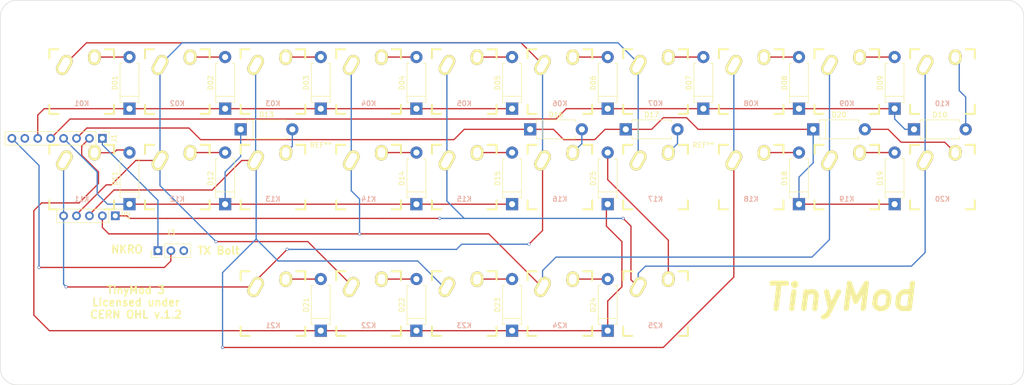
<source format=kicad_pcb>
(kicad_pcb (version 4) (host pcbnew 4.0.7)

  (general
    (links 77)
    (no_connects 0)
    (area 38.559714 59.795 247.952286 138.933)
    (thickness 1.6)
    (drawings 12)
    (tracks 233)
    (zones 0)
    (modules 61)
    (nets 40)
  )

  (page A4)
  (layers
    (0 F.Cu signal)
    (31 B.Cu signal)
    (32 B.Adhes user)
    (33 F.Adhes user)
    (34 B.Paste user)
    (35 F.Paste user)
    (36 B.SilkS user)
    (37 F.SilkS user)
    (38 B.Mask user)
    (39 F.Mask user)
    (40 Dwgs.User user)
    (41 Cmts.User user)
    (42 Eco1.User user)
    (43 Eco2.User user)
    (44 Edge.Cuts user)
    (45 Margin user)
    (46 B.CrtYd user)
    (47 F.CrtYd user)
    (48 B.Fab user)
    (49 F.Fab user)
  )

  (setup
    (last_trace_width 0.25)
    (trace_clearance 0.2)
    (zone_clearance 0.508)
    (zone_45_only no)
    (trace_min 0.2)
    (segment_width 0.2)
    (edge_width 0.1)
    (via_size 0.6)
    (via_drill 0.4)
    (via_min_size 0.4)
    (via_min_drill 0.3)
    (uvia_size 0.3)
    (uvia_drill 0.1)
    (uvias_allowed no)
    (uvia_min_size 0.2)
    (uvia_min_drill 0.1)
    (pcb_text_width 0.3)
    (pcb_text_size 1.5 1.5)
    (mod_edge_width 0.15)
    (mod_text_size 1 1)
    (mod_text_width 0.15)
    (pad_size 1.5 1.5)
    (pad_drill 0.6)
    (pad_to_mask_clearance 0)
    (aux_axis_origin 58.42 107.442)
    (grid_origin 188.722 32.766)
    (visible_elements 7FFFFFFF)
    (pcbplotparams
      (layerselection 0x010e0_80000001)
      (usegerberextensions false)
      (excludeedgelayer true)
      (linewidth 0.100000)
      (plotframeref false)
      (viasonmask false)
      (mode 1)
      (useauxorigin false)
      (hpglpennumber 1)
      (hpglpenspeed 20)
      (hpglpendiameter 15)
      (hpglpenoverlay 2)
      (psnegative false)
      (psa4output false)
      (plotreference true)
      (plotvalue true)
      (plotinvisibletext false)
      (padsonsilk false)
      (subtractmaskfromsilk false)
      (outputformat 1)
      (mirror false)
      (drillshape 0)
      (scaleselection 1)
      (outputdirectory ""))
  )

  (net 0 "")
  (net 1 "Net-(D01-Pad1)")
  (net 2 "Net-(D01-Pad2)")
  (net 3 "Net-(D02-Pad2)")
  (net 4 "Net-(D03-Pad2)")
  (net 5 "Net-(D04-Pad2)")
  (net 6 "Net-(D05-Pad2)")
  (net 7 "Net-(D06-Pad1)")
  (net 8 "Net-(D06-Pad2)")
  (net 9 "Net-(D07-Pad2)")
  (net 10 "Net-(D08-Pad2)")
  (net 11 "Net-(D09-Pad2)")
  (net 12 "Net-(D10-Pad2)")
  (net 13 "Net-(D11-Pad1)")
  (net 14 "Net-(D11-Pad2)")
  (net 15 "Net-(D12-Pad2)")
  (net 16 "Net-(D13-Pad2)")
  (net 17 "Net-(D14-Pad2)")
  (net 18 "Net-(D15-Pad2)")
  (net 19 "Net-(D16-Pad1)")
  (net 20 "Net-(D16-Pad2)")
  (net 21 "Net-(D17-Pad2)")
  (net 22 "Net-(D18-Pad2)")
  (net 23 "Net-(D19-Pad2)")
  (net 24 "Net-(D20-Pad2)")
  (net 25 "Net-(D21-Pad1)")
  (net 26 "Net-(D21-Pad2)")
  (net 27 "Net-(D22-Pad2)")
  (net 28 "Net-(D23-Pad2)")
  (net 29 "Net-(D24-Pad2)")
  (net 30 "Net-(D25-Pad2)")
  (net 31 "Net-(J2-Pad1)")
  (net 32 "Net-(J2-Pad2)")
  (net 33 "Net-(J2-Pad3)")
  (net 34 "Net-(J2-Pad4)")
  (net 35 "Net-(J2-Pad5)")
  (net 36 "Net-(J3-Pad3)")
  (net 37 "Net-(J1-Pad1)")
  (net 38 "Net-(J1-Pad8)")
  (net 39 "Net-(J1-Pad7)")

  (net_class Default "This is the default net class."
    (clearance 0.2)
    (trace_width 0.25)
    (via_dia 0.6)
    (via_drill 0.4)
    (uvia_dia 0.3)
    (uvia_drill 0.1)
    (add_net "Net-(D01-Pad1)")
    (add_net "Net-(D01-Pad2)")
    (add_net "Net-(D02-Pad2)")
    (add_net "Net-(D03-Pad2)")
    (add_net "Net-(D04-Pad2)")
    (add_net "Net-(D05-Pad2)")
    (add_net "Net-(D06-Pad1)")
    (add_net "Net-(D06-Pad2)")
    (add_net "Net-(D07-Pad2)")
    (add_net "Net-(D08-Pad2)")
    (add_net "Net-(D09-Pad2)")
    (add_net "Net-(D10-Pad2)")
    (add_net "Net-(D11-Pad1)")
    (add_net "Net-(D11-Pad2)")
    (add_net "Net-(D12-Pad2)")
    (add_net "Net-(D13-Pad2)")
    (add_net "Net-(D14-Pad2)")
    (add_net "Net-(D15-Pad2)")
    (add_net "Net-(D16-Pad1)")
    (add_net "Net-(D16-Pad2)")
    (add_net "Net-(D17-Pad2)")
    (add_net "Net-(D18-Pad2)")
    (add_net "Net-(D19-Pad2)")
    (add_net "Net-(D20-Pad2)")
    (add_net "Net-(D21-Pad1)")
    (add_net "Net-(D21-Pad2)")
    (add_net "Net-(D22-Pad2)")
    (add_net "Net-(D23-Pad2)")
    (add_net "Net-(D24-Pad2)")
    (add_net "Net-(D25-Pad2)")
    (add_net "Net-(J1-Pad1)")
    (add_net "Net-(J1-Pad7)")
    (add_net "Net-(J1-Pad8)")
    (add_net "Net-(J2-Pad1)")
    (add_net "Net-(J2-Pad2)")
    (add_net "Net-(J2-Pad3)")
    (add_net "Net-(J2-Pad4)")
    (add_net "Net-(J2-Pad5)")
    (add_net "Net-(J3-Pad3)")
  )

  (module Mounting_Holes:MountingHole_3mm (layer F.Cu) (tedit 5C763894) (tstamp 5C75F784)
    (at 240.538 133.858)
    (descr "Mounting Hole 3mm, no annular")
    (tags "mounting hole 3mm no annular")
    (attr virtual)
    (fp_text reference REF** (at 0 -4) (layer F.SilkS) hide
      (effects (font (size 1 1) (thickness 0.15)))
    )
    (fp_text value MountingHole_3mm (at 0 4) (layer F.Fab) hide
      (effects (font (size 1 1) (thickness 0.15)))
    )
    (fp_text user %R (at 0.3 0) (layer F.Fab)
      (effects (font (size 1 1) (thickness 0.15)))
    )
    (fp_circle (center 0 0) (end 3 0) (layer Cmts.User) (width 0.15))
    (fp_circle (center 0 0) (end 3.25 0) (layer F.CrtYd) (width 0.05))
    (pad 1 np_thru_hole circle (at 0 0) (size 3 3) (drill 3) (layers *.Cu *.Mask))
  )

  (module Mounting_Holes:MountingHole_3mm (layer F.Cu) (tedit 5C76381C) (tstamp 5C75F76D)
    (at 45.974 133.858)
    (descr "Mounting Hole 3mm, no annular")
    (tags "mounting hole 3mm no annular")
    (attr virtual)
    (fp_text reference REF** (at 0 -4) (layer F.SilkS) hide
      (effects (font (size 1 1) (thickness 0.15)))
    )
    (fp_text value MountingHole_3mm (at 0 4) (layer F.Fab) hide
      (effects (font (size 1 1) (thickness 0.15)))
    )
    (fp_text user %R (at 0.3 0) (layer F.Fab)
      (effects (font (size 1 1) (thickness 0.15)))
    )
    (fp_circle (center 0 0) (end 3 0) (layer Cmts.User) (width 0.15))
    (fp_circle (center 0 0) (end 3.25 0) (layer F.CrtYd) (width 0.05))
    (pad 1 np_thru_hole circle (at 0 0) (size 3 3) (drill 3) (layers *.Cu *.Mask))
  )

  (module Mounting_Holes:MountingHole_3mm (layer F.Cu) (tedit 5C763882) (tstamp 5C75F693)
    (at 240.538 64.77)
    (descr "Mounting Hole 3mm, no annular")
    (tags "mounting hole 3mm no annular")
    (attr virtual)
    (fp_text reference REF** (at 0 -4) (layer F.SilkS) hide
      (effects (font (size 1 1) (thickness 0.15)))
    )
    (fp_text value MountingHole_3mm (at 0 4) (layer F.Fab) hide
      (effects (font (size 1 1) (thickness 0.15)))
    )
    (fp_text user %R (at 0.3 0) (layer F.Fab)
      (effects (font (size 1 1) (thickness 0.15)))
    )
    (fp_circle (center 0 0) (end 3 0) (layer Cmts.User) (width 0.15))
    (fp_circle (center 0 0) (end 3.25 0) (layer F.CrtYd) (width 0.05))
    (pad 1 np_thru_hole circle (at 0 0) (size 3 3) (drill 3) (layers *.Cu *.Mask))
  )

  (module Mounting_Holes:MountingHole_3mm (layer F.Cu) (tedit 5C76385E) (tstamp 5C75F5E8)
    (at 143.256 64.77)
    (descr "Mounting Hole 3mm, no annular")
    (tags "mounting hole 3mm no annular")
    (attr virtual)
    (fp_text reference REF** (at 0 -4) (layer F.SilkS) hide
      (effects (font (size 1 1) (thickness 0.15)))
    )
    (fp_text value MountingHole_3mm (at 0 4) (layer F.Fab) hide
      (effects (font (size 1 1) (thickness 0.15)))
    )
    (fp_text user %R (at 0.3 0) (layer F.Fab)
      (effects (font (size 1 1) (thickness 0.15)))
    )
    (fp_circle (center 0 0) (end 3 0) (layer Cmts.User) (width 0.15))
    (fp_circle (center 0 0) (end 3.25 0) (layer F.CrtYd) (width 0.05))
    (pad 1 np_thru_hole circle (at 0 0) (size 3 3) (drill 3) (layers *.Cu *.Mask))
  )

  (module Mounting_Holes:MountingHole_3mm (layer F.Cu) (tedit 5C76380A) (tstamp 5C75F59B)
    (at 143.256 133.858)
    (descr "Mounting Hole 3mm, no annular")
    (tags "mounting hole 3mm no annular")
    (attr virtual)
    (fp_text reference REF** (at 0 -4) (layer F.SilkS) hide
      (effects (font (size 1 1) (thickness 0.15)))
    )
    (fp_text value MountingHole_3mm (at 0 4) (layer F.Fab) hide
      (effects (font (size 1 1) (thickness 0.15)))
    )
    (fp_text user %R (at 0.3 0) (layer F.Fab)
      (effects (font (size 1 1) (thickness 0.15)))
    )
    (fp_circle (center 0 0) (end 3 0) (layer Cmts.User) (width 0.15))
    (fp_circle (center 0 0) (end 3.25 0) (layer F.CrtYd) (width 0.05))
    (pad 1 np_thru_hole circle (at 0 0) (size 3 3) (drill 3) (layers *.Cu *.Mask))
  )

  (module Mounting_Holes:MountingHole_3mm (layer F.Cu) (tedit 5C763848) (tstamp 5C75F415)
    (at 45.974 64.77)
    (descr "Mounting Hole 3mm, no annular")
    (tags "mounting hole 3mm no annular")
    (attr virtual)
    (fp_text reference REF** (at 0 -4) (layer F.SilkS) hide
      (effects (font (size 1 1) (thickness 0.15)))
    )
    (fp_text value MountingHole_3mm (at 0 4) (layer F.Fab) hide
      (effects (font (size 1 1) (thickness 0.15)))
    )
    (fp_text user %R (at 0.3 0) (layer F.Fab)
      (effects (font (size 1 1) (thickness 0.15)))
    )
    (fp_circle (center 0 0) (end 3 0) (layer Cmts.User) (width 0.15))
    (fp_circle (center 0 0) (end 3.25 0) (layer F.CrtYd) (width 0.05))
    (pad 1 np_thru_hole circle (at 0 0) (size 3 3) (drill 3) (layers *.Cu *.Mask))
  )

  (module Mounting_Holes:MountingHole_3mm (layer F.Cu) (tedit 56D1B4CB) (tstamp 5C761185)
    (at 180.848 93.98)
    (descr "Mounting Hole 3mm, no annular")
    (tags "mounting hole 3mm no annular")
    (attr virtual)
    (fp_text reference REF** (at 0 -4) (layer F.SilkS)
      (effects (font (size 1 1) (thickness 0.15)))
    )
    (fp_text value MountingHole_3mm (at 0 4) (layer F.Fab)
      (effects (font (size 1 1) (thickness 0.15)))
    )
    (fp_text user %R (at 0.3 0) (layer F.Fab)
      (effects (font (size 1 1) (thickness 0.15)))
    )
    (fp_circle (center 0 0) (end 3 0) (layer Cmts.User) (width 0.15))
    (fp_circle (center 0 0) (end 3.25 0) (layer F.CrtYd) (width 0.05))
    (pad 1 np_thru_hole circle (at 0 0) (size 3 3) (drill 3) (layers *.Cu *.Mask))
  )

  (module Diodes_ThroughHole:D_DO-15_P10.16mm_Horizontal (layer F.Cu) (tedit 5921392E) (tstamp 5C75E1E5)
    (at 68.072 82.804 90)
    (descr "D, DO-15 series, Axial, Horizontal, pin pitch=10.16mm, , length*diameter=7.6*3.6mm^2, , http://www.diodes.com/_files/packages/DO-15.pdf")
    (tags "D DO-15 series Axial Horizontal pin pitch 10.16mm  length 7.6mm diameter 3.6mm")
    (path /5C75C901)
    (fp_text reference D01 (at 5.08 -2.86 90) (layer F.SilkS)
      (effects (font (size 1 1) (thickness 0.15)))
    )
    (fp_text value D (at 5.08 2.86 90) (layer F.Fab)
      (effects (font (size 1 1) (thickness 0.15)))
    )
    (fp_text user %R (at 5.08 0 90) (layer F.Fab)
      (effects (font (size 1 1) (thickness 0.15)))
    )
    (fp_line (start 1.28 -1.8) (end 1.28 1.8) (layer F.Fab) (width 0.1))
    (fp_line (start 1.28 1.8) (end 8.88 1.8) (layer F.Fab) (width 0.1))
    (fp_line (start 8.88 1.8) (end 8.88 -1.8) (layer F.Fab) (width 0.1))
    (fp_line (start 8.88 -1.8) (end 1.28 -1.8) (layer F.Fab) (width 0.1))
    (fp_line (start 0 0) (end 1.28 0) (layer F.Fab) (width 0.1))
    (fp_line (start 10.16 0) (end 8.88 0) (layer F.Fab) (width 0.1))
    (fp_line (start 2.42 -1.8) (end 2.42 1.8) (layer F.Fab) (width 0.1))
    (fp_line (start 1.22 -1.38) (end 1.22 -1.86) (layer F.SilkS) (width 0.12))
    (fp_line (start 1.22 -1.86) (end 8.94 -1.86) (layer F.SilkS) (width 0.12))
    (fp_line (start 8.94 -1.86) (end 8.94 -1.38) (layer F.SilkS) (width 0.12))
    (fp_line (start 1.22 1.38) (end 1.22 1.86) (layer F.SilkS) (width 0.12))
    (fp_line (start 1.22 1.86) (end 8.94 1.86) (layer F.SilkS) (width 0.12))
    (fp_line (start 8.94 1.86) (end 8.94 1.38) (layer F.SilkS) (width 0.12))
    (fp_line (start 2.42 -1.86) (end 2.42 1.86) (layer F.SilkS) (width 0.12))
    (fp_line (start -1.45 -2.15) (end -1.45 2.15) (layer F.CrtYd) (width 0.05))
    (fp_line (start -1.45 2.15) (end 11.65 2.15) (layer F.CrtYd) (width 0.05))
    (fp_line (start 11.65 2.15) (end 11.65 -2.15) (layer F.CrtYd) (width 0.05))
    (fp_line (start 11.65 -2.15) (end -1.45 -2.15) (layer F.CrtYd) (width 0.05))
    (pad 1 thru_hole rect (at 0 0 90) (size 2.4 2.4) (drill 1.2) (layers *.Cu *.Mask)
      (net 1 "Net-(D01-Pad1)"))
    (pad 2 thru_hole oval (at 10.16 0 90) (size 2.4 2.4) (drill 1.2) (layers *.Cu *.Mask)
      (net 2 "Net-(D01-Pad2)"))
    (model ${KISYS3DMOD}/Diodes_THT.3dshapes/D_DO-15_P10.16mm_Horizontal.wrl
      (at (xyz 0 0 0))
      (scale (xyz 0.393701 0.393701 0.393701))
      (rotate (xyz 0 0 0))
    )
  )

  (module Diodes_ThroughHole:D_DO-15_P10.16mm_Horizontal (layer F.Cu) (tedit 5921392E) (tstamp 5C75E1EB)
    (at 86.868 82.804 90)
    (descr "D, DO-15 series, Axial, Horizontal, pin pitch=10.16mm, , length*diameter=7.6*3.6mm^2, , http://www.diodes.com/_files/packages/DO-15.pdf")
    (tags "D DO-15 series Axial Horizontal pin pitch 10.16mm  length 7.6mm diameter 3.6mm")
    (path /5C75CDFC)
    (fp_text reference D02 (at 5.08 -2.86 90) (layer F.SilkS)
      (effects (font (size 1 1) (thickness 0.15)))
    )
    (fp_text value D (at 5.08 2.86 90) (layer F.Fab)
      (effects (font (size 1 1) (thickness 0.15)))
    )
    (fp_text user %R (at 5.08 0 90) (layer F.Fab)
      (effects (font (size 1 1) (thickness 0.15)))
    )
    (fp_line (start 1.28 -1.8) (end 1.28 1.8) (layer F.Fab) (width 0.1))
    (fp_line (start 1.28 1.8) (end 8.88 1.8) (layer F.Fab) (width 0.1))
    (fp_line (start 8.88 1.8) (end 8.88 -1.8) (layer F.Fab) (width 0.1))
    (fp_line (start 8.88 -1.8) (end 1.28 -1.8) (layer F.Fab) (width 0.1))
    (fp_line (start 0 0) (end 1.28 0) (layer F.Fab) (width 0.1))
    (fp_line (start 10.16 0) (end 8.88 0) (layer F.Fab) (width 0.1))
    (fp_line (start 2.42 -1.8) (end 2.42 1.8) (layer F.Fab) (width 0.1))
    (fp_line (start 1.22 -1.38) (end 1.22 -1.86) (layer F.SilkS) (width 0.12))
    (fp_line (start 1.22 -1.86) (end 8.94 -1.86) (layer F.SilkS) (width 0.12))
    (fp_line (start 8.94 -1.86) (end 8.94 -1.38) (layer F.SilkS) (width 0.12))
    (fp_line (start 1.22 1.38) (end 1.22 1.86) (layer F.SilkS) (width 0.12))
    (fp_line (start 1.22 1.86) (end 8.94 1.86) (layer F.SilkS) (width 0.12))
    (fp_line (start 8.94 1.86) (end 8.94 1.38) (layer F.SilkS) (width 0.12))
    (fp_line (start 2.42 -1.86) (end 2.42 1.86) (layer F.SilkS) (width 0.12))
    (fp_line (start -1.45 -2.15) (end -1.45 2.15) (layer F.CrtYd) (width 0.05))
    (fp_line (start -1.45 2.15) (end 11.65 2.15) (layer F.CrtYd) (width 0.05))
    (fp_line (start 11.65 2.15) (end 11.65 -2.15) (layer F.CrtYd) (width 0.05))
    (fp_line (start 11.65 -2.15) (end -1.45 -2.15) (layer F.CrtYd) (width 0.05))
    (pad 1 thru_hole rect (at 0 0 90) (size 2.4 2.4) (drill 1.2) (layers *.Cu *.Mask)
      (net 1 "Net-(D01-Pad1)"))
    (pad 2 thru_hole oval (at 10.16 0 90) (size 2.4 2.4) (drill 1.2) (layers *.Cu *.Mask)
      (net 3 "Net-(D02-Pad2)"))
    (model ${KISYS3DMOD}/Diodes_THT.3dshapes/D_DO-15_P10.16mm_Horizontal.wrl
      (at (xyz 0 0 0))
      (scale (xyz 0.393701 0.393701 0.393701))
      (rotate (xyz 0 0 0))
    )
  )

  (module Diodes_ThroughHole:D_DO-15_P10.16mm_Horizontal (layer F.Cu) (tedit 5921392E) (tstamp 5C75E1F1)
    (at 105.664 82.804 90)
    (descr "D, DO-15 series, Axial, Horizontal, pin pitch=10.16mm, , length*diameter=7.6*3.6mm^2, , http://www.diodes.com/_files/packages/DO-15.pdf")
    (tags "D DO-15 series Axial Horizontal pin pitch 10.16mm  length 7.6mm diameter 3.6mm")
    (path /5C75CED7)
    (fp_text reference D03 (at 5.08 -2.86 90) (layer F.SilkS)
      (effects (font (size 1 1) (thickness 0.15)))
    )
    (fp_text value D (at 5.08 2.86 90) (layer F.Fab)
      (effects (font (size 1 1) (thickness 0.15)))
    )
    (fp_text user %R (at 5.08 0 90) (layer F.Fab)
      (effects (font (size 1 1) (thickness 0.15)))
    )
    (fp_line (start 1.28 -1.8) (end 1.28 1.8) (layer F.Fab) (width 0.1))
    (fp_line (start 1.28 1.8) (end 8.88 1.8) (layer F.Fab) (width 0.1))
    (fp_line (start 8.88 1.8) (end 8.88 -1.8) (layer F.Fab) (width 0.1))
    (fp_line (start 8.88 -1.8) (end 1.28 -1.8) (layer F.Fab) (width 0.1))
    (fp_line (start 0 0) (end 1.28 0) (layer F.Fab) (width 0.1))
    (fp_line (start 10.16 0) (end 8.88 0) (layer F.Fab) (width 0.1))
    (fp_line (start 2.42 -1.8) (end 2.42 1.8) (layer F.Fab) (width 0.1))
    (fp_line (start 1.22 -1.38) (end 1.22 -1.86) (layer F.SilkS) (width 0.12))
    (fp_line (start 1.22 -1.86) (end 8.94 -1.86) (layer F.SilkS) (width 0.12))
    (fp_line (start 8.94 -1.86) (end 8.94 -1.38) (layer F.SilkS) (width 0.12))
    (fp_line (start 1.22 1.38) (end 1.22 1.86) (layer F.SilkS) (width 0.12))
    (fp_line (start 1.22 1.86) (end 8.94 1.86) (layer F.SilkS) (width 0.12))
    (fp_line (start 8.94 1.86) (end 8.94 1.38) (layer F.SilkS) (width 0.12))
    (fp_line (start 2.42 -1.86) (end 2.42 1.86) (layer F.SilkS) (width 0.12))
    (fp_line (start -1.45 -2.15) (end -1.45 2.15) (layer F.CrtYd) (width 0.05))
    (fp_line (start -1.45 2.15) (end 11.65 2.15) (layer F.CrtYd) (width 0.05))
    (fp_line (start 11.65 2.15) (end 11.65 -2.15) (layer F.CrtYd) (width 0.05))
    (fp_line (start 11.65 -2.15) (end -1.45 -2.15) (layer F.CrtYd) (width 0.05))
    (pad 1 thru_hole rect (at 0 0 90) (size 2.4 2.4) (drill 1.2) (layers *.Cu *.Mask)
      (net 1 "Net-(D01-Pad1)"))
    (pad 2 thru_hole oval (at 10.16 0 90) (size 2.4 2.4) (drill 1.2) (layers *.Cu *.Mask)
      (net 4 "Net-(D03-Pad2)"))
    (model ${KISYS3DMOD}/Diodes_THT.3dshapes/D_DO-15_P10.16mm_Horizontal.wrl
      (at (xyz 0 0 0))
      (scale (xyz 0.393701 0.393701 0.393701))
      (rotate (xyz 0 0 0))
    )
  )

  (module Diodes_ThroughHole:D_DO-15_P10.16mm_Horizontal (layer F.Cu) (tedit 5921392E) (tstamp 5C75E1F7)
    (at 124.46 82.804 90)
    (descr "D, DO-15 series, Axial, Horizontal, pin pitch=10.16mm, , length*diameter=7.6*3.6mm^2, , http://www.diodes.com/_files/packages/DO-15.pdf")
    (tags "D DO-15 series Axial Horizontal pin pitch 10.16mm  length 7.6mm diameter 3.6mm")
    (path /5C75D082)
    (fp_text reference D04 (at 5.08 -2.86 90) (layer F.SilkS)
      (effects (font (size 1 1) (thickness 0.15)))
    )
    (fp_text value D (at 5.08 2.86 90) (layer F.Fab)
      (effects (font (size 1 1) (thickness 0.15)))
    )
    (fp_text user %R (at 5.08 0 90) (layer F.Fab)
      (effects (font (size 1 1) (thickness 0.15)))
    )
    (fp_line (start 1.28 -1.8) (end 1.28 1.8) (layer F.Fab) (width 0.1))
    (fp_line (start 1.28 1.8) (end 8.88 1.8) (layer F.Fab) (width 0.1))
    (fp_line (start 8.88 1.8) (end 8.88 -1.8) (layer F.Fab) (width 0.1))
    (fp_line (start 8.88 -1.8) (end 1.28 -1.8) (layer F.Fab) (width 0.1))
    (fp_line (start 0 0) (end 1.28 0) (layer F.Fab) (width 0.1))
    (fp_line (start 10.16 0) (end 8.88 0) (layer F.Fab) (width 0.1))
    (fp_line (start 2.42 -1.8) (end 2.42 1.8) (layer F.Fab) (width 0.1))
    (fp_line (start 1.22 -1.38) (end 1.22 -1.86) (layer F.SilkS) (width 0.12))
    (fp_line (start 1.22 -1.86) (end 8.94 -1.86) (layer F.SilkS) (width 0.12))
    (fp_line (start 8.94 -1.86) (end 8.94 -1.38) (layer F.SilkS) (width 0.12))
    (fp_line (start 1.22 1.38) (end 1.22 1.86) (layer F.SilkS) (width 0.12))
    (fp_line (start 1.22 1.86) (end 8.94 1.86) (layer F.SilkS) (width 0.12))
    (fp_line (start 8.94 1.86) (end 8.94 1.38) (layer F.SilkS) (width 0.12))
    (fp_line (start 2.42 -1.86) (end 2.42 1.86) (layer F.SilkS) (width 0.12))
    (fp_line (start -1.45 -2.15) (end -1.45 2.15) (layer F.CrtYd) (width 0.05))
    (fp_line (start -1.45 2.15) (end 11.65 2.15) (layer F.CrtYd) (width 0.05))
    (fp_line (start 11.65 2.15) (end 11.65 -2.15) (layer F.CrtYd) (width 0.05))
    (fp_line (start 11.65 -2.15) (end -1.45 -2.15) (layer F.CrtYd) (width 0.05))
    (pad 1 thru_hole rect (at 0 0 90) (size 2.4 2.4) (drill 1.2) (layers *.Cu *.Mask)
      (net 1 "Net-(D01-Pad1)"))
    (pad 2 thru_hole oval (at 10.16 0 90) (size 2.4 2.4) (drill 1.2) (layers *.Cu *.Mask)
      (net 5 "Net-(D04-Pad2)"))
    (model ${KISYS3DMOD}/Diodes_THT.3dshapes/D_DO-15_P10.16mm_Horizontal.wrl
      (at (xyz 0 0 0))
      (scale (xyz 0.393701 0.393701 0.393701))
      (rotate (xyz 0 0 0))
    )
  )

  (module Diodes_ThroughHole:D_DO-15_P10.16mm_Horizontal (layer F.Cu) (tedit 5921392E) (tstamp 5C75E1FD)
    (at 143.256 82.804 90)
    (descr "D, DO-15 series, Axial, Horizontal, pin pitch=10.16mm, , length*diameter=7.6*3.6mm^2, , http://www.diodes.com/_files/packages/DO-15.pdf")
    (tags "D DO-15 series Axial Horizontal pin pitch 10.16mm  length 7.6mm diameter 3.6mm")
    (path /5C75D1F9)
    (fp_text reference D05 (at 5.08 -2.86 90) (layer F.SilkS)
      (effects (font (size 1 1) (thickness 0.15)))
    )
    (fp_text value D (at 5.08 2.86 90) (layer F.Fab)
      (effects (font (size 1 1) (thickness 0.15)))
    )
    (fp_text user %R (at 5.08 0 90) (layer F.Fab)
      (effects (font (size 1 1) (thickness 0.15)))
    )
    (fp_line (start 1.28 -1.8) (end 1.28 1.8) (layer F.Fab) (width 0.1))
    (fp_line (start 1.28 1.8) (end 8.88 1.8) (layer F.Fab) (width 0.1))
    (fp_line (start 8.88 1.8) (end 8.88 -1.8) (layer F.Fab) (width 0.1))
    (fp_line (start 8.88 -1.8) (end 1.28 -1.8) (layer F.Fab) (width 0.1))
    (fp_line (start 0 0) (end 1.28 0) (layer F.Fab) (width 0.1))
    (fp_line (start 10.16 0) (end 8.88 0) (layer F.Fab) (width 0.1))
    (fp_line (start 2.42 -1.8) (end 2.42 1.8) (layer F.Fab) (width 0.1))
    (fp_line (start 1.22 -1.38) (end 1.22 -1.86) (layer F.SilkS) (width 0.12))
    (fp_line (start 1.22 -1.86) (end 8.94 -1.86) (layer F.SilkS) (width 0.12))
    (fp_line (start 8.94 -1.86) (end 8.94 -1.38) (layer F.SilkS) (width 0.12))
    (fp_line (start 1.22 1.38) (end 1.22 1.86) (layer F.SilkS) (width 0.12))
    (fp_line (start 1.22 1.86) (end 8.94 1.86) (layer F.SilkS) (width 0.12))
    (fp_line (start 8.94 1.86) (end 8.94 1.38) (layer F.SilkS) (width 0.12))
    (fp_line (start 2.42 -1.86) (end 2.42 1.86) (layer F.SilkS) (width 0.12))
    (fp_line (start -1.45 -2.15) (end -1.45 2.15) (layer F.CrtYd) (width 0.05))
    (fp_line (start -1.45 2.15) (end 11.65 2.15) (layer F.CrtYd) (width 0.05))
    (fp_line (start 11.65 2.15) (end 11.65 -2.15) (layer F.CrtYd) (width 0.05))
    (fp_line (start 11.65 -2.15) (end -1.45 -2.15) (layer F.CrtYd) (width 0.05))
    (pad 1 thru_hole rect (at 0 0 90) (size 2.4 2.4) (drill 1.2) (layers *.Cu *.Mask)
      (net 1 "Net-(D01-Pad1)"))
    (pad 2 thru_hole oval (at 10.16 0 90) (size 2.4 2.4) (drill 1.2) (layers *.Cu *.Mask)
      (net 6 "Net-(D05-Pad2)"))
    (model ${KISYS3DMOD}/Diodes_THT.3dshapes/D_DO-15_P10.16mm_Horizontal.wrl
      (at (xyz 0 0 0))
      (scale (xyz 0.393701 0.393701 0.393701))
      (rotate (xyz 0 0 0))
    )
  )

  (module Diodes_ThroughHole:D_DO-15_P10.16mm_Horizontal (layer F.Cu) (tedit 5921392E) (tstamp 5C75E203)
    (at 162.052 82.804 90)
    (descr "D, DO-15 series, Axial, Horizontal, pin pitch=10.16mm, , length*diameter=7.6*3.6mm^2, , http://www.diodes.com/_files/packages/DO-15.pdf")
    (tags "D DO-15 series Axial Horizontal pin pitch 10.16mm  length 7.6mm diameter 3.6mm")
    (path /5C75DF06)
    (fp_text reference D06 (at 5.08 -2.86 90) (layer F.SilkS)
      (effects (font (size 1 1) (thickness 0.15)))
    )
    (fp_text value D (at 5.08 2.86 90) (layer F.Fab)
      (effects (font (size 1 1) (thickness 0.15)))
    )
    (fp_text user %R (at 5.08 0 90) (layer F.Fab)
      (effects (font (size 1 1) (thickness 0.15)))
    )
    (fp_line (start 1.28 -1.8) (end 1.28 1.8) (layer F.Fab) (width 0.1))
    (fp_line (start 1.28 1.8) (end 8.88 1.8) (layer F.Fab) (width 0.1))
    (fp_line (start 8.88 1.8) (end 8.88 -1.8) (layer F.Fab) (width 0.1))
    (fp_line (start 8.88 -1.8) (end 1.28 -1.8) (layer F.Fab) (width 0.1))
    (fp_line (start 0 0) (end 1.28 0) (layer F.Fab) (width 0.1))
    (fp_line (start 10.16 0) (end 8.88 0) (layer F.Fab) (width 0.1))
    (fp_line (start 2.42 -1.8) (end 2.42 1.8) (layer F.Fab) (width 0.1))
    (fp_line (start 1.22 -1.38) (end 1.22 -1.86) (layer F.SilkS) (width 0.12))
    (fp_line (start 1.22 -1.86) (end 8.94 -1.86) (layer F.SilkS) (width 0.12))
    (fp_line (start 8.94 -1.86) (end 8.94 -1.38) (layer F.SilkS) (width 0.12))
    (fp_line (start 1.22 1.38) (end 1.22 1.86) (layer F.SilkS) (width 0.12))
    (fp_line (start 1.22 1.86) (end 8.94 1.86) (layer F.SilkS) (width 0.12))
    (fp_line (start 8.94 1.86) (end 8.94 1.38) (layer F.SilkS) (width 0.12))
    (fp_line (start 2.42 -1.86) (end 2.42 1.86) (layer F.SilkS) (width 0.12))
    (fp_line (start -1.45 -2.15) (end -1.45 2.15) (layer F.CrtYd) (width 0.05))
    (fp_line (start -1.45 2.15) (end 11.65 2.15) (layer F.CrtYd) (width 0.05))
    (fp_line (start 11.65 2.15) (end 11.65 -2.15) (layer F.CrtYd) (width 0.05))
    (fp_line (start 11.65 -2.15) (end -1.45 -2.15) (layer F.CrtYd) (width 0.05))
    (pad 1 thru_hole rect (at 0 0 90) (size 2.4 2.4) (drill 1.2) (layers *.Cu *.Mask)
      (net 7 "Net-(D06-Pad1)"))
    (pad 2 thru_hole oval (at 10.16 0 90) (size 2.4 2.4) (drill 1.2) (layers *.Cu *.Mask)
      (net 8 "Net-(D06-Pad2)"))
    (model ${KISYS3DMOD}/Diodes_THT.3dshapes/D_DO-15_P10.16mm_Horizontal.wrl
      (at (xyz 0 0 0))
      (scale (xyz 0.393701 0.393701 0.393701))
      (rotate (xyz 0 0 0))
    )
  )

  (module Diodes_ThroughHole:D_DO-15_P10.16mm_Horizontal (layer F.Cu) (tedit 5921392E) (tstamp 5C75E209)
    (at 180.848 82.804 90)
    (descr "D, DO-15 series, Axial, Horizontal, pin pitch=10.16mm, , length*diameter=7.6*3.6mm^2, , http://www.diodes.com/_files/packages/DO-15.pdf")
    (tags "D DO-15 series Axial Horizontal pin pitch 10.16mm  length 7.6mm diameter 3.6mm")
    (path /5C75DF12)
    (fp_text reference D07 (at 5.08 -2.86 90) (layer F.SilkS)
      (effects (font (size 1 1) (thickness 0.15)))
    )
    (fp_text value D (at 5.08 2.86 90) (layer F.Fab)
      (effects (font (size 1 1) (thickness 0.15)))
    )
    (fp_text user %R (at 5.08 0 90) (layer F.Fab)
      (effects (font (size 1 1) (thickness 0.15)))
    )
    (fp_line (start 1.28 -1.8) (end 1.28 1.8) (layer F.Fab) (width 0.1))
    (fp_line (start 1.28 1.8) (end 8.88 1.8) (layer F.Fab) (width 0.1))
    (fp_line (start 8.88 1.8) (end 8.88 -1.8) (layer F.Fab) (width 0.1))
    (fp_line (start 8.88 -1.8) (end 1.28 -1.8) (layer F.Fab) (width 0.1))
    (fp_line (start 0 0) (end 1.28 0) (layer F.Fab) (width 0.1))
    (fp_line (start 10.16 0) (end 8.88 0) (layer F.Fab) (width 0.1))
    (fp_line (start 2.42 -1.8) (end 2.42 1.8) (layer F.Fab) (width 0.1))
    (fp_line (start 1.22 -1.38) (end 1.22 -1.86) (layer F.SilkS) (width 0.12))
    (fp_line (start 1.22 -1.86) (end 8.94 -1.86) (layer F.SilkS) (width 0.12))
    (fp_line (start 8.94 -1.86) (end 8.94 -1.38) (layer F.SilkS) (width 0.12))
    (fp_line (start 1.22 1.38) (end 1.22 1.86) (layer F.SilkS) (width 0.12))
    (fp_line (start 1.22 1.86) (end 8.94 1.86) (layer F.SilkS) (width 0.12))
    (fp_line (start 8.94 1.86) (end 8.94 1.38) (layer F.SilkS) (width 0.12))
    (fp_line (start 2.42 -1.86) (end 2.42 1.86) (layer F.SilkS) (width 0.12))
    (fp_line (start -1.45 -2.15) (end -1.45 2.15) (layer F.CrtYd) (width 0.05))
    (fp_line (start -1.45 2.15) (end 11.65 2.15) (layer F.CrtYd) (width 0.05))
    (fp_line (start 11.65 2.15) (end 11.65 -2.15) (layer F.CrtYd) (width 0.05))
    (fp_line (start 11.65 -2.15) (end -1.45 -2.15) (layer F.CrtYd) (width 0.05))
    (pad 1 thru_hole rect (at 0 0 90) (size 2.4 2.4) (drill 1.2) (layers *.Cu *.Mask)
      (net 7 "Net-(D06-Pad1)"))
    (pad 2 thru_hole oval (at 10.16 0 90) (size 2.4 2.4) (drill 1.2) (layers *.Cu *.Mask)
      (net 9 "Net-(D07-Pad2)"))
    (model ${KISYS3DMOD}/Diodes_THT.3dshapes/D_DO-15_P10.16mm_Horizontal.wrl
      (at (xyz 0 0 0))
      (scale (xyz 0.393701 0.393701 0.393701))
      (rotate (xyz 0 0 0))
    )
  )

  (module Diodes_ThroughHole:D_DO-15_P10.16mm_Horizontal (layer F.Cu) (tedit 5921392E) (tstamp 5C75E20F)
    (at 199.644 82.804 90)
    (descr "D, DO-15 series, Axial, Horizontal, pin pitch=10.16mm, , length*diameter=7.6*3.6mm^2, , http://www.diodes.com/_files/packages/DO-15.pdf")
    (tags "D DO-15 series Axial Horizontal pin pitch 10.16mm  length 7.6mm diameter 3.6mm")
    (path /5C75DF1E)
    (fp_text reference D08 (at 5.08 -2.86 90) (layer F.SilkS)
      (effects (font (size 1 1) (thickness 0.15)))
    )
    (fp_text value D (at 5.08 2.86 90) (layer F.Fab)
      (effects (font (size 1 1) (thickness 0.15)))
    )
    (fp_text user %R (at 5.08 0 90) (layer F.Fab)
      (effects (font (size 1 1) (thickness 0.15)))
    )
    (fp_line (start 1.28 -1.8) (end 1.28 1.8) (layer F.Fab) (width 0.1))
    (fp_line (start 1.28 1.8) (end 8.88 1.8) (layer F.Fab) (width 0.1))
    (fp_line (start 8.88 1.8) (end 8.88 -1.8) (layer F.Fab) (width 0.1))
    (fp_line (start 8.88 -1.8) (end 1.28 -1.8) (layer F.Fab) (width 0.1))
    (fp_line (start 0 0) (end 1.28 0) (layer F.Fab) (width 0.1))
    (fp_line (start 10.16 0) (end 8.88 0) (layer F.Fab) (width 0.1))
    (fp_line (start 2.42 -1.8) (end 2.42 1.8) (layer F.Fab) (width 0.1))
    (fp_line (start 1.22 -1.38) (end 1.22 -1.86) (layer F.SilkS) (width 0.12))
    (fp_line (start 1.22 -1.86) (end 8.94 -1.86) (layer F.SilkS) (width 0.12))
    (fp_line (start 8.94 -1.86) (end 8.94 -1.38) (layer F.SilkS) (width 0.12))
    (fp_line (start 1.22 1.38) (end 1.22 1.86) (layer F.SilkS) (width 0.12))
    (fp_line (start 1.22 1.86) (end 8.94 1.86) (layer F.SilkS) (width 0.12))
    (fp_line (start 8.94 1.86) (end 8.94 1.38) (layer F.SilkS) (width 0.12))
    (fp_line (start 2.42 -1.86) (end 2.42 1.86) (layer F.SilkS) (width 0.12))
    (fp_line (start -1.45 -2.15) (end -1.45 2.15) (layer F.CrtYd) (width 0.05))
    (fp_line (start -1.45 2.15) (end 11.65 2.15) (layer F.CrtYd) (width 0.05))
    (fp_line (start 11.65 2.15) (end 11.65 -2.15) (layer F.CrtYd) (width 0.05))
    (fp_line (start 11.65 -2.15) (end -1.45 -2.15) (layer F.CrtYd) (width 0.05))
    (pad 1 thru_hole rect (at 0 0 90) (size 2.4 2.4) (drill 1.2) (layers *.Cu *.Mask)
      (net 7 "Net-(D06-Pad1)"))
    (pad 2 thru_hole oval (at 10.16 0 90) (size 2.4 2.4) (drill 1.2) (layers *.Cu *.Mask)
      (net 10 "Net-(D08-Pad2)"))
    (model ${KISYS3DMOD}/Diodes_THT.3dshapes/D_DO-15_P10.16mm_Horizontal.wrl
      (at (xyz 0 0 0))
      (scale (xyz 0.393701 0.393701 0.393701))
      (rotate (xyz 0 0 0))
    )
  )

  (module Diodes_ThroughHole:D_DO-15_P10.16mm_Horizontal (layer F.Cu) (tedit 5921392E) (tstamp 5C75E215)
    (at 218.44 82.804 90)
    (descr "D, DO-15 series, Axial, Horizontal, pin pitch=10.16mm, , length*diameter=7.6*3.6mm^2, , http://www.diodes.com/_files/packages/DO-15.pdf")
    (tags "D DO-15 series Axial Horizontal pin pitch 10.16mm  length 7.6mm diameter 3.6mm")
    (path /5C75DF2A)
    (fp_text reference D09 (at 5.08 -2.86 90) (layer F.SilkS)
      (effects (font (size 1 1) (thickness 0.15)))
    )
    (fp_text value D (at 5.08 2.86 90) (layer F.Fab)
      (effects (font (size 1 1) (thickness 0.15)))
    )
    (fp_text user %R (at 5.08 0 90) (layer F.Fab)
      (effects (font (size 1 1) (thickness 0.15)))
    )
    (fp_line (start 1.28 -1.8) (end 1.28 1.8) (layer F.Fab) (width 0.1))
    (fp_line (start 1.28 1.8) (end 8.88 1.8) (layer F.Fab) (width 0.1))
    (fp_line (start 8.88 1.8) (end 8.88 -1.8) (layer F.Fab) (width 0.1))
    (fp_line (start 8.88 -1.8) (end 1.28 -1.8) (layer F.Fab) (width 0.1))
    (fp_line (start 0 0) (end 1.28 0) (layer F.Fab) (width 0.1))
    (fp_line (start 10.16 0) (end 8.88 0) (layer F.Fab) (width 0.1))
    (fp_line (start 2.42 -1.8) (end 2.42 1.8) (layer F.Fab) (width 0.1))
    (fp_line (start 1.22 -1.38) (end 1.22 -1.86) (layer F.SilkS) (width 0.12))
    (fp_line (start 1.22 -1.86) (end 8.94 -1.86) (layer F.SilkS) (width 0.12))
    (fp_line (start 8.94 -1.86) (end 8.94 -1.38) (layer F.SilkS) (width 0.12))
    (fp_line (start 1.22 1.38) (end 1.22 1.86) (layer F.SilkS) (width 0.12))
    (fp_line (start 1.22 1.86) (end 8.94 1.86) (layer F.SilkS) (width 0.12))
    (fp_line (start 8.94 1.86) (end 8.94 1.38) (layer F.SilkS) (width 0.12))
    (fp_line (start 2.42 -1.86) (end 2.42 1.86) (layer F.SilkS) (width 0.12))
    (fp_line (start -1.45 -2.15) (end -1.45 2.15) (layer F.CrtYd) (width 0.05))
    (fp_line (start -1.45 2.15) (end 11.65 2.15) (layer F.CrtYd) (width 0.05))
    (fp_line (start 11.65 2.15) (end 11.65 -2.15) (layer F.CrtYd) (width 0.05))
    (fp_line (start 11.65 -2.15) (end -1.45 -2.15) (layer F.CrtYd) (width 0.05))
    (pad 1 thru_hole rect (at 0 0 90) (size 2.4 2.4) (drill 1.2) (layers *.Cu *.Mask)
      (net 7 "Net-(D06-Pad1)"))
    (pad 2 thru_hole oval (at 10.16 0 90) (size 2.4 2.4) (drill 1.2) (layers *.Cu *.Mask)
      (net 11 "Net-(D09-Pad2)"))
    (model ${KISYS3DMOD}/Diodes_THT.3dshapes/D_DO-15_P10.16mm_Horizontal.wrl
      (at (xyz 0 0 0))
      (scale (xyz 0.393701 0.393701 0.393701))
      (rotate (xyz 0 0 0))
    )
  )

  (module Diodes_ThroughHole:D_DO-15_P10.16mm_Horizontal (layer F.Cu) (tedit 5921392E) (tstamp 5C75E21B)
    (at 222.25 86.868)
    (descr "D, DO-15 series, Axial, Horizontal, pin pitch=10.16mm, , length*diameter=7.6*3.6mm^2, , http://www.diodes.com/_files/packages/DO-15.pdf")
    (tags "D DO-15 series Axial Horizontal pin pitch 10.16mm  length 7.6mm diameter 3.6mm")
    (path /5C75DF36)
    (fp_text reference D10 (at 5.08 -2.86) (layer F.SilkS)
      (effects (font (size 1 1) (thickness 0.15)))
    )
    (fp_text value D (at 5.08 2.86) (layer F.Fab)
      (effects (font (size 1 1) (thickness 0.15)))
    )
    (fp_text user %R (at 5.08 0) (layer F.Fab)
      (effects (font (size 1 1) (thickness 0.15)))
    )
    (fp_line (start 1.28 -1.8) (end 1.28 1.8) (layer F.Fab) (width 0.1))
    (fp_line (start 1.28 1.8) (end 8.88 1.8) (layer F.Fab) (width 0.1))
    (fp_line (start 8.88 1.8) (end 8.88 -1.8) (layer F.Fab) (width 0.1))
    (fp_line (start 8.88 -1.8) (end 1.28 -1.8) (layer F.Fab) (width 0.1))
    (fp_line (start 0 0) (end 1.28 0) (layer F.Fab) (width 0.1))
    (fp_line (start 10.16 0) (end 8.88 0) (layer F.Fab) (width 0.1))
    (fp_line (start 2.42 -1.8) (end 2.42 1.8) (layer F.Fab) (width 0.1))
    (fp_line (start 1.22 -1.38) (end 1.22 -1.86) (layer F.SilkS) (width 0.12))
    (fp_line (start 1.22 -1.86) (end 8.94 -1.86) (layer F.SilkS) (width 0.12))
    (fp_line (start 8.94 -1.86) (end 8.94 -1.38) (layer F.SilkS) (width 0.12))
    (fp_line (start 1.22 1.38) (end 1.22 1.86) (layer F.SilkS) (width 0.12))
    (fp_line (start 1.22 1.86) (end 8.94 1.86) (layer F.SilkS) (width 0.12))
    (fp_line (start 8.94 1.86) (end 8.94 1.38) (layer F.SilkS) (width 0.12))
    (fp_line (start 2.42 -1.86) (end 2.42 1.86) (layer F.SilkS) (width 0.12))
    (fp_line (start -1.45 -2.15) (end -1.45 2.15) (layer F.CrtYd) (width 0.05))
    (fp_line (start -1.45 2.15) (end 11.65 2.15) (layer F.CrtYd) (width 0.05))
    (fp_line (start 11.65 2.15) (end 11.65 -2.15) (layer F.CrtYd) (width 0.05))
    (fp_line (start 11.65 -2.15) (end -1.45 -2.15) (layer F.CrtYd) (width 0.05))
    (pad 1 thru_hole rect (at 0 0) (size 2.4 2.4) (drill 1.2) (layers *.Cu *.Mask)
      (net 7 "Net-(D06-Pad1)"))
    (pad 2 thru_hole oval (at 10.16 0) (size 2.4 2.4) (drill 1.2) (layers *.Cu *.Mask)
      (net 12 "Net-(D10-Pad2)"))
    (model ${KISYS3DMOD}/Diodes_THT.3dshapes/D_DO-15_P10.16mm_Horizontal.wrl
      (at (xyz 0 0 0))
      (scale (xyz 0.393701 0.393701 0.393701))
      (rotate (xyz 0 0 0))
    )
  )

  (module Diodes_ThroughHole:D_DO-15_P10.16mm_Horizontal (layer F.Cu) (tedit 5921392E) (tstamp 5C75E221)
    (at 68.072 101.6 90)
    (descr "D, DO-15 series, Axial, Horizontal, pin pitch=10.16mm, , length*diameter=7.6*3.6mm^2, , http://www.diodes.com/_files/packages/DO-15.pdf")
    (tags "D DO-15 series Axial Horizontal pin pitch 10.16mm  length 7.6mm diameter 3.6mm")
    (path /5C75E76E)
    (fp_text reference D11 (at 5.08 -2.86 90) (layer F.SilkS)
      (effects (font (size 1 1) (thickness 0.15)))
    )
    (fp_text value D (at 5.08 2.86 90) (layer F.Fab)
      (effects (font (size 1 1) (thickness 0.15)))
    )
    (fp_text user %R (at 5.08 0 90) (layer F.Fab)
      (effects (font (size 1 1) (thickness 0.15)))
    )
    (fp_line (start 1.28 -1.8) (end 1.28 1.8) (layer F.Fab) (width 0.1))
    (fp_line (start 1.28 1.8) (end 8.88 1.8) (layer F.Fab) (width 0.1))
    (fp_line (start 8.88 1.8) (end 8.88 -1.8) (layer F.Fab) (width 0.1))
    (fp_line (start 8.88 -1.8) (end 1.28 -1.8) (layer F.Fab) (width 0.1))
    (fp_line (start 0 0) (end 1.28 0) (layer F.Fab) (width 0.1))
    (fp_line (start 10.16 0) (end 8.88 0) (layer F.Fab) (width 0.1))
    (fp_line (start 2.42 -1.8) (end 2.42 1.8) (layer F.Fab) (width 0.1))
    (fp_line (start 1.22 -1.38) (end 1.22 -1.86) (layer F.SilkS) (width 0.12))
    (fp_line (start 1.22 -1.86) (end 8.94 -1.86) (layer F.SilkS) (width 0.12))
    (fp_line (start 8.94 -1.86) (end 8.94 -1.38) (layer F.SilkS) (width 0.12))
    (fp_line (start 1.22 1.38) (end 1.22 1.86) (layer F.SilkS) (width 0.12))
    (fp_line (start 1.22 1.86) (end 8.94 1.86) (layer F.SilkS) (width 0.12))
    (fp_line (start 8.94 1.86) (end 8.94 1.38) (layer F.SilkS) (width 0.12))
    (fp_line (start 2.42 -1.86) (end 2.42 1.86) (layer F.SilkS) (width 0.12))
    (fp_line (start -1.45 -2.15) (end -1.45 2.15) (layer F.CrtYd) (width 0.05))
    (fp_line (start -1.45 2.15) (end 11.65 2.15) (layer F.CrtYd) (width 0.05))
    (fp_line (start 11.65 2.15) (end 11.65 -2.15) (layer F.CrtYd) (width 0.05))
    (fp_line (start 11.65 -2.15) (end -1.45 -2.15) (layer F.CrtYd) (width 0.05))
    (pad 1 thru_hole rect (at 0 0 90) (size 2.4 2.4) (drill 1.2) (layers *.Cu *.Mask)
      (net 13 "Net-(D11-Pad1)"))
    (pad 2 thru_hole oval (at 10.16 0 90) (size 2.4 2.4) (drill 1.2) (layers *.Cu *.Mask)
      (net 14 "Net-(D11-Pad2)"))
    (model ${KISYS3DMOD}/Diodes_THT.3dshapes/D_DO-15_P10.16mm_Horizontal.wrl
      (at (xyz 0 0 0))
      (scale (xyz 0.393701 0.393701 0.393701))
      (rotate (xyz 0 0 0))
    )
  )

  (module Diodes_ThroughHole:D_DO-15_P10.16mm_Horizontal (layer F.Cu) (tedit 5921392E) (tstamp 5C75E227)
    (at 86.868 101.6 90)
    (descr "D, DO-15 series, Axial, Horizontal, pin pitch=10.16mm, , length*diameter=7.6*3.6mm^2, , http://www.diodes.com/_files/packages/DO-15.pdf")
    (tags "D DO-15 series Axial Horizontal pin pitch 10.16mm  length 7.6mm diameter 3.6mm")
    (path /5C75E77A)
    (fp_text reference D12 (at 5.08 -2.86 90) (layer F.SilkS)
      (effects (font (size 1 1) (thickness 0.15)))
    )
    (fp_text value D (at 5.08 2.86 90) (layer F.Fab)
      (effects (font (size 1 1) (thickness 0.15)))
    )
    (fp_text user %R (at 5.08 0 90) (layer F.Fab)
      (effects (font (size 1 1) (thickness 0.15)))
    )
    (fp_line (start 1.28 -1.8) (end 1.28 1.8) (layer F.Fab) (width 0.1))
    (fp_line (start 1.28 1.8) (end 8.88 1.8) (layer F.Fab) (width 0.1))
    (fp_line (start 8.88 1.8) (end 8.88 -1.8) (layer F.Fab) (width 0.1))
    (fp_line (start 8.88 -1.8) (end 1.28 -1.8) (layer F.Fab) (width 0.1))
    (fp_line (start 0 0) (end 1.28 0) (layer F.Fab) (width 0.1))
    (fp_line (start 10.16 0) (end 8.88 0) (layer F.Fab) (width 0.1))
    (fp_line (start 2.42 -1.8) (end 2.42 1.8) (layer F.Fab) (width 0.1))
    (fp_line (start 1.22 -1.38) (end 1.22 -1.86) (layer F.SilkS) (width 0.12))
    (fp_line (start 1.22 -1.86) (end 8.94 -1.86) (layer F.SilkS) (width 0.12))
    (fp_line (start 8.94 -1.86) (end 8.94 -1.38) (layer F.SilkS) (width 0.12))
    (fp_line (start 1.22 1.38) (end 1.22 1.86) (layer F.SilkS) (width 0.12))
    (fp_line (start 1.22 1.86) (end 8.94 1.86) (layer F.SilkS) (width 0.12))
    (fp_line (start 8.94 1.86) (end 8.94 1.38) (layer F.SilkS) (width 0.12))
    (fp_line (start 2.42 -1.86) (end 2.42 1.86) (layer F.SilkS) (width 0.12))
    (fp_line (start -1.45 -2.15) (end -1.45 2.15) (layer F.CrtYd) (width 0.05))
    (fp_line (start -1.45 2.15) (end 11.65 2.15) (layer F.CrtYd) (width 0.05))
    (fp_line (start 11.65 2.15) (end 11.65 -2.15) (layer F.CrtYd) (width 0.05))
    (fp_line (start 11.65 -2.15) (end -1.45 -2.15) (layer F.CrtYd) (width 0.05))
    (pad 1 thru_hole rect (at 0 0 90) (size 2.4 2.4) (drill 1.2) (layers *.Cu *.Mask)
      (net 13 "Net-(D11-Pad1)"))
    (pad 2 thru_hole oval (at 10.16 0 90) (size 2.4 2.4) (drill 1.2) (layers *.Cu *.Mask)
      (net 15 "Net-(D12-Pad2)"))
    (model ${KISYS3DMOD}/Diodes_THT.3dshapes/D_DO-15_P10.16mm_Horizontal.wrl
      (at (xyz 0 0 0))
      (scale (xyz 0.393701 0.393701 0.393701))
      (rotate (xyz 0 0 0))
    )
  )

  (module Diodes_ThroughHole:D_DO-15_P10.16mm_Horizontal (layer F.Cu) (tedit 5921392E) (tstamp 5C75E22D)
    (at 89.916 86.868)
    (descr "D, DO-15 series, Axial, Horizontal, pin pitch=10.16mm, , length*diameter=7.6*3.6mm^2, , http://www.diodes.com/_files/packages/DO-15.pdf")
    (tags "D DO-15 series Axial Horizontal pin pitch 10.16mm  length 7.6mm diameter 3.6mm")
    (path /5C75E786)
    (fp_text reference D13 (at 5.08 -2.86) (layer F.SilkS)
      (effects (font (size 1 1) (thickness 0.15)))
    )
    (fp_text value D (at 5.08 2.86) (layer F.Fab)
      (effects (font (size 1 1) (thickness 0.15)))
    )
    (fp_text user %R (at 5.08 0) (layer F.Fab)
      (effects (font (size 1 1) (thickness 0.15)))
    )
    (fp_line (start 1.28 -1.8) (end 1.28 1.8) (layer F.Fab) (width 0.1))
    (fp_line (start 1.28 1.8) (end 8.88 1.8) (layer F.Fab) (width 0.1))
    (fp_line (start 8.88 1.8) (end 8.88 -1.8) (layer F.Fab) (width 0.1))
    (fp_line (start 8.88 -1.8) (end 1.28 -1.8) (layer F.Fab) (width 0.1))
    (fp_line (start 0 0) (end 1.28 0) (layer F.Fab) (width 0.1))
    (fp_line (start 10.16 0) (end 8.88 0) (layer F.Fab) (width 0.1))
    (fp_line (start 2.42 -1.8) (end 2.42 1.8) (layer F.Fab) (width 0.1))
    (fp_line (start 1.22 -1.38) (end 1.22 -1.86) (layer F.SilkS) (width 0.12))
    (fp_line (start 1.22 -1.86) (end 8.94 -1.86) (layer F.SilkS) (width 0.12))
    (fp_line (start 8.94 -1.86) (end 8.94 -1.38) (layer F.SilkS) (width 0.12))
    (fp_line (start 1.22 1.38) (end 1.22 1.86) (layer F.SilkS) (width 0.12))
    (fp_line (start 1.22 1.86) (end 8.94 1.86) (layer F.SilkS) (width 0.12))
    (fp_line (start 8.94 1.86) (end 8.94 1.38) (layer F.SilkS) (width 0.12))
    (fp_line (start 2.42 -1.86) (end 2.42 1.86) (layer F.SilkS) (width 0.12))
    (fp_line (start -1.45 -2.15) (end -1.45 2.15) (layer F.CrtYd) (width 0.05))
    (fp_line (start -1.45 2.15) (end 11.65 2.15) (layer F.CrtYd) (width 0.05))
    (fp_line (start 11.65 2.15) (end 11.65 -2.15) (layer F.CrtYd) (width 0.05))
    (fp_line (start 11.65 -2.15) (end -1.45 -2.15) (layer F.CrtYd) (width 0.05))
    (pad 1 thru_hole rect (at 0 0) (size 2.4 2.4) (drill 1.2) (layers *.Cu *.Mask)
      (net 13 "Net-(D11-Pad1)"))
    (pad 2 thru_hole oval (at 10.16 0) (size 2.4 2.4) (drill 1.2) (layers *.Cu *.Mask)
      (net 16 "Net-(D13-Pad2)"))
    (model ${KISYS3DMOD}/Diodes_THT.3dshapes/D_DO-15_P10.16mm_Horizontal.wrl
      (at (xyz 0 0 0))
      (scale (xyz 0.393701 0.393701 0.393701))
      (rotate (xyz 0 0 0))
    )
  )

  (module Diodes_ThroughHole:D_DO-15_P10.16mm_Horizontal (layer F.Cu) (tedit 5921392E) (tstamp 5C75E233)
    (at 124.46 101.6 90)
    (descr "D, DO-15 series, Axial, Horizontal, pin pitch=10.16mm, , length*diameter=7.6*3.6mm^2, , http://www.diodes.com/_files/packages/DO-15.pdf")
    (tags "D DO-15 series Axial Horizontal pin pitch 10.16mm  length 7.6mm diameter 3.6mm")
    (path /5C75E792)
    (fp_text reference D14 (at 5.08 -2.86 90) (layer F.SilkS)
      (effects (font (size 1 1) (thickness 0.15)))
    )
    (fp_text value D (at 5.08 2.86 90) (layer F.Fab)
      (effects (font (size 1 1) (thickness 0.15)))
    )
    (fp_text user %R (at 5.08 0 90) (layer F.Fab)
      (effects (font (size 1 1) (thickness 0.15)))
    )
    (fp_line (start 1.28 -1.8) (end 1.28 1.8) (layer F.Fab) (width 0.1))
    (fp_line (start 1.28 1.8) (end 8.88 1.8) (layer F.Fab) (width 0.1))
    (fp_line (start 8.88 1.8) (end 8.88 -1.8) (layer F.Fab) (width 0.1))
    (fp_line (start 8.88 -1.8) (end 1.28 -1.8) (layer F.Fab) (width 0.1))
    (fp_line (start 0 0) (end 1.28 0) (layer F.Fab) (width 0.1))
    (fp_line (start 10.16 0) (end 8.88 0) (layer F.Fab) (width 0.1))
    (fp_line (start 2.42 -1.8) (end 2.42 1.8) (layer F.Fab) (width 0.1))
    (fp_line (start 1.22 -1.38) (end 1.22 -1.86) (layer F.SilkS) (width 0.12))
    (fp_line (start 1.22 -1.86) (end 8.94 -1.86) (layer F.SilkS) (width 0.12))
    (fp_line (start 8.94 -1.86) (end 8.94 -1.38) (layer F.SilkS) (width 0.12))
    (fp_line (start 1.22 1.38) (end 1.22 1.86) (layer F.SilkS) (width 0.12))
    (fp_line (start 1.22 1.86) (end 8.94 1.86) (layer F.SilkS) (width 0.12))
    (fp_line (start 8.94 1.86) (end 8.94 1.38) (layer F.SilkS) (width 0.12))
    (fp_line (start 2.42 -1.86) (end 2.42 1.86) (layer F.SilkS) (width 0.12))
    (fp_line (start -1.45 -2.15) (end -1.45 2.15) (layer F.CrtYd) (width 0.05))
    (fp_line (start -1.45 2.15) (end 11.65 2.15) (layer F.CrtYd) (width 0.05))
    (fp_line (start 11.65 2.15) (end 11.65 -2.15) (layer F.CrtYd) (width 0.05))
    (fp_line (start 11.65 -2.15) (end -1.45 -2.15) (layer F.CrtYd) (width 0.05))
    (pad 1 thru_hole rect (at 0 0 90) (size 2.4 2.4) (drill 1.2) (layers *.Cu *.Mask)
      (net 13 "Net-(D11-Pad1)"))
    (pad 2 thru_hole oval (at 10.16 0 90) (size 2.4 2.4) (drill 1.2) (layers *.Cu *.Mask)
      (net 17 "Net-(D14-Pad2)"))
    (model ${KISYS3DMOD}/Diodes_THT.3dshapes/D_DO-15_P10.16mm_Horizontal.wrl
      (at (xyz 0 0 0))
      (scale (xyz 0.393701 0.393701 0.393701))
      (rotate (xyz 0 0 0))
    )
  )

  (module Diodes_ThroughHole:D_DO-15_P10.16mm_Horizontal (layer F.Cu) (tedit 5921392E) (tstamp 5C75E239)
    (at 143.256 101.6 90)
    (descr "D, DO-15 series, Axial, Horizontal, pin pitch=10.16mm, , length*diameter=7.6*3.6mm^2, , http://www.diodes.com/_files/packages/DO-15.pdf")
    (tags "D DO-15 series Axial Horizontal pin pitch 10.16mm  length 7.6mm diameter 3.6mm")
    (path /5C75E79E)
    (fp_text reference D15 (at 5.08 -2.86 90) (layer F.SilkS)
      (effects (font (size 1 1) (thickness 0.15)))
    )
    (fp_text value D (at 5.08 2.86 90) (layer F.Fab)
      (effects (font (size 1 1) (thickness 0.15)))
    )
    (fp_text user %R (at 5.08 0 90) (layer F.Fab)
      (effects (font (size 1 1) (thickness 0.15)))
    )
    (fp_line (start 1.28 -1.8) (end 1.28 1.8) (layer F.Fab) (width 0.1))
    (fp_line (start 1.28 1.8) (end 8.88 1.8) (layer F.Fab) (width 0.1))
    (fp_line (start 8.88 1.8) (end 8.88 -1.8) (layer F.Fab) (width 0.1))
    (fp_line (start 8.88 -1.8) (end 1.28 -1.8) (layer F.Fab) (width 0.1))
    (fp_line (start 0 0) (end 1.28 0) (layer F.Fab) (width 0.1))
    (fp_line (start 10.16 0) (end 8.88 0) (layer F.Fab) (width 0.1))
    (fp_line (start 2.42 -1.8) (end 2.42 1.8) (layer F.Fab) (width 0.1))
    (fp_line (start 1.22 -1.38) (end 1.22 -1.86) (layer F.SilkS) (width 0.12))
    (fp_line (start 1.22 -1.86) (end 8.94 -1.86) (layer F.SilkS) (width 0.12))
    (fp_line (start 8.94 -1.86) (end 8.94 -1.38) (layer F.SilkS) (width 0.12))
    (fp_line (start 1.22 1.38) (end 1.22 1.86) (layer F.SilkS) (width 0.12))
    (fp_line (start 1.22 1.86) (end 8.94 1.86) (layer F.SilkS) (width 0.12))
    (fp_line (start 8.94 1.86) (end 8.94 1.38) (layer F.SilkS) (width 0.12))
    (fp_line (start 2.42 -1.86) (end 2.42 1.86) (layer F.SilkS) (width 0.12))
    (fp_line (start -1.45 -2.15) (end -1.45 2.15) (layer F.CrtYd) (width 0.05))
    (fp_line (start -1.45 2.15) (end 11.65 2.15) (layer F.CrtYd) (width 0.05))
    (fp_line (start 11.65 2.15) (end 11.65 -2.15) (layer F.CrtYd) (width 0.05))
    (fp_line (start 11.65 -2.15) (end -1.45 -2.15) (layer F.CrtYd) (width 0.05))
    (pad 1 thru_hole rect (at 0 0 90) (size 2.4 2.4) (drill 1.2) (layers *.Cu *.Mask)
      (net 13 "Net-(D11-Pad1)"))
    (pad 2 thru_hole oval (at 10.16 0 90) (size 2.4 2.4) (drill 1.2) (layers *.Cu *.Mask)
      (net 18 "Net-(D15-Pad2)"))
    (model ${KISYS3DMOD}/Diodes_THT.3dshapes/D_DO-15_P10.16mm_Horizontal.wrl
      (at (xyz 0 0 0))
      (scale (xyz 0.393701 0.393701 0.393701))
      (rotate (xyz 0 0 0))
    )
  )

  (module Diodes_ThroughHole:D_DO-15_P10.16mm_Horizontal (layer F.Cu) (tedit 5921392E) (tstamp 5C75E23F)
    (at 146.812 86.868)
    (descr "D, DO-15 series, Axial, Horizontal, pin pitch=10.16mm, , length*diameter=7.6*3.6mm^2, , http://www.diodes.com/_files/packages/DO-15.pdf")
    (tags "D DO-15 series Axial Horizontal pin pitch 10.16mm  length 7.6mm diameter 3.6mm")
    (path /5C75ECE4)
    (fp_text reference D16 (at 5.08 -2.86) (layer F.SilkS)
      (effects (font (size 1 1) (thickness 0.15)))
    )
    (fp_text value D (at 5.08 2.86) (layer F.Fab)
      (effects (font (size 1 1) (thickness 0.15)))
    )
    (fp_text user %R (at 5.08 0) (layer F.Fab)
      (effects (font (size 1 1) (thickness 0.15)))
    )
    (fp_line (start 1.28 -1.8) (end 1.28 1.8) (layer F.Fab) (width 0.1))
    (fp_line (start 1.28 1.8) (end 8.88 1.8) (layer F.Fab) (width 0.1))
    (fp_line (start 8.88 1.8) (end 8.88 -1.8) (layer F.Fab) (width 0.1))
    (fp_line (start 8.88 -1.8) (end 1.28 -1.8) (layer F.Fab) (width 0.1))
    (fp_line (start 0 0) (end 1.28 0) (layer F.Fab) (width 0.1))
    (fp_line (start 10.16 0) (end 8.88 0) (layer F.Fab) (width 0.1))
    (fp_line (start 2.42 -1.8) (end 2.42 1.8) (layer F.Fab) (width 0.1))
    (fp_line (start 1.22 -1.38) (end 1.22 -1.86) (layer F.SilkS) (width 0.12))
    (fp_line (start 1.22 -1.86) (end 8.94 -1.86) (layer F.SilkS) (width 0.12))
    (fp_line (start 8.94 -1.86) (end 8.94 -1.38) (layer F.SilkS) (width 0.12))
    (fp_line (start 1.22 1.38) (end 1.22 1.86) (layer F.SilkS) (width 0.12))
    (fp_line (start 1.22 1.86) (end 8.94 1.86) (layer F.SilkS) (width 0.12))
    (fp_line (start 8.94 1.86) (end 8.94 1.38) (layer F.SilkS) (width 0.12))
    (fp_line (start 2.42 -1.86) (end 2.42 1.86) (layer F.SilkS) (width 0.12))
    (fp_line (start -1.45 -2.15) (end -1.45 2.15) (layer F.CrtYd) (width 0.05))
    (fp_line (start -1.45 2.15) (end 11.65 2.15) (layer F.CrtYd) (width 0.05))
    (fp_line (start 11.65 2.15) (end 11.65 -2.15) (layer F.CrtYd) (width 0.05))
    (fp_line (start 11.65 -2.15) (end -1.45 -2.15) (layer F.CrtYd) (width 0.05))
    (pad 1 thru_hole rect (at 0 0) (size 2.4 2.4) (drill 1.2) (layers *.Cu *.Mask)
      (net 19 "Net-(D16-Pad1)"))
    (pad 2 thru_hole oval (at 10.16 0) (size 2.4 2.4) (drill 1.2) (layers *.Cu *.Mask)
      (net 20 "Net-(D16-Pad2)"))
    (model ${KISYS3DMOD}/Diodes_THT.3dshapes/D_DO-15_P10.16mm_Horizontal.wrl
      (at (xyz 0 0 0))
      (scale (xyz 0.393701 0.393701 0.393701))
      (rotate (xyz 0 0 0))
    )
  )

  (module Diodes_ThroughHole:D_DO-15_P10.16mm_Horizontal (layer F.Cu) (tedit 5921392E) (tstamp 5C75E245)
    (at 165.608 86.868)
    (descr "D, DO-15 series, Axial, Horizontal, pin pitch=10.16mm, , length*diameter=7.6*3.6mm^2, , http://www.diodes.com/_files/packages/DO-15.pdf")
    (tags "D DO-15 series Axial Horizontal pin pitch 10.16mm  length 7.6mm diameter 3.6mm")
    (path /5C75ECF0)
    (fp_text reference D17 (at 5.08 -2.86) (layer F.SilkS)
      (effects (font (size 1 1) (thickness 0.15)))
    )
    (fp_text value D (at 5.08 2.86) (layer F.Fab)
      (effects (font (size 1 1) (thickness 0.15)))
    )
    (fp_text user %R (at 5.08 0) (layer F.Fab)
      (effects (font (size 1 1) (thickness 0.15)))
    )
    (fp_line (start 1.28 -1.8) (end 1.28 1.8) (layer F.Fab) (width 0.1))
    (fp_line (start 1.28 1.8) (end 8.88 1.8) (layer F.Fab) (width 0.1))
    (fp_line (start 8.88 1.8) (end 8.88 -1.8) (layer F.Fab) (width 0.1))
    (fp_line (start 8.88 -1.8) (end 1.28 -1.8) (layer F.Fab) (width 0.1))
    (fp_line (start 0 0) (end 1.28 0) (layer F.Fab) (width 0.1))
    (fp_line (start 10.16 0) (end 8.88 0) (layer F.Fab) (width 0.1))
    (fp_line (start 2.42 -1.8) (end 2.42 1.8) (layer F.Fab) (width 0.1))
    (fp_line (start 1.22 -1.38) (end 1.22 -1.86) (layer F.SilkS) (width 0.12))
    (fp_line (start 1.22 -1.86) (end 8.94 -1.86) (layer F.SilkS) (width 0.12))
    (fp_line (start 8.94 -1.86) (end 8.94 -1.38) (layer F.SilkS) (width 0.12))
    (fp_line (start 1.22 1.38) (end 1.22 1.86) (layer F.SilkS) (width 0.12))
    (fp_line (start 1.22 1.86) (end 8.94 1.86) (layer F.SilkS) (width 0.12))
    (fp_line (start 8.94 1.86) (end 8.94 1.38) (layer F.SilkS) (width 0.12))
    (fp_line (start 2.42 -1.86) (end 2.42 1.86) (layer F.SilkS) (width 0.12))
    (fp_line (start -1.45 -2.15) (end -1.45 2.15) (layer F.CrtYd) (width 0.05))
    (fp_line (start -1.45 2.15) (end 11.65 2.15) (layer F.CrtYd) (width 0.05))
    (fp_line (start 11.65 2.15) (end 11.65 -2.15) (layer F.CrtYd) (width 0.05))
    (fp_line (start 11.65 -2.15) (end -1.45 -2.15) (layer F.CrtYd) (width 0.05))
    (pad 1 thru_hole rect (at 0 0) (size 2.4 2.4) (drill 1.2) (layers *.Cu *.Mask)
      (net 19 "Net-(D16-Pad1)"))
    (pad 2 thru_hole oval (at 10.16 0) (size 2.4 2.4) (drill 1.2) (layers *.Cu *.Mask)
      (net 21 "Net-(D17-Pad2)"))
    (model ${KISYS3DMOD}/Diodes_THT.3dshapes/D_DO-15_P10.16mm_Horizontal.wrl
      (at (xyz 0 0 0))
      (scale (xyz 0.393701 0.393701 0.393701))
      (rotate (xyz 0 0 0))
    )
  )

  (module Diodes_ThroughHole:D_DO-15_P10.16mm_Horizontal (layer F.Cu) (tedit 5921392E) (tstamp 5C75E24B)
    (at 199.644 101.6 90)
    (descr "D, DO-15 series, Axial, Horizontal, pin pitch=10.16mm, , length*diameter=7.6*3.6mm^2, , http://www.diodes.com/_files/packages/DO-15.pdf")
    (tags "D DO-15 series Axial Horizontal pin pitch 10.16mm  length 7.6mm diameter 3.6mm")
    (path /5C75ECFC)
    (fp_text reference D18 (at 5.08 -2.86 90) (layer F.SilkS)
      (effects (font (size 1 1) (thickness 0.15)))
    )
    (fp_text value D (at 5.08 2.86 90) (layer F.Fab)
      (effects (font (size 1 1) (thickness 0.15)))
    )
    (fp_text user %R (at 5.08 0 90) (layer F.Fab)
      (effects (font (size 1 1) (thickness 0.15)))
    )
    (fp_line (start 1.28 -1.8) (end 1.28 1.8) (layer F.Fab) (width 0.1))
    (fp_line (start 1.28 1.8) (end 8.88 1.8) (layer F.Fab) (width 0.1))
    (fp_line (start 8.88 1.8) (end 8.88 -1.8) (layer F.Fab) (width 0.1))
    (fp_line (start 8.88 -1.8) (end 1.28 -1.8) (layer F.Fab) (width 0.1))
    (fp_line (start 0 0) (end 1.28 0) (layer F.Fab) (width 0.1))
    (fp_line (start 10.16 0) (end 8.88 0) (layer F.Fab) (width 0.1))
    (fp_line (start 2.42 -1.8) (end 2.42 1.8) (layer F.Fab) (width 0.1))
    (fp_line (start 1.22 -1.38) (end 1.22 -1.86) (layer F.SilkS) (width 0.12))
    (fp_line (start 1.22 -1.86) (end 8.94 -1.86) (layer F.SilkS) (width 0.12))
    (fp_line (start 8.94 -1.86) (end 8.94 -1.38) (layer F.SilkS) (width 0.12))
    (fp_line (start 1.22 1.38) (end 1.22 1.86) (layer F.SilkS) (width 0.12))
    (fp_line (start 1.22 1.86) (end 8.94 1.86) (layer F.SilkS) (width 0.12))
    (fp_line (start 8.94 1.86) (end 8.94 1.38) (layer F.SilkS) (width 0.12))
    (fp_line (start 2.42 -1.86) (end 2.42 1.86) (layer F.SilkS) (width 0.12))
    (fp_line (start -1.45 -2.15) (end -1.45 2.15) (layer F.CrtYd) (width 0.05))
    (fp_line (start -1.45 2.15) (end 11.65 2.15) (layer F.CrtYd) (width 0.05))
    (fp_line (start 11.65 2.15) (end 11.65 -2.15) (layer F.CrtYd) (width 0.05))
    (fp_line (start 11.65 -2.15) (end -1.45 -2.15) (layer F.CrtYd) (width 0.05))
    (pad 1 thru_hole rect (at 0 0 90) (size 2.4 2.4) (drill 1.2) (layers *.Cu *.Mask)
      (net 19 "Net-(D16-Pad1)"))
    (pad 2 thru_hole oval (at 10.16 0 90) (size 2.4 2.4) (drill 1.2) (layers *.Cu *.Mask)
      (net 22 "Net-(D18-Pad2)"))
    (model ${KISYS3DMOD}/Diodes_THT.3dshapes/D_DO-15_P10.16mm_Horizontal.wrl
      (at (xyz 0 0 0))
      (scale (xyz 0.393701 0.393701 0.393701))
      (rotate (xyz 0 0 0))
    )
  )

  (module Diodes_ThroughHole:D_DO-15_P10.16mm_Horizontal (layer F.Cu) (tedit 5921392E) (tstamp 5C75E251)
    (at 218.44 101.6 90)
    (descr "D, DO-15 series, Axial, Horizontal, pin pitch=10.16mm, , length*diameter=7.6*3.6mm^2, , http://www.diodes.com/_files/packages/DO-15.pdf")
    (tags "D DO-15 series Axial Horizontal pin pitch 10.16mm  length 7.6mm diameter 3.6mm")
    (path /5C75ED08)
    (fp_text reference D19 (at 5.08 -2.86 90) (layer F.SilkS)
      (effects (font (size 1 1) (thickness 0.15)))
    )
    (fp_text value D (at 5.08 2.86 90) (layer F.Fab)
      (effects (font (size 1 1) (thickness 0.15)))
    )
    (fp_text user %R (at 5.08 0 90) (layer F.Fab)
      (effects (font (size 1 1) (thickness 0.15)))
    )
    (fp_line (start 1.28 -1.8) (end 1.28 1.8) (layer F.Fab) (width 0.1))
    (fp_line (start 1.28 1.8) (end 8.88 1.8) (layer F.Fab) (width 0.1))
    (fp_line (start 8.88 1.8) (end 8.88 -1.8) (layer F.Fab) (width 0.1))
    (fp_line (start 8.88 -1.8) (end 1.28 -1.8) (layer F.Fab) (width 0.1))
    (fp_line (start 0 0) (end 1.28 0) (layer F.Fab) (width 0.1))
    (fp_line (start 10.16 0) (end 8.88 0) (layer F.Fab) (width 0.1))
    (fp_line (start 2.42 -1.8) (end 2.42 1.8) (layer F.Fab) (width 0.1))
    (fp_line (start 1.22 -1.38) (end 1.22 -1.86) (layer F.SilkS) (width 0.12))
    (fp_line (start 1.22 -1.86) (end 8.94 -1.86) (layer F.SilkS) (width 0.12))
    (fp_line (start 8.94 -1.86) (end 8.94 -1.38) (layer F.SilkS) (width 0.12))
    (fp_line (start 1.22 1.38) (end 1.22 1.86) (layer F.SilkS) (width 0.12))
    (fp_line (start 1.22 1.86) (end 8.94 1.86) (layer F.SilkS) (width 0.12))
    (fp_line (start 8.94 1.86) (end 8.94 1.38) (layer F.SilkS) (width 0.12))
    (fp_line (start 2.42 -1.86) (end 2.42 1.86) (layer F.SilkS) (width 0.12))
    (fp_line (start -1.45 -2.15) (end -1.45 2.15) (layer F.CrtYd) (width 0.05))
    (fp_line (start -1.45 2.15) (end 11.65 2.15) (layer F.CrtYd) (width 0.05))
    (fp_line (start 11.65 2.15) (end 11.65 -2.15) (layer F.CrtYd) (width 0.05))
    (fp_line (start 11.65 -2.15) (end -1.45 -2.15) (layer F.CrtYd) (width 0.05))
    (pad 1 thru_hole rect (at 0 0 90) (size 2.4 2.4) (drill 1.2) (layers *.Cu *.Mask)
      (net 19 "Net-(D16-Pad1)"))
    (pad 2 thru_hole oval (at 10.16 0 90) (size 2.4 2.4) (drill 1.2) (layers *.Cu *.Mask)
      (net 23 "Net-(D19-Pad2)"))
    (model ${KISYS3DMOD}/Diodes_THT.3dshapes/D_DO-15_P10.16mm_Horizontal.wrl
      (at (xyz 0 0 0))
      (scale (xyz 0.393701 0.393701 0.393701))
      (rotate (xyz 0 0 0))
    )
  )

  (module Diodes_ThroughHole:D_DO-15_P10.16mm_Horizontal (layer F.Cu) (tedit 5921392E) (tstamp 5C75E257)
    (at 202.438 86.868)
    (descr "D, DO-15 series, Axial, Horizontal, pin pitch=10.16mm, , length*diameter=7.6*3.6mm^2, , http://www.diodes.com/_files/packages/DO-15.pdf")
    (tags "D DO-15 series Axial Horizontal pin pitch 10.16mm  length 7.6mm diameter 3.6mm")
    (path /5C75ED14)
    (fp_text reference D20 (at 5.08 -2.86) (layer F.SilkS)
      (effects (font (size 1 1) (thickness 0.15)))
    )
    (fp_text value D (at 5.08 2.86) (layer F.Fab)
      (effects (font (size 1 1) (thickness 0.15)))
    )
    (fp_text user %R (at 5.08 0) (layer F.Fab)
      (effects (font (size 1 1) (thickness 0.15)))
    )
    (fp_line (start 1.28 -1.8) (end 1.28 1.8) (layer F.Fab) (width 0.1))
    (fp_line (start 1.28 1.8) (end 8.88 1.8) (layer F.Fab) (width 0.1))
    (fp_line (start 8.88 1.8) (end 8.88 -1.8) (layer F.Fab) (width 0.1))
    (fp_line (start 8.88 -1.8) (end 1.28 -1.8) (layer F.Fab) (width 0.1))
    (fp_line (start 0 0) (end 1.28 0) (layer F.Fab) (width 0.1))
    (fp_line (start 10.16 0) (end 8.88 0) (layer F.Fab) (width 0.1))
    (fp_line (start 2.42 -1.8) (end 2.42 1.8) (layer F.Fab) (width 0.1))
    (fp_line (start 1.22 -1.38) (end 1.22 -1.86) (layer F.SilkS) (width 0.12))
    (fp_line (start 1.22 -1.86) (end 8.94 -1.86) (layer F.SilkS) (width 0.12))
    (fp_line (start 8.94 -1.86) (end 8.94 -1.38) (layer F.SilkS) (width 0.12))
    (fp_line (start 1.22 1.38) (end 1.22 1.86) (layer F.SilkS) (width 0.12))
    (fp_line (start 1.22 1.86) (end 8.94 1.86) (layer F.SilkS) (width 0.12))
    (fp_line (start 8.94 1.86) (end 8.94 1.38) (layer F.SilkS) (width 0.12))
    (fp_line (start 2.42 -1.86) (end 2.42 1.86) (layer F.SilkS) (width 0.12))
    (fp_line (start -1.45 -2.15) (end -1.45 2.15) (layer F.CrtYd) (width 0.05))
    (fp_line (start -1.45 2.15) (end 11.65 2.15) (layer F.CrtYd) (width 0.05))
    (fp_line (start 11.65 2.15) (end 11.65 -2.15) (layer F.CrtYd) (width 0.05))
    (fp_line (start 11.65 -2.15) (end -1.45 -2.15) (layer F.CrtYd) (width 0.05))
    (pad 1 thru_hole rect (at 0 0) (size 2.4 2.4) (drill 1.2) (layers *.Cu *.Mask)
      (net 19 "Net-(D16-Pad1)"))
    (pad 2 thru_hole oval (at 10.16 0) (size 2.4 2.4) (drill 1.2) (layers *.Cu *.Mask)
      (net 24 "Net-(D20-Pad2)"))
    (model ${KISYS3DMOD}/Diodes_THT.3dshapes/D_DO-15_P10.16mm_Horizontal.wrl
      (at (xyz 0 0 0))
      (scale (xyz 0.393701 0.393701 0.393701))
      (rotate (xyz 0 0 0))
    )
  )

  (module Diodes_ThroughHole:D_DO-15_P10.16mm_Horizontal (layer F.Cu) (tedit 5921392E) (tstamp 5C75E25D)
    (at 105.664 126.492 90)
    (descr "D, DO-15 series, Axial, Horizontal, pin pitch=10.16mm, , length*diameter=7.6*3.6mm^2, , http://www.diodes.com/_files/packages/DO-15.pdf")
    (tags "D DO-15 series Axial Horizontal pin pitch 10.16mm  length 7.6mm diameter 3.6mm")
    (path /5C75F4D8)
    (fp_text reference D21 (at 5.08 -2.86 90) (layer F.SilkS)
      (effects (font (size 1 1) (thickness 0.15)))
    )
    (fp_text value D (at 5.08 2.86 90) (layer F.Fab)
      (effects (font (size 1 1) (thickness 0.15)))
    )
    (fp_text user %R (at 5.08 0 90) (layer F.Fab)
      (effects (font (size 1 1) (thickness 0.15)))
    )
    (fp_line (start 1.28 -1.8) (end 1.28 1.8) (layer F.Fab) (width 0.1))
    (fp_line (start 1.28 1.8) (end 8.88 1.8) (layer F.Fab) (width 0.1))
    (fp_line (start 8.88 1.8) (end 8.88 -1.8) (layer F.Fab) (width 0.1))
    (fp_line (start 8.88 -1.8) (end 1.28 -1.8) (layer F.Fab) (width 0.1))
    (fp_line (start 0 0) (end 1.28 0) (layer F.Fab) (width 0.1))
    (fp_line (start 10.16 0) (end 8.88 0) (layer F.Fab) (width 0.1))
    (fp_line (start 2.42 -1.8) (end 2.42 1.8) (layer F.Fab) (width 0.1))
    (fp_line (start 1.22 -1.38) (end 1.22 -1.86) (layer F.SilkS) (width 0.12))
    (fp_line (start 1.22 -1.86) (end 8.94 -1.86) (layer F.SilkS) (width 0.12))
    (fp_line (start 8.94 -1.86) (end 8.94 -1.38) (layer F.SilkS) (width 0.12))
    (fp_line (start 1.22 1.38) (end 1.22 1.86) (layer F.SilkS) (width 0.12))
    (fp_line (start 1.22 1.86) (end 8.94 1.86) (layer F.SilkS) (width 0.12))
    (fp_line (start 8.94 1.86) (end 8.94 1.38) (layer F.SilkS) (width 0.12))
    (fp_line (start 2.42 -1.86) (end 2.42 1.86) (layer F.SilkS) (width 0.12))
    (fp_line (start -1.45 -2.15) (end -1.45 2.15) (layer F.CrtYd) (width 0.05))
    (fp_line (start -1.45 2.15) (end 11.65 2.15) (layer F.CrtYd) (width 0.05))
    (fp_line (start 11.65 2.15) (end 11.65 -2.15) (layer F.CrtYd) (width 0.05))
    (fp_line (start 11.65 -2.15) (end -1.45 -2.15) (layer F.CrtYd) (width 0.05))
    (pad 1 thru_hole rect (at 0 0 90) (size 2.4 2.4) (drill 1.2) (layers *.Cu *.Mask)
      (net 25 "Net-(D21-Pad1)"))
    (pad 2 thru_hole oval (at 10.16 0 90) (size 2.4 2.4) (drill 1.2) (layers *.Cu *.Mask)
      (net 26 "Net-(D21-Pad2)"))
    (model ${KISYS3DMOD}/Diodes_THT.3dshapes/D_DO-15_P10.16mm_Horizontal.wrl
      (at (xyz 0 0 0))
      (scale (xyz 0.393701 0.393701 0.393701))
      (rotate (xyz 0 0 0))
    )
  )

  (module Diodes_ThroughHole:D_DO-15_P10.16mm_Horizontal (layer F.Cu) (tedit 5921392E) (tstamp 5C75E263)
    (at 124.46 126.492 90)
    (descr "D, DO-15 series, Axial, Horizontal, pin pitch=10.16mm, , length*diameter=7.6*3.6mm^2, , http://www.diodes.com/_files/packages/DO-15.pdf")
    (tags "D DO-15 series Axial Horizontal pin pitch 10.16mm  length 7.6mm diameter 3.6mm")
    (path /5C75F4E4)
    (fp_text reference D22 (at 5.08 -2.86 90) (layer F.SilkS)
      (effects (font (size 1 1) (thickness 0.15)))
    )
    (fp_text value D (at 5.08 2.86 90) (layer F.Fab)
      (effects (font (size 1 1) (thickness 0.15)))
    )
    (fp_text user %R (at 5.08 0 90) (layer F.Fab)
      (effects (font (size 1 1) (thickness 0.15)))
    )
    (fp_line (start 1.28 -1.8) (end 1.28 1.8) (layer F.Fab) (width 0.1))
    (fp_line (start 1.28 1.8) (end 8.88 1.8) (layer F.Fab) (width 0.1))
    (fp_line (start 8.88 1.8) (end 8.88 -1.8) (layer F.Fab) (width 0.1))
    (fp_line (start 8.88 -1.8) (end 1.28 -1.8) (layer F.Fab) (width 0.1))
    (fp_line (start 0 0) (end 1.28 0) (layer F.Fab) (width 0.1))
    (fp_line (start 10.16 0) (end 8.88 0) (layer F.Fab) (width 0.1))
    (fp_line (start 2.42 -1.8) (end 2.42 1.8) (layer F.Fab) (width 0.1))
    (fp_line (start 1.22 -1.38) (end 1.22 -1.86) (layer F.SilkS) (width 0.12))
    (fp_line (start 1.22 -1.86) (end 8.94 -1.86) (layer F.SilkS) (width 0.12))
    (fp_line (start 8.94 -1.86) (end 8.94 -1.38) (layer F.SilkS) (width 0.12))
    (fp_line (start 1.22 1.38) (end 1.22 1.86) (layer F.SilkS) (width 0.12))
    (fp_line (start 1.22 1.86) (end 8.94 1.86) (layer F.SilkS) (width 0.12))
    (fp_line (start 8.94 1.86) (end 8.94 1.38) (layer F.SilkS) (width 0.12))
    (fp_line (start 2.42 -1.86) (end 2.42 1.86) (layer F.SilkS) (width 0.12))
    (fp_line (start -1.45 -2.15) (end -1.45 2.15) (layer F.CrtYd) (width 0.05))
    (fp_line (start -1.45 2.15) (end 11.65 2.15) (layer F.CrtYd) (width 0.05))
    (fp_line (start 11.65 2.15) (end 11.65 -2.15) (layer F.CrtYd) (width 0.05))
    (fp_line (start 11.65 -2.15) (end -1.45 -2.15) (layer F.CrtYd) (width 0.05))
    (pad 1 thru_hole rect (at 0 0 90) (size 2.4 2.4) (drill 1.2) (layers *.Cu *.Mask)
      (net 25 "Net-(D21-Pad1)"))
    (pad 2 thru_hole oval (at 10.16 0 90) (size 2.4 2.4) (drill 1.2) (layers *.Cu *.Mask)
      (net 27 "Net-(D22-Pad2)"))
    (model ${KISYS3DMOD}/Diodes_THT.3dshapes/D_DO-15_P10.16mm_Horizontal.wrl
      (at (xyz 0 0 0))
      (scale (xyz 0.393701 0.393701 0.393701))
      (rotate (xyz 0 0 0))
    )
  )

  (module Diodes_ThroughHole:D_DO-15_P10.16mm_Horizontal (layer F.Cu) (tedit 5921392E) (tstamp 5C75E269)
    (at 143.256 126.492 90)
    (descr "D, DO-15 series, Axial, Horizontal, pin pitch=10.16mm, , length*diameter=7.6*3.6mm^2, , http://www.diodes.com/_files/packages/DO-15.pdf")
    (tags "D DO-15 series Axial Horizontal pin pitch 10.16mm  length 7.6mm diameter 3.6mm")
    (path /5C75F4F0)
    (fp_text reference D23 (at 5.08 -2.86 90) (layer F.SilkS)
      (effects (font (size 1 1) (thickness 0.15)))
    )
    (fp_text value D (at 5.08 2.86 90) (layer F.Fab)
      (effects (font (size 1 1) (thickness 0.15)))
    )
    (fp_text user %R (at 5.08 0 90) (layer F.Fab)
      (effects (font (size 1 1) (thickness 0.15)))
    )
    (fp_line (start 1.28 -1.8) (end 1.28 1.8) (layer F.Fab) (width 0.1))
    (fp_line (start 1.28 1.8) (end 8.88 1.8) (layer F.Fab) (width 0.1))
    (fp_line (start 8.88 1.8) (end 8.88 -1.8) (layer F.Fab) (width 0.1))
    (fp_line (start 8.88 -1.8) (end 1.28 -1.8) (layer F.Fab) (width 0.1))
    (fp_line (start 0 0) (end 1.28 0) (layer F.Fab) (width 0.1))
    (fp_line (start 10.16 0) (end 8.88 0) (layer F.Fab) (width 0.1))
    (fp_line (start 2.42 -1.8) (end 2.42 1.8) (layer F.Fab) (width 0.1))
    (fp_line (start 1.22 -1.38) (end 1.22 -1.86) (layer F.SilkS) (width 0.12))
    (fp_line (start 1.22 -1.86) (end 8.94 -1.86) (layer F.SilkS) (width 0.12))
    (fp_line (start 8.94 -1.86) (end 8.94 -1.38) (layer F.SilkS) (width 0.12))
    (fp_line (start 1.22 1.38) (end 1.22 1.86) (layer F.SilkS) (width 0.12))
    (fp_line (start 1.22 1.86) (end 8.94 1.86) (layer F.SilkS) (width 0.12))
    (fp_line (start 8.94 1.86) (end 8.94 1.38) (layer F.SilkS) (width 0.12))
    (fp_line (start 2.42 -1.86) (end 2.42 1.86) (layer F.SilkS) (width 0.12))
    (fp_line (start -1.45 -2.15) (end -1.45 2.15) (layer F.CrtYd) (width 0.05))
    (fp_line (start -1.45 2.15) (end 11.65 2.15) (layer F.CrtYd) (width 0.05))
    (fp_line (start 11.65 2.15) (end 11.65 -2.15) (layer F.CrtYd) (width 0.05))
    (fp_line (start 11.65 -2.15) (end -1.45 -2.15) (layer F.CrtYd) (width 0.05))
    (pad 1 thru_hole rect (at 0 0 90) (size 2.4 2.4) (drill 1.2) (layers *.Cu *.Mask)
      (net 25 "Net-(D21-Pad1)"))
    (pad 2 thru_hole oval (at 10.16 0 90) (size 2.4 2.4) (drill 1.2) (layers *.Cu *.Mask)
      (net 28 "Net-(D23-Pad2)"))
    (model ${KISYS3DMOD}/Diodes_THT.3dshapes/D_DO-15_P10.16mm_Horizontal.wrl
      (at (xyz 0 0 0))
      (scale (xyz 0.393701 0.393701 0.393701))
      (rotate (xyz 0 0 0))
    )
  )

  (module Diodes_ThroughHole:D_DO-15_P10.16mm_Horizontal (layer F.Cu) (tedit 5921392E) (tstamp 5C75E26F)
    (at 162.052 126.492 90)
    (descr "D, DO-15 series, Axial, Horizontal, pin pitch=10.16mm, , length*diameter=7.6*3.6mm^2, , http://www.diodes.com/_files/packages/DO-15.pdf")
    (tags "D DO-15 series Axial Horizontal pin pitch 10.16mm  length 7.6mm diameter 3.6mm")
    (path /5C75F4FC)
    (fp_text reference D24 (at 5.08 -2.86 90) (layer F.SilkS)
      (effects (font (size 1 1) (thickness 0.15)))
    )
    (fp_text value D (at 5.08 2.86 90) (layer F.Fab)
      (effects (font (size 1 1) (thickness 0.15)))
    )
    (fp_text user %R (at 5.08 0 90) (layer F.Fab)
      (effects (font (size 1 1) (thickness 0.15)))
    )
    (fp_line (start 1.28 -1.8) (end 1.28 1.8) (layer F.Fab) (width 0.1))
    (fp_line (start 1.28 1.8) (end 8.88 1.8) (layer F.Fab) (width 0.1))
    (fp_line (start 8.88 1.8) (end 8.88 -1.8) (layer F.Fab) (width 0.1))
    (fp_line (start 8.88 -1.8) (end 1.28 -1.8) (layer F.Fab) (width 0.1))
    (fp_line (start 0 0) (end 1.28 0) (layer F.Fab) (width 0.1))
    (fp_line (start 10.16 0) (end 8.88 0) (layer F.Fab) (width 0.1))
    (fp_line (start 2.42 -1.8) (end 2.42 1.8) (layer F.Fab) (width 0.1))
    (fp_line (start 1.22 -1.38) (end 1.22 -1.86) (layer F.SilkS) (width 0.12))
    (fp_line (start 1.22 -1.86) (end 8.94 -1.86) (layer F.SilkS) (width 0.12))
    (fp_line (start 8.94 -1.86) (end 8.94 -1.38) (layer F.SilkS) (width 0.12))
    (fp_line (start 1.22 1.38) (end 1.22 1.86) (layer F.SilkS) (width 0.12))
    (fp_line (start 1.22 1.86) (end 8.94 1.86) (layer F.SilkS) (width 0.12))
    (fp_line (start 8.94 1.86) (end 8.94 1.38) (layer F.SilkS) (width 0.12))
    (fp_line (start 2.42 -1.86) (end 2.42 1.86) (layer F.SilkS) (width 0.12))
    (fp_line (start -1.45 -2.15) (end -1.45 2.15) (layer F.CrtYd) (width 0.05))
    (fp_line (start -1.45 2.15) (end 11.65 2.15) (layer F.CrtYd) (width 0.05))
    (fp_line (start 11.65 2.15) (end 11.65 -2.15) (layer F.CrtYd) (width 0.05))
    (fp_line (start 11.65 -2.15) (end -1.45 -2.15) (layer F.CrtYd) (width 0.05))
    (pad 1 thru_hole rect (at 0 0 90) (size 2.4 2.4) (drill 1.2) (layers *.Cu *.Mask)
      (net 25 "Net-(D21-Pad1)"))
    (pad 2 thru_hole oval (at 10.16 0 90) (size 2.4 2.4) (drill 1.2) (layers *.Cu *.Mask)
      (net 29 "Net-(D24-Pad2)"))
    (model ${KISYS3DMOD}/Diodes_THT.3dshapes/D_DO-15_P10.16mm_Horizontal.wrl
      (at (xyz 0 0 0))
      (scale (xyz 0.393701 0.393701 0.393701))
      (rotate (xyz 0 0 0))
    )
  )

  (module Diodes_ThroughHole:D_DO-15_P10.16mm_Horizontal (layer F.Cu) (tedit 5921392E) (tstamp 5C75E275)
    (at 162.052 101.6 90)
    (descr "D, DO-15 series, Axial, Horizontal, pin pitch=10.16mm, , length*diameter=7.6*3.6mm^2, , http://www.diodes.com/_files/packages/DO-15.pdf")
    (tags "D DO-15 series Axial Horizontal pin pitch 10.16mm  length 7.6mm diameter 3.6mm")
    (path /5C75F508)
    (fp_text reference D25 (at 5.08 -2.86 90) (layer F.SilkS)
      (effects (font (size 1 1) (thickness 0.15)))
    )
    (fp_text value D (at 5.08 2.86 90) (layer F.Fab)
      (effects (font (size 1 1) (thickness 0.15)))
    )
    (fp_text user %R (at 5.08 0 90) (layer F.Fab)
      (effects (font (size 1 1) (thickness 0.15)))
    )
    (fp_line (start 1.28 -1.8) (end 1.28 1.8) (layer F.Fab) (width 0.1))
    (fp_line (start 1.28 1.8) (end 8.88 1.8) (layer F.Fab) (width 0.1))
    (fp_line (start 8.88 1.8) (end 8.88 -1.8) (layer F.Fab) (width 0.1))
    (fp_line (start 8.88 -1.8) (end 1.28 -1.8) (layer F.Fab) (width 0.1))
    (fp_line (start 0 0) (end 1.28 0) (layer F.Fab) (width 0.1))
    (fp_line (start 10.16 0) (end 8.88 0) (layer F.Fab) (width 0.1))
    (fp_line (start 2.42 -1.8) (end 2.42 1.8) (layer F.Fab) (width 0.1))
    (fp_line (start 1.22 -1.38) (end 1.22 -1.86) (layer F.SilkS) (width 0.12))
    (fp_line (start 1.22 -1.86) (end 8.94 -1.86) (layer F.SilkS) (width 0.12))
    (fp_line (start 8.94 -1.86) (end 8.94 -1.38) (layer F.SilkS) (width 0.12))
    (fp_line (start 1.22 1.38) (end 1.22 1.86) (layer F.SilkS) (width 0.12))
    (fp_line (start 1.22 1.86) (end 8.94 1.86) (layer F.SilkS) (width 0.12))
    (fp_line (start 8.94 1.86) (end 8.94 1.38) (layer F.SilkS) (width 0.12))
    (fp_line (start 2.42 -1.86) (end 2.42 1.86) (layer F.SilkS) (width 0.12))
    (fp_line (start -1.45 -2.15) (end -1.45 2.15) (layer F.CrtYd) (width 0.05))
    (fp_line (start -1.45 2.15) (end 11.65 2.15) (layer F.CrtYd) (width 0.05))
    (fp_line (start 11.65 2.15) (end 11.65 -2.15) (layer F.CrtYd) (width 0.05))
    (fp_line (start 11.65 -2.15) (end -1.45 -2.15) (layer F.CrtYd) (width 0.05))
    (pad 1 thru_hole rect (at 0 0 90) (size 2.4 2.4) (drill 1.2) (layers *.Cu *.Mask)
      (net 25 "Net-(D21-Pad1)"))
    (pad 2 thru_hole oval (at 10.16 0 90) (size 2.4 2.4) (drill 1.2) (layers *.Cu *.Mask)
      (net 30 "Net-(D25-Pad2)"))
    (model ${KISYS3DMOD}/Diodes_THT.3dshapes/D_DO-15_P10.16mm_Horizontal.wrl
      (at (xyz 0 0 0))
      (scale (xyz 0.393701 0.393701 0.393701))
      (rotate (xyz 0 0 0))
    )
  )

  (module Pin_Headers:Pin_Header_Straight_1x05_Pitch2.54mm (layer F.Cu) (tedit 5C7626B3) (tstamp 5C75E287)
    (at 65.278 103.886 270)
    (descr "Through hole straight pin header, 1x05, 2.54mm pitch, single row")
    (tags "Through hole pin header THT 1x05 2.54mm single row")
    (path /5C75CA4C)
    (fp_text reference J2 (at 0 -2.33 270) (layer F.SilkS)
      (effects (font (size 1 1) (thickness 0.15)))
    )
    (fp_text value Conn_01x05 (at 0 12.49 270) (layer F.Fab) hide
      (effects (font (size 1 1) (thickness 0.15)))
    )
    (fp_line (start -0.635 -1.27) (end 1.27 -1.27) (layer F.Fab) (width 0.1))
    (fp_line (start 1.27 -1.27) (end 1.27 11.43) (layer F.Fab) (width 0.1))
    (fp_line (start 1.27 11.43) (end -1.27 11.43) (layer F.Fab) (width 0.1))
    (fp_line (start -1.27 11.43) (end -1.27 -0.635) (layer F.Fab) (width 0.1))
    (fp_line (start -1.27 -0.635) (end -0.635 -1.27) (layer F.Fab) (width 0.1))
    (fp_line (start -1.33 11.49) (end 1.33 11.49) (layer F.SilkS) (width 0.12))
    (fp_line (start -1.33 1.27) (end -1.33 11.49) (layer F.SilkS) (width 0.12))
    (fp_line (start 1.33 1.27) (end 1.33 11.49) (layer F.SilkS) (width 0.12))
    (fp_line (start -1.33 1.27) (end 1.33 1.27) (layer F.SilkS) (width 0.12))
    (fp_line (start -1.33 0) (end -1.33 -1.33) (layer F.SilkS) (width 0.12))
    (fp_line (start -1.33 -1.33) (end 0 -1.33) (layer F.SilkS) (width 0.12))
    (fp_line (start -1.8 -1.8) (end -1.8 11.95) (layer F.CrtYd) (width 0.05))
    (fp_line (start -1.8 11.95) (end 1.8 11.95) (layer F.CrtYd) (width 0.05))
    (fp_line (start 1.8 11.95) (end 1.8 -1.8) (layer F.CrtYd) (width 0.05))
    (fp_line (start 1.8 -1.8) (end -1.8 -1.8) (layer F.CrtYd) (width 0.05))
    (fp_text user %R (at 0 5.08 360) (layer F.Fab)
      (effects (font (size 1 1) (thickness 0.15)))
    )
    (pad 1 thru_hole rect (at 0 0 270) (size 1.7 1.7) (drill 1) (layers *.Cu *.Mask)
      (net 31 "Net-(J2-Pad1)"))
    (pad 2 thru_hole oval (at 0 2.54 270) (size 1.7 1.7) (drill 1) (layers *.Cu *.Mask)
      (net 32 "Net-(J2-Pad2)"))
    (pad 3 thru_hole oval (at 0 5.08 270) (size 1.7 1.7) (drill 1) (layers *.Cu *.Mask)
      (net 33 "Net-(J2-Pad3)"))
    (pad 4 thru_hole oval (at 0 7.62 270) (size 1.7 1.7) (drill 1) (layers *.Cu *.Mask)
      (net 34 "Net-(J2-Pad4)"))
    (pad 5 thru_hole oval (at 0 10.16 270) (size 1.7 1.7) (drill 1) (layers *.Cu *.Mask)
      (net 35 "Net-(J2-Pad5)"))
    (model ${KISYS3DMOD}/Pin_Headers.3dshapes/Pin_Header_Straight_1x05_Pitch2.54mm.wrl
      (at (xyz 0 0 0))
      (scale (xyz 1 1 1))
      (rotate (xyz 0 0 0))
    )
  )

  (module keebs:Mx_Alps_100 (layer F.Cu) (tedit 58057B75) (tstamp 5C75E290)
    (at 58.674 77.47)
    (descr MXALPS)
    (tags MXALPS)
    (path /5C75C8B0)
    (fp_text reference K01 (at 0 4.318) (layer B.SilkS)
      (effects (font (size 1 1) (thickness 0.2)) (justify mirror))
    )
    (fp_text value KEYSW (at 5.334 10.922) (layer B.SilkS) hide
      (effects (font (thickness 0.3048)) (justify mirror))
    )
    (fp_line (start -6.35 -6.35) (end 6.35 -6.35) (layer Cmts.User) (width 0.1524))
    (fp_line (start 6.35 -6.35) (end 6.35 6.35) (layer Cmts.User) (width 0.1524))
    (fp_line (start 6.35 6.35) (end -6.35 6.35) (layer Cmts.User) (width 0.1524))
    (fp_line (start -6.35 6.35) (end -6.35 -6.35) (layer Cmts.User) (width 0.1524))
    (fp_line (start -9.398 -9.398) (end 9.398 -9.398) (layer Dwgs.User) (width 0.1524))
    (fp_line (start 9.398 -9.398) (end 9.398 9.398) (layer Dwgs.User) (width 0.1524))
    (fp_line (start 9.398 9.398) (end -9.398 9.398) (layer Dwgs.User) (width 0.1524))
    (fp_line (start -9.398 9.398) (end -9.398 -9.398) (layer Dwgs.User) (width 0.1524))
    (fp_line (start -6.35 -6.35) (end -4.572 -6.35) (layer F.SilkS) (width 0.381))
    (fp_line (start 4.572 -6.35) (end 6.35 -6.35) (layer F.SilkS) (width 0.381))
    (fp_line (start 6.35 -6.35) (end 6.35 -4.572) (layer F.SilkS) (width 0.381))
    (fp_line (start 6.35 4.572) (end 6.35 6.35) (layer F.SilkS) (width 0.381))
    (fp_line (start 6.35 6.35) (end 4.572 6.35) (layer F.SilkS) (width 0.381))
    (fp_line (start -4.572 6.35) (end -6.35 6.35) (layer F.SilkS) (width 0.381))
    (fp_line (start -6.35 6.35) (end -6.35 4.572) (layer F.SilkS) (width 0.381))
    (fp_line (start -6.35 -4.572) (end -6.35 -6.35) (layer F.SilkS) (width 0.381))
    (fp_line (start -6.985 -6.985) (end 6.985 -6.985) (layer Eco2.User) (width 0.1524))
    (fp_line (start 6.985 -6.985) (end 6.985 6.985) (layer Eco2.User) (width 0.1524))
    (fp_line (start 6.985 6.985) (end -6.985 6.985) (layer Eco2.User) (width 0.1524))
    (fp_line (start -6.985 6.985) (end -6.985 -6.985) (layer Eco2.User) (width 0.1524))
    (fp_line (start -7.75 6.4) (end -7.75 -6.4) (layer Dwgs.User) (width 0.3))
    (fp_line (start -7.75 6.4) (end 7.75 6.4) (layer Dwgs.User) (width 0.3))
    (fp_line (start 7.75 6.4) (end 7.75 -6.4) (layer Dwgs.User) (width 0.3))
    (fp_line (start 7.75 -6.4) (end -7.75 -6.4) (layer Dwgs.User) (width 0.3))
    (fp_line (start -7.62 -7.62) (end 7.62 -7.62) (layer Dwgs.User) (width 0.3))
    (fp_line (start 7.62 -7.62) (end 7.62 7.62) (layer Dwgs.User) (width 0.3))
    (fp_line (start 7.62 7.62) (end -7.62 7.62) (layer Dwgs.User) (width 0.3))
    (fp_line (start -7.62 7.62) (end -7.62 -7.62) (layer Dwgs.User) (width 0.3))
    (pad HOLE np_thru_hole circle (at 0 0) (size 3.9878 3.9878) (drill 3.9878) (layers *.Cu))
    (pad HOLE np_thru_hole circle (at -5.08 0) (size 1.7018 1.7018) (drill 1.7018) (layers *.Cu))
    (pad HOLE np_thru_hole circle (at 5.08 0) (size 1.7018 1.7018) (drill 1.7018) (layers *.Cu))
    (pad 1 thru_hole oval (at -3.405 -3.27 330.95) (size 2.5 4.17) (drill oval 1.5 3.17) (layers *.Cu *.Mask F.SilkS)
      (net 35 "Net-(J2-Pad5)"))
    (pad 2 thru_hole oval (at 2.52 -4.79 356.1) (size 2.5 3.08) (drill oval 1.5 2.08) (layers *.Cu *.Mask F.SilkS)
      (net 2 "Net-(D01-Pad2)"))
  )

  (module keebs:Mx_Alps_100 (layer F.Cu) (tedit 58057B75) (tstamp 5C75E299)
    (at 77.47 77.47)
    (descr MXALPS)
    (tags MXALPS)
    (path /5C75CDF6)
    (fp_text reference K02 (at 0 4.318) (layer B.SilkS)
      (effects (font (size 1 1) (thickness 0.2)) (justify mirror))
    )
    (fp_text value KEYSW (at 5.334 10.922) (layer B.SilkS) hide
      (effects (font (thickness 0.3048)) (justify mirror))
    )
    (fp_line (start -6.35 -6.35) (end 6.35 -6.35) (layer Cmts.User) (width 0.1524))
    (fp_line (start 6.35 -6.35) (end 6.35 6.35) (layer Cmts.User) (width 0.1524))
    (fp_line (start 6.35 6.35) (end -6.35 6.35) (layer Cmts.User) (width 0.1524))
    (fp_line (start -6.35 6.35) (end -6.35 -6.35) (layer Cmts.User) (width 0.1524))
    (fp_line (start -9.398 -9.398) (end 9.398 -9.398) (layer Dwgs.User) (width 0.1524))
    (fp_line (start 9.398 -9.398) (end 9.398 9.398) (layer Dwgs.User) (width 0.1524))
    (fp_line (start 9.398 9.398) (end -9.398 9.398) (layer Dwgs.User) (width 0.1524))
    (fp_line (start -9.398 9.398) (end -9.398 -9.398) (layer Dwgs.User) (width 0.1524))
    (fp_line (start -6.35 -6.35) (end -4.572 -6.35) (layer F.SilkS) (width 0.381))
    (fp_line (start 4.572 -6.35) (end 6.35 -6.35) (layer F.SilkS) (width 0.381))
    (fp_line (start 6.35 -6.35) (end 6.35 -4.572) (layer F.SilkS) (width 0.381))
    (fp_line (start 6.35 4.572) (end 6.35 6.35) (layer F.SilkS) (width 0.381))
    (fp_line (start 6.35 6.35) (end 4.572 6.35) (layer F.SilkS) (width 0.381))
    (fp_line (start -4.572 6.35) (end -6.35 6.35) (layer F.SilkS) (width 0.381))
    (fp_line (start -6.35 6.35) (end -6.35 4.572) (layer F.SilkS) (width 0.381))
    (fp_line (start -6.35 -4.572) (end -6.35 -6.35) (layer F.SilkS) (width 0.381))
    (fp_line (start -6.985 -6.985) (end 6.985 -6.985) (layer Eco2.User) (width 0.1524))
    (fp_line (start 6.985 -6.985) (end 6.985 6.985) (layer Eco2.User) (width 0.1524))
    (fp_line (start 6.985 6.985) (end -6.985 6.985) (layer Eco2.User) (width 0.1524))
    (fp_line (start -6.985 6.985) (end -6.985 -6.985) (layer Eco2.User) (width 0.1524))
    (fp_line (start -7.75 6.4) (end -7.75 -6.4) (layer Dwgs.User) (width 0.3))
    (fp_line (start -7.75 6.4) (end 7.75 6.4) (layer Dwgs.User) (width 0.3))
    (fp_line (start 7.75 6.4) (end 7.75 -6.4) (layer Dwgs.User) (width 0.3))
    (fp_line (start 7.75 -6.4) (end -7.75 -6.4) (layer Dwgs.User) (width 0.3))
    (fp_line (start -7.62 -7.62) (end 7.62 -7.62) (layer Dwgs.User) (width 0.3))
    (fp_line (start 7.62 -7.62) (end 7.62 7.62) (layer Dwgs.User) (width 0.3))
    (fp_line (start 7.62 7.62) (end -7.62 7.62) (layer Dwgs.User) (width 0.3))
    (fp_line (start -7.62 7.62) (end -7.62 -7.62) (layer Dwgs.User) (width 0.3))
    (pad HOLE np_thru_hole circle (at 0 0) (size 3.9878 3.9878) (drill 3.9878) (layers *.Cu))
    (pad HOLE np_thru_hole circle (at -5.08 0) (size 1.7018 1.7018) (drill 1.7018) (layers *.Cu))
    (pad HOLE np_thru_hole circle (at 5.08 0) (size 1.7018 1.7018) (drill 1.7018) (layers *.Cu))
    (pad 1 thru_hole oval (at -3.405 -3.27 330.95) (size 2.5 4.17) (drill oval 1.5 3.17) (layers *.Cu *.Mask F.SilkS)
      (net 34 "Net-(J2-Pad4)"))
    (pad 2 thru_hole oval (at 2.52 -4.79 356.1) (size 2.5 3.08) (drill oval 1.5 2.08) (layers *.Cu *.Mask F.SilkS)
      (net 3 "Net-(D02-Pad2)"))
  )

  (module keebs:Mx_Alps_100 (layer F.Cu) (tedit 58057B75) (tstamp 5C75E2A2)
    (at 96.266 77.47)
    (descr MXALPS)
    (tags MXALPS)
    (path /5C75CED1)
    (fp_text reference K03 (at 0 4.318) (layer B.SilkS)
      (effects (font (size 1 1) (thickness 0.2)) (justify mirror))
    )
    (fp_text value KEYSW (at 5.334 10.922) (layer B.SilkS) hide
      (effects (font (thickness 0.3048)) (justify mirror))
    )
    (fp_line (start -6.35 -6.35) (end 6.35 -6.35) (layer Cmts.User) (width 0.1524))
    (fp_line (start 6.35 -6.35) (end 6.35 6.35) (layer Cmts.User) (width 0.1524))
    (fp_line (start 6.35 6.35) (end -6.35 6.35) (layer Cmts.User) (width 0.1524))
    (fp_line (start -6.35 6.35) (end -6.35 -6.35) (layer Cmts.User) (width 0.1524))
    (fp_line (start -9.398 -9.398) (end 9.398 -9.398) (layer Dwgs.User) (width 0.1524))
    (fp_line (start 9.398 -9.398) (end 9.398 9.398) (layer Dwgs.User) (width 0.1524))
    (fp_line (start 9.398 9.398) (end -9.398 9.398) (layer Dwgs.User) (width 0.1524))
    (fp_line (start -9.398 9.398) (end -9.398 -9.398) (layer Dwgs.User) (width 0.1524))
    (fp_line (start -6.35 -6.35) (end -4.572 -6.35) (layer F.SilkS) (width 0.381))
    (fp_line (start 4.572 -6.35) (end 6.35 -6.35) (layer F.SilkS) (width 0.381))
    (fp_line (start 6.35 -6.35) (end 6.35 -4.572) (layer F.SilkS) (width 0.381))
    (fp_line (start 6.35 4.572) (end 6.35 6.35) (layer F.SilkS) (width 0.381))
    (fp_line (start 6.35 6.35) (end 4.572 6.35) (layer F.SilkS) (width 0.381))
    (fp_line (start -4.572 6.35) (end -6.35 6.35) (layer F.SilkS) (width 0.381))
    (fp_line (start -6.35 6.35) (end -6.35 4.572) (layer F.SilkS) (width 0.381))
    (fp_line (start -6.35 -4.572) (end -6.35 -6.35) (layer F.SilkS) (width 0.381))
    (fp_line (start -6.985 -6.985) (end 6.985 -6.985) (layer Eco2.User) (width 0.1524))
    (fp_line (start 6.985 -6.985) (end 6.985 6.985) (layer Eco2.User) (width 0.1524))
    (fp_line (start 6.985 6.985) (end -6.985 6.985) (layer Eco2.User) (width 0.1524))
    (fp_line (start -6.985 6.985) (end -6.985 -6.985) (layer Eco2.User) (width 0.1524))
    (fp_line (start -7.75 6.4) (end -7.75 -6.4) (layer Dwgs.User) (width 0.3))
    (fp_line (start -7.75 6.4) (end 7.75 6.4) (layer Dwgs.User) (width 0.3))
    (fp_line (start 7.75 6.4) (end 7.75 -6.4) (layer Dwgs.User) (width 0.3))
    (fp_line (start 7.75 -6.4) (end -7.75 -6.4) (layer Dwgs.User) (width 0.3))
    (fp_line (start -7.62 -7.62) (end 7.62 -7.62) (layer Dwgs.User) (width 0.3))
    (fp_line (start 7.62 -7.62) (end 7.62 7.62) (layer Dwgs.User) (width 0.3))
    (fp_line (start 7.62 7.62) (end -7.62 7.62) (layer Dwgs.User) (width 0.3))
    (fp_line (start -7.62 7.62) (end -7.62 -7.62) (layer Dwgs.User) (width 0.3))
    (pad HOLE np_thru_hole circle (at 0 0) (size 3.9878 3.9878) (drill 3.9878) (layers *.Cu))
    (pad HOLE np_thru_hole circle (at -5.08 0) (size 1.7018 1.7018) (drill 1.7018) (layers *.Cu))
    (pad HOLE np_thru_hole circle (at 5.08 0) (size 1.7018 1.7018) (drill 1.7018) (layers *.Cu))
    (pad 1 thru_hole oval (at -3.405 -3.27 330.95) (size 2.5 4.17) (drill oval 1.5 3.17) (layers *.Cu *.Mask F.SilkS)
      (net 33 "Net-(J2-Pad3)"))
    (pad 2 thru_hole oval (at 2.52 -4.79 356.1) (size 2.5 3.08) (drill oval 1.5 2.08) (layers *.Cu *.Mask F.SilkS)
      (net 4 "Net-(D03-Pad2)"))
  )

  (module keebs:Mx_Alps_100 (layer F.Cu) (tedit 58057B75) (tstamp 5C75E2AB)
    (at 115.062 77.47)
    (descr MXALPS)
    (tags MXALPS)
    (path /5C75D07C)
    (fp_text reference K04 (at 0 4.318) (layer B.SilkS)
      (effects (font (size 1 1) (thickness 0.2)) (justify mirror))
    )
    (fp_text value KEYSW (at 5.334 10.922) (layer B.SilkS) hide
      (effects (font (thickness 0.3048)) (justify mirror))
    )
    (fp_line (start -6.35 -6.35) (end 6.35 -6.35) (layer Cmts.User) (width 0.1524))
    (fp_line (start 6.35 -6.35) (end 6.35 6.35) (layer Cmts.User) (width 0.1524))
    (fp_line (start 6.35 6.35) (end -6.35 6.35) (layer Cmts.User) (width 0.1524))
    (fp_line (start -6.35 6.35) (end -6.35 -6.35) (layer Cmts.User) (width 0.1524))
    (fp_line (start -9.398 -9.398) (end 9.398 -9.398) (layer Dwgs.User) (width 0.1524))
    (fp_line (start 9.398 -9.398) (end 9.398 9.398) (layer Dwgs.User) (width 0.1524))
    (fp_line (start 9.398 9.398) (end -9.398 9.398) (layer Dwgs.User) (width 0.1524))
    (fp_line (start -9.398 9.398) (end -9.398 -9.398) (layer Dwgs.User) (width 0.1524))
    (fp_line (start -6.35 -6.35) (end -4.572 -6.35) (layer F.SilkS) (width 0.381))
    (fp_line (start 4.572 -6.35) (end 6.35 -6.35) (layer F.SilkS) (width 0.381))
    (fp_line (start 6.35 -6.35) (end 6.35 -4.572) (layer F.SilkS) (width 0.381))
    (fp_line (start 6.35 4.572) (end 6.35 6.35) (layer F.SilkS) (width 0.381))
    (fp_line (start 6.35 6.35) (end 4.572 6.35) (layer F.SilkS) (width 0.381))
    (fp_line (start -4.572 6.35) (end -6.35 6.35) (layer F.SilkS) (width 0.381))
    (fp_line (start -6.35 6.35) (end -6.35 4.572) (layer F.SilkS) (width 0.381))
    (fp_line (start -6.35 -4.572) (end -6.35 -6.35) (layer F.SilkS) (width 0.381))
    (fp_line (start -6.985 -6.985) (end 6.985 -6.985) (layer Eco2.User) (width 0.1524))
    (fp_line (start 6.985 -6.985) (end 6.985 6.985) (layer Eco2.User) (width 0.1524))
    (fp_line (start 6.985 6.985) (end -6.985 6.985) (layer Eco2.User) (width 0.1524))
    (fp_line (start -6.985 6.985) (end -6.985 -6.985) (layer Eco2.User) (width 0.1524))
    (fp_line (start -7.75 6.4) (end -7.75 -6.4) (layer Dwgs.User) (width 0.3))
    (fp_line (start -7.75 6.4) (end 7.75 6.4) (layer Dwgs.User) (width 0.3))
    (fp_line (start 7.75 6.4) (end 7.75 -6.4) (layer Dwgs.User) (width 0.3))
    (fp_line (start 7.75 -6.4) (end -7.75 -6.4) (layer Dwgs.User) (width 0.3))
    (fp_line (start -7.62 -7.62) (end 7.62 -7.62) (layer Dwgs.User) (width 0.3))
    (fp_line (start 7.62 -7.62) (end 7.62 7.62) (layer Dwgs.User) (width 0.3))
    (fp_line (start 7.62 7.62) (end -7.62 7.62) (layer Dwgs.User) (width 0.3))
    (fp_line (start -7.62 7.62) (end -7.62 -7.62) (layer Dwgs.User) (width 0.3))
    (pad HOLE np_thru_hole circle (at 0 0) (size 3.9878 3.9878) (drill 3.9878) (layers *.Cu))
    (pad HOLE np_thru_hole circle (at -5.08 0) (size 1.7018 1.7018) (drill 1.7018) (layers *.Cu))
    (pad HOLE np_thru_hole circle (at 5.08 0) (size 1.7018 1.7018) (drill 1.7018) (layers *.Cu))
    (pad 1 thru_hole oval (at -3.405 -3.27 330.95) (size 2.5 4.17) (drill oval 1.5 3.17) (layers *.Cu *.Mask F.SilkS)
      (net 32 "Net-(J2-Pad2)"))
    (pad 2 thru_hole oval (at 2.52 -4.79 356.1) (size 2.5 3.08) (drill oval 1.5 2.08) (layers *.Cu *.Mask F.SilkS)
      (net 5 "Net-(D04-Pad2)"))
  )

  (module keebs:Mx_Alps_100 (layer F.Cu) (tedit 58057B75) (tstamp 5C75E2B4)
    (at 133.858 77.47)
    (descr MXALPS)
    (tags MXALPS)
    (path /5C75D1F3)
    (fp_text reference K05 (at 0 4.318) (layer B.SilkS)
      (effects (font (size 1 1) (thickness 0.2)) (justify mirror))
    )
    (fp_text value KEYSW (at 5.334 10.922) (layer B.SilkS) hide
      (effects (font (thickness 0.3048)) (justify mirror))
    )
    (fp_line (start -6.35 -6.35) (end 6.35 -6.35) (layer Cmts.User) (width 0.1524))
    (fp_line (start 6.35 -6.35) (end 6.35 6.35) (layer Cmts.User) (width 0.1524))
    (fp_line (start 6.35 6.35) (end -6.35 6.35) (layer Cmts.User) (width 0.1524))
    (fp_line (start -6.35 6.35) (end -6.35 -6.35) (layer Cmts.User) (width 0.1524))
    (fp_line (start -9.398 -9.398) (end 9.398 -9.398) (layer Dwgs.User) (width 0.1524))
    (fp_line (start 9.398 -9.398) (end 9.398 9.398) (layer Dwgs.User) (width 0.1524))
    (fp_line (start 9.398 9.398) (end -9.398 9.398) (layer Dwgs.User) (width 0.1524))
    (fp_line (start -9.398 9.398) (end -9.398 -9.398) (layer Dwgs.User) (width 0.1524))
    (fp_line (start -6.35 -6.35) (end -4.572 -6.35) (layer F.SilkS) (width 0.381))
    (fp_line (start 4.572 -6.35) (end 6.35 -6.35) (layer F.SilkS) (width 0.381))
    (fp_line (start 6.35 -6.35) (end 6.35 -4.572) (layer F.SilkS) (width 0.381))
    (fp_line (start 6.35 4.572) (end 6.35 6.35) (layer F.SilkS) (width 0.381))
    (fp_line (start 6.35 6.35) (end 4.572 6.35) (layer F.SilkS) (width 0.381))
    (fp_line (start -4.572 6.35) (end -6.35 6.35) (layer F.SilkS) (width 0.381))
    (fp_line (start -6.35 6.35) (end -6.35 4.572) (layer F.SilkS) (width 0.381))
    (fp_line (start -6.35 -4.572) (end -6.35 -6.35) (layer F.SilkS) (width 0.381))
    (fp_line (start -6.985 -6.985) (end 6.985 -6.985) (layer Eco2.User) (width 0.1524))
    (fp_line (start 6.985 -6.985) (end 6.985 6.985) (layer Eco2.User) (width 0.1524))
    (fp_line (start 6.985 6.985) (end -6.985 6.985) (layer Eco2.User) (width 0.1524))
    (fp_line (start -6.985 6.985) (end -6.985 -6.985) (layer Eco2.User) (width 0.1524))
    (fp_line (start -7.75 6.4) (end -7.75 -6.4) (layer Dwgs.User) (width 0.3))
    (fp_line (start -7.75 6.4) (end 7.75 6.4) (layer Dwgs.User) (width 0.3))
    (fp_line (start 7.75 6.4) (end 7.75 -6.4) (layer Dwgs.User) (width 0.3))
    (fp_line (start 7.75 -6.4) (end -7.75 -6.4) (layer Dwgs.User) (width 0.3))
    (fp_line (start -7.62 -7.62) (end 7.62 -7.62) (layer Dwgs.User) (width 0.3))
    (fp_line (start 7.62 -7.62) (end 7.62 7.62) (layer Dwgs.User) (width 0.3))
    (fp_line (start 7.62 7.62) (end -7.62 7.62) (layer Dwgs.User) (width 0.3))
    (fp_line (start -7.62 7.62) (end -7.62 -7.62) (layer Dwgs.User) (width 0.3))
    (pad HOLE np_thru_hole circle (at 0 0) (size 3.9878 3.9878) (drill 3.9878) (layers *.Cu))
    (pad HOLE np_thru_hole circle (at -5.08 0) (size 1.7018 1.7018) (drill 1.7018) (layers *.Cu))
    (pad HOLE np_thru_hole circle (at 5.08 0) (size 1.7018 1.7018) (drill 1.7018) (layers *.Cu))
    (pad 1 thru_hole oval (at -3.405 -3.27 330.95) (size 2.5 4.17) (drill oval 1.5 3.17) (layers *.Cu *.Mask F.SilkS)
      (net 31 "Net-(J2-Pad1)"))
    (pad 2 thru_hole oval (at 2.52 -4.79 356.1) (size 2.5 3.08) (drill oval 1.5 2.08) (layers *.Cu *.Mask F.SilkS)
      (net 6 "Net-(D05-Pad2)"))
  )

  (module keebs:Mx_Alps_100 (layer F.Cu) (tedit 58057B75) (tstamp 5C75E2BD)
    (at 152.654 77.47)
    (descr MXALPS)
    (tags MXALPS)
    (path /5C75DF00)
    (fp_text reference K06 (at 0 4.318) (layer B.SilkS)
      (effects (font (size 1 1) (thickness 0.2)) (justify mirror))
    )
    (fp_text value KEYSW (at 5.334 10.922) (layer B.SilkS) hide
      (effects (font (thickness 0.3048)) (justify mirror))
    )
    (fp_line (start -6.35 -6.35) (end 6.35 -6.35) (layer Cmts.User) (width 0.1524))
    (fp_line (start 6.35 -6.35) (end 6.35 6.35) (layer Cmts.User) (width 0.1524))
    (fp_line (start 6.35 6.35) (end -6.35 6.35) (layer Cmts.User) (width 0.1524))
    (fp_line (start -6.35 6.35) (end -6.35 -6.35) (layer Cmts.User) (width 0.1524))
    (fp_line (start -9.398 -9.398) (end 9.398 -9.398) (layer Dwgs.User) (width 0.1524))
    (fp_line (start 9.398 -9.398) (end 9.398 9.398) (layer Dwgs.User) (width 0.1524))
    (fp_line (start 9.398 9.398) (end -9.398 9.398) (layer Dwgs.User) (width 0.1524))
    (fp_line (start -9.398 9.398) (end -9.398 -9.398) (layer Dwgs.User) (width 0.1524))
    (fp_line (start -6.35 -6.35) (end -4.572 -6.35) (layer F.SilkS) (width 0.381))
    (fp_line (start 4.572 -6.35) (end 6.35 -6.35) (layer F.SilkS) (width 0.381))
    (fp_line (start 6.35 -6.35) (end 6.35 -4.572) (layer F.SilkS) (width 0.381))
    (fp_line (start 6.35 4.572) (end 6.35 6.35) (layer F.SilkS) (width 0.381))
    (fp_line (start 6.35 6.35) (end 4.572 6.35) (layer F.SilkS) (width 0.381))
    (fp_line (start -4.572 6.35) (end -6.35 6.35) (layer F.SilkS) (width 0.381))
    (fp_line (start -6.35 6.35) (end -6.35 4.572) (layer F.SilkS) (width 0.381))
    (fp_line (start -6.35 -4.572) (end -6.35 -6.35) (layer F.SilkS) (width 0.381))
    (fp_line (start -6.985 -6.985) (end 6.985 -6.985) (layer Eco2.User) (width 0.1524))
    (fp_line (start 6.985 -6.985) (end 6.985 6.985) (layer Eco2.User) (width 0.1524))
    (fp_line (start 6.985 6.985) (end -6.985 6.985) (layer Eco2.User) (width 0.1524))
    (fp_line (start -6.985 6.985) (end -6.985 -6.985) (layer Eco2.User) (width 0.1524))
    (fp_line (start -7.75 6.4) (end -7.75 -6.4) (layer Dwgs.User) (width 0.3))
    (fp_line (start -7.75 6.4) (end 7.75 6.4) (layer Dwgs.User) (width 0.3))
    (fp_line (start 7.75 6.4) (end 7.75 -6.4) (layer Dwgs.User) (width 0.3))
    (fp_line (start 7.75 -6.4) (end -7.75 -6.4) (layer Dwgs.User) (width 0.3))
    (fp_line (start -7.62 -7.62) (end 7.62 -7.62) (layer Dwgs.User) (width 0.3))
    (fp_line (start 7.62 -7.62) (end 7.62 7.62) (layer Dwgs.User) (width 0.3))
    (fp_line (start 7.62 7.62) (end -7.62 7.62) (layer Dwgs.User) (width 0.3))
    (fp_line (start -7.62 7.62) (end -7.62 -7.62) (layer Dwgs.User) (width 0.3))
    (pad HOLE np_thru_hole circle (at 0 0) (size 3.9878 3.9878) (drill 3.9878) (layers *.Cu))
    (pad HOLE np_thru_hole circle (at -5.08 0) (size 1.7018 1.7018) (drill 1.7018) (layers *.Cu))
    (pad HOLE np_thru_hole circle (at 5.08 0) (size 1.7018 1.7018) (drill 1.7018) (layers *.Cu))
    (pad 1 thru_hole oval (at -3.405 -3.27 330.95) (size 2.5 4.17) (drill oval 1.5 3.17) (layers *.Cu *.Mask F.SilkS)
      (net 35 "Net-(J2-Pad5)"))
    (pad 2 thru_hole oval (at 2.52 -4.79 356.1) (size 2.5 3.08) (drill oval 1.5 2.08) (layers *.Cu *.Mask F.SilkS)
      (net 8 "Net-(D06-Pad2)"))
  )

  (module keebs:Mx_Alps_100 (layer F.Cu) (tedit 58057B75) (tstamp 5C75E2C6)
    (at 171.45 77.47)
    (descr MXALPS)
    (tags MXALPS)
    (path /5C75DF0C)
    (fp_text reference K07 (at 0 4.318) (layer B.SilkS)
      (effects (font (size 1 1) (thickness 0.2)) (justify mirror))
    )
    (fp_text value KEYSW (at 5.334 10.922) (layer B.SilkS) hide
      (effects (font (thickness 0.3048)) (justify mirror))
    )
    (fp_line (start -6.35 -6.35) (end 6.35 -6.35) (layer Cmts.User) (width 0.1524))
    (fp_line (start 6.35 -6.35) (end 6.35 6.35) (layer Cmts.User) (width 0.1524))
    (fp_line (start 6.35 6.35) (end -6.35 6.35) (layer Cmts.User) (width 0.1524))
    (fp_line (start -6.35 6.35) (end -6.35 -6.35) (layer Cmts.User) (width 0.1524))
    (fp_line (start -9.398 -9.398) (end 9.398 -9.398) (layer Dwgs.User) (width 0.1524))
    (fp_line (start 9.398 -9.398) (end 9.398 9.398) (layer Dwgs.User) (width 0.1524))
    (fp_line (start 9.398 9.398) (end -9.398 9.398) (layer Dwgs.User) (width 0.1524))
    (fp_line (start -9.398 9.398) (end -9.398 -9.398) (layer Dwgs.User) (width 0.1524))
    (fp_line (start -6.35 -6.35) (end -4.572 -6.35) (layer F.SilkS) (width 0.381))
    (fp_line (start 4.572 -6.35) (end 6.35 -6.35) (layer F.SilkS) (width 0.381))
    (fp_line (start 6.35 -6.35) (end 6.35 -4.572) (layer F.SilkS) (width 0.381))
    (fp_line (start 6.35 4.572) (end 6.35 6.35) (layer F.SilkS) (width 0.381))
    (fp_line (start 6.35 6.35) (end 4.572 6.35) (layer F.SilkS) (width 0.381))
    (fp_line (start -4.572 6.35) (end -6.35 6.35) (layer F.SilkS) (width 0.381))
    (fp_line (start -6.35 6.35) (end -6.35 4.572) (layer F.SilkS) (width 0.381))
    (fp_line (start -6.35 -4.572) (end -6.35 -6.35) (layer F.SilkS) (width 0.381))
    (fp_line (start -6.985 -6.985) (end 6.985 -6.985) (layer Eco2.User) (width 0.1524))
    (fp_line (start 6.985 -6.985) (end 6.985 6.985) (layer Eco2.User) (width 0.1524))
    (fp_line (start 6.985 6.985) (end -6.985 6.985) (layer Eco2.User) (width 0.1524))
    (fp_line (start -6.985 6.985) (end -6.985 -6.985) (layer Eco2.User) (width 0.1524))
    (fp_line (start -7.75 6.4) (end -7.75 -6.4) (layer Dwgs.User) (width 0.3))
    (fp_line (start -7.75 6.4) (end 7.75 6.4) (layer Dwgs.User) (width 0.3))
    (fp_line (start 7.75 6.4) (end 7.75 -6.4) (layer Dwgs.User) (width 0.3))
    (fp_line (start 7.75 -6.4) (end -7.75 -6.4) (layer Dwgs.User) (width 0.3))
    (fp_line (start -7.62 -7.62) (end 7.62 -7.62) (layer Dwgs.User) (width 0.3))
    (fp_line (start 7.62 -7.62) (end 7.62 7.62) (layer Dwgs.User) (width 0.3))
    (fp_line (start 7.62 7.62) (end -7.62 7.62) (layer Dwgs.User) (width 0.3))
    (fp_line (start -7.62 7.62) (end -7.62 -7.62) (layer Dwgs.User) (width 0.3))
    (pad HOLE np_thru_hole circle (at 0 0) (size 3.9878 3.9878) (drill 3.9878) (layers *.Cu))
    (pad HOLE np_thru_hole circle (at -5.08 0) (size 1.7018 1.7018) (drill 1.7018) (layers *.Cu))
    (pad HOLE np_thru_hole circle (at 5.08 0) (size 1.7018 1.7018) (drill 1.7018) (layers *.Cu))
    (pad 1 thru_hole oval (at -3.405 -3.27 330.95) (size 2.5 4.17) (drill oval 1.5 3.17) (layers *.Cu *.Mask F.SilkS)
      (net 34 "Net-(J2-Pad4)"))
    (pad 2 thru_hole oval (at 2.52 -4.79 356.1) (size 2.5 3.08) (drill oval 1.5 2.08) (layers *.Cu *.Mask F.SilkS)
      (net 9 "Net-(D07-Pad2)"))
  )

  (module keebs:Mx_Alps_100 (layer F.Cu) (tedit 58057B75) (tstamp 5C75E2CF)
    (at 190.246 77.47)
    (descr MXALPS)
    (tags MXALPS)
    (path /5C75DF18)
    (fp_text reference K08 (at 0 4.318) (layer B.SilkS)
      (effects (font (size 1 1) (thickness 0.2)) (justify mirror))
    )
    (fp_text value KEYSW (at 5.334 10.922) (layer B.SilkS) hide
      (effects (font (thickness 0.3048)) (justify mirror))
    )
    (fp_line (start -6.35 -6.35) (end 6.35 -6.35) (layer Cmts.User) (width 0.1524))
    (fp_line (start 6.35 -6.35) (end 6.35 6.35) (layer Cmts.User) (width 0.1524))
    (fp_line (start 6.35 6.35) (end -6.35 6.35) (layer Cmts.User) (width 0.1524))
    (fp_line (start -6.35 6.35) (end -6.35 -6.35) (layer Cmts.User) (width 0.1524))
    (fp_line (start -9.398 -9.398) (end 9.398 -9.398) (layer Dwgs.User) (width 0.1524))
    (fp_line (start 9.398 -9.398) (end 9.398 9.398) (layer Dwgs.User) (width 0.1524))
    (fp_line (start 9.398 9.398) (end -9.398 9.398) (layer Dwgs.User) (width 0.1524))
    (fp_line (start -9.398 9.398) (end -9.398 -9.398) (layer Dwgs.User) (width 0.1524))
    (fp_line (start -6.35 -6.35) (end -4.572 -6.35) (layer F.SilkS) (width 0.381))
    (fp_line (start 4.572 -6.35) (end 6.35 -6.35) (layer F.SilkS) (width 0.381))
    (fp_line (start 6.35 -6.35) (end 6.35 -4.572) (layer F.SilkS) (width 0.381))
    (fp_line (start 6.35 4.572) (end 6.35 6.35) (layer F.SilkS) (width 0.381))
    (fp_line (start 6.35 6.35) (end 4.572 6.35) (layer F.SilkS) (width 0.381))
    (fp_line (start -4.572 6.35) (end -6.35 6.35) (layer F.SilkS) (width 0.381))
    (fp_line (start -6.35 6.35) (end -6.35 4.572) (layer F.SilkS) (width 0.381))
    (fp_line (start -6.35 -4.572) (end -6.35 -6.35) (layer F.SilkS) (width 0.381))
    (fp_line (start -6.985 -6.985) (end 6.985 -6.985) (layer Eco2.User) (width 0.1524))
    (fp_line (start 6.985 -6.985) (end 6.985 6.985) (layer Eco2.User) (width 0.1524))
    (fp_line (start 6.985 6.985) (end -6.985 6.985) (layer Eco2.User) (width 0.1524))
    (fp_line (start -6.985 6.985) (end -6.985 -6.985) (layer Eco2.User) (width 0.1524))
    (fp_line (start -7.75 6.4) (end -7.75 -6.4) (layer Dwgs.User) (width 0.3))
    (fp_line (start -7.75 6.4) (end 7.75 6.4) (layer Dwgs.User) (width 0.3))
    (fp_line (start 7.75 6.4) (end 7.75 -6.4) (layer Dwgs.User) (width 0.3))
    (fp_line (start 7.75 -6.4) (end -7.75 -6.4) (layer Dwgs.User) (width 0.3))
    (fp_line (start -7.62 -7.62) (end 7.62 -7.62) (layer Dwgs.User) (width 0.3))
    (fp_line (start 7.62 -7.62) (end 7.62 7.62) (layer Dwgs.User) (width 0.3))
    (fp_line (start 7.62 7.62) (end -7.62 7.62) (layer Dwgs.User) (width 0.3))
    (fp_line (start -7.62 7.62) (end -7.62 -7.62) (layer Dwgs.User) (width 0.3))
    (pad HOLE np_thru_hole circle (at 0 0) (size 3.9878 3.9878) (drill 3.9878) (layers *.Cu))
    (pad HOLE np_thru_hole circle (at -5.08 0) (size 1.7018 1.7018) (drill 1.7018) (layers *.Cu))
    (pad HOLE np_thru_hole circle (at 5.08 0) (size 1.7018 1.7018) (drill 1.7018) (layers *.Cu))
    (pad 1 thru_hole oval (at -3.405 -3.27 330.95) (size 2.5 4.17) (drill oval 1.5 3.17) (layers *.Cu *.Mask F.SilkS)
      (net 33 "Net-(J2-Pad3)"))
    (pad 2 thru_hole oval (at 2.52 -4.79 356.1) (size 2.5 3.08) (drill oval 1.5 2.08) (layers *.Cu *.Mask F.SilkS)
      (net 10 "Net-(D08-Pad2)"))
  )

  (module keebs:Mx_Alps_100 (layer F.Cu) (tedit 58057B75) (tstamp 5C75E2D8)
    (at 209.042 77.47)
    (descr MXALPS)
    (tags MXALPS)
    (path /5C75DF24)
    (fp_text reference K09 (at 0 4.318) (layer B.SilkS)
      (effects (font (size 1 1) (thickness 0.2)) (justify mirror))
    )
    (fp_text value KEYSW (at 5.334 10.922) (layer B.SilkS) hide
      (effects (font (thickness 0.3048)) (justify mirror))
    )
    (fp_line (start -6.35 -6.35) (end 6.35 -6.35) (layer Cmts.User) (width 0.1524))
    (fp_line (start 6.35 -6.35) (end 6.35 6.35) (layer Cmts.User) (width 0.1524))
    (fp_line (start 6.35 6.35) (end -6.35 6.35) (layer Cmts.User) (width 0.1524))
    (fp_line (start -6.35 6.35) (end -6.35 -6.35) (layer Cmts.User) (width 0.1524))
    (fp_line (start -9.398 -9.398) (end 9.398 -9.398) (layer Dwgs.User) (width 0.1524))
    (fp_line (start 9.398 -9.398) (end 9.398 9.398) (layer Dwgs.User) (width 0.1524))
    (fp_line (start 9.398 9.398) (end -9.398 9.398) (layer Dwgs.User) (width 0.1524))
    (fp_line (start -9.398 9.398) (end -9.398 -9.398) (layer Dwgs.User) (width 0.1524))
    (fp_line (start -6.35 -6.35) (end -4.572 -6.35) (layer F.SilkS) (width 0.381))
    (fp_line (start 4.572 -6.35) (end 6.35 -6.35) (layer F.SilkS) (width 0.381))
    (fp_line (start 6.35 -6.35) (end 6.35 -4.572) (layer F.SilkS) (width 0.381))
    (fp_line (start 6.35 4.572) (end 6.35 6.35) (layer F.SilkS) (width 0.381))
    (fp_line (start 6.35 6.35) (end 4.572 6.35) (layer F.SilkS) (width 0.381))
    (fp_line (start -4.572 6.35) (end -6.35 6.35) (layer F.SilkS) (width 0.381))
    (fp_line (start -6.35 6.35) (end -6.35 4.572) (layer F.SilkS) (width 0.381))
    (fp_line (start -6.35 -4.572) (end -6.35 -6.35) (layer F.SilkS) (width 0.381))
    (fp_line (start -6.985 -6.985) (end 6.985 -6.985) (layer Eco2.User) (width 0.1524))
    (fp_line (start 6.985 -6.985) (end 6.985 6.985) (layer Eco2.User) (width 0.1524))
    (fp_line (start 6.985 6.985) (end -6.985 6.985) (layer Eco2.User) (width 0.1524))
    (fp_line (start -6.985 6.985) (end -6.985 -6.985) (layer Eco2.User) (width 0.1524))
    (fp_line (start -7.75 6.4) (end -7.75 -6.4) (layer Dwgs.User) (width 0.3))
    (fp_line (start -7.75 6.4) (end 7.75 6.4) (layer Dwgs.User) (width 0.3))
    (fp_line (start 7.75 6.4) (end 7.75 -6.4) (layer Dwgs.User) (width 0.3))
    (fp_line (start 7.75 -6.4) (end -7.75 -6.4) (layer Dwgs.User) (width 0.3))
    (fp_line (start -7.62 -7.62) (end 7.62 -7.62) (layer Dwgs.User) (width 0.3))
    (fp_line (start 7.62 -7.62) (end 7.62 7.62) (layer Dwgs.User) (width 0.3))
    (fp_line (start 7.62 7.62) (end -7.62 7.62) (layer Dwgs.User) (width 0.3))
    (fp_line (start -7.62 7.62) (end -7.62 -7.62) (layer Dwgs.User) (width 0.3))
    (pad HOLE np_thru_hole circle (at 0 0) (size 3.9878 3.9878) (drill 3.9878) (layers *.Cu))
    (pad HOLE np_thru_hole circle (at -5.08 0) (size 1.7018 1.7018) (drill 1.7018) (layers *.Cu))
    (pad HOLE np_thru_hole circle (at 5.08 0) (size 1.7018 1.7018) (drill 1.7018) (layers *.Cu))
    (pad 1 thru_hole oval (at -3.405 -3.27 330.95) (size 2.5 4.17) (drill oval 1.5 3.17) (layers *.Cu *.Mask F.SilkS)
      (net 32 "Net-(J2-Pad2)"))
    (pad 2 thru_hole oval (at 2.52 -4.79 356.1) (size 2.5 3.08) (drill oval 1.5 2.08) (layers *.Cu *.Mask F.SilkS)
      (net 11 "Net-(D09-Pad2)"))
  )

  (module keebs:Mx_Alps_100 (layer F.Cu) (tedit 58057B75) (tstamp 5C75E2E1)
    (at 227.838 77.47)
    (descr MXALPS)
    (tags MXALPS)
    (path /5C75DF30)
    (fp_text reference K10 (at 0 4.318) (layer B.SilkS)
      (effects (font (size 1 1) (thickness 0.2)) (justify mirror))
    )
    (fp_text value KEYSW (at 5.334 10.922) (layer B.SilkS) hide
      (effects (font (thickness 0.3048)) (justify mirror))
    )
    (fp_line (start -6.35 -6.35) (end 6.35 -6.35) (layer Cmts.User) (width 0.1524))
    (fp_line (start 6.35 -6.35) (end 6.35 6.35) (layer Cmts.User) (width 0.1524))
    (fp_line (start 6.35 6.35) (end -6.35 6.35) (layer Cmts.User) (width 0.1524))
    (fp_line (start -6.35 6.35) (end -6.35 -6.35) (layer Cmts.User) (width 0.1524))
    (fp_line (start -9.398 -9.398) (end 9.398 -9.398) (layer Dwgs.User) (width 0.1524))
    (fp_line (start 9.398 -9.398) (end 9.398 9.398) (layer Dwgs.User) (width 0.1524))
    (fp_line (start 9.398 9.398) (end -9.398 9.398) (layer Dwgs.User) (width 0.1524))
    (fp_line (start -9.398 9.398) (end -9.398 -9.398) (layer Dwgs.User) (width 0.1524))
    (fp_line (start -6.35 -6.35) (end -4.572 -6.35) (layer F.SilkS) (width 0.381))
    (fp_line (start 4.572 -6.35) (end 6.35 -6.35) (layer F.SilkS) (width 0.381))
    (fp_line (start 6.35 -6.35) (end 6.35 -4.572) (layer F.SilkS) (width 0.381))
    (fp_line (start 6.35 4.572) (end 6.35 6.35) (layer F.SilkS) (width 0.381))
    (fp_line (start 6.35 6.35) (end 4.572 6.35) (layer F.SilkS) (width 0.381))
    (fp_line (start -4.572 6.35) (end -6.35 6.35) (layer F.SilkS) (width 0.381))
    (fp_line (start -6.35 6.35) (end -6.35 4.572) (layer F.SilkS) (width 0.381))
    (fp_line (start -6.35 -4.572) (end -6.35 -6.35) (layer F.SilkS) (width 0.381))
    (fp_line (start -6.985 -6.985) (end 6.985 -6.985) (layer Eco2.User) (width 0.1524))
    (fp_line (start 6.985 -6.985) (end 6.985 6.985) (layer Eco2.User) (width 0.1524))
    (fp_line (start 6.985 6.985) (end -6.985 6.985) (layer Eco2.User) (width 0.1524))
    (fp_line (start -6.985 6.985) (end -6.985 -6.985) (layer Eco2.User) (width 0.1524))
    (fp_line (start -7.75 6.4) (end -7.75 -6.4) (layer Dwgs.User) (width 0.3))
    (fp_line (start -7.75 6.4) (end 7.75 6.4) (layer Dwgs.User) (width 0.3))
    (fp_line (start 7.75 6.4) (end 7.75 -6.4) (layer Dwgs.User) (width 0.3))
    (fp_line (start 7.75 -6.4) (end -7.75 -6.4) (layer Dwgs.User) (width 0.3))
    (fp_line (start -7.62 -7.62) (end 7.62 -7.62) (layer Dwgs.User) (width 0.3))
    (fp_line (start 7.62 -7.62) (end 7.62 7.62) (layer Dwgs.User) (width 0.3))
    (fp_line (start 7.62 7.62) (end -7.62 7.62) (layer Dwgs.User) (width 0.3))
    (fp_line (start -7.62 7.62) (end -7.62 -7.62) (layer Dwgs.User) (width 0.3))
    (pad HOLE np_thru_hole circle (at 0 0) (size 3.9878 3.9878) (drill 3.9878) (layers *.Cu))
    (pad HOLE np_thru_hole circle (at -5.08 0) (size 1.7018 1.7018) (drill 1.7018) (layers *.Cu))
    (pad HOLE np_thru_hole circle (at 5.08 0) (size 1.7018 1.7018) (drill 1.7018) (layers *.Cu))
    (pad 1 thru_hole oval (at -3.405 -3.27 330.95) (size 2.5 4.17) (drill oval 1.5 3.17) (layers *.Cu *.Mask F.SilkS)
      (net 31 "Net-(J2-Pad1)"))
    (pad 2 thru_hole oval (at 2.52 -4.79 356.1) (size 2.5 3.08) (drill oval 1.5 2.08) (layers *.Cu *.Mask F.SilkS)
      (net 12 "Net-(D10-Pad2)"))
  )

  (module keebs:Mx_Alps_100 (layer F.Cu) (tedit 58057B75) (tstamp 5C75E2EA)
    (at 58.674 96.266)
    (descr MXALPS)
    (tags MXALPS)
    (path /5C75E768)
    (fp_text reference K11 (at 0 4.318) (layer B.SilkS)
      (effects (font (size 1 1) (thickness 0.2)) (justify mirror))
    )
    (fp_text value KEYSW (at 5.334 10.922) (layer B.SilkS) hide
      (effects (font (thickness 0.3048)) (justify mirror))
    )
    (fp_line (start -6.35 -6.35) (end 6.35 -6.35) (layer Cmts.User) (width 0.1524))
    (fp_line (start 6.35 -6.35) (end 6.35 6.35) (layer Cmts.User) (width 0.1524))
    (fp_line (start 6.35 6.35) (end -6.35 6.35) (layer Cmts.User) (width 0.1524))
    (fp_line (start -6.35 6.35) (end -6.35 -6.35) (layer Cmts.User) (width 0.1524))
    (fp_line (start -9.398 -9.398) (end 9.398 -9.398) (layer Dwgs.User) (width 0.1524))
    (fp_line (start 9.398 -9.398) (end 9.398 9.398) (layer Dwgs.User) (width 0.1524))
    (fp_line (start 9.398 9.398) (end -9.398 9.398) (layer Dwgs.User) (width 0.1524))
    (fp_line (start -9.398 9.398) (end -9.398 -9.398) (layer Dwgs.User) (width 0.1524))
    (fp_line (start -6.35 -6.35) (end -4.572 -6.35) (layer F.SilkS) (width 0.381))
    (fp_line (start 4.572 -6.35) (end 6.35 -6.35) (layer F.SilkS) (width 0.381))
    (fp_line (start 6.35 -6.35) (end 6.35 -4.572) (layer F.SilkS) (width 0.381))
    (fp_line (start 6.35 4.572) (end 6.35 6.35) (layer F.SilkS) (width 0.381))
    (fp_line (start 6.35 6.35) (end 4.572 6.35) (layer F.SilkS) (width 0.381))
    (fp_line (start -4.572 6.35) (end -6.35 6.35) (layer F.SilkS) (width 0.381))
    (fp_line (start -6.35 6.35) (end -6.35 4.572) (layer F.SilkS) (width 0.381))
    (fp_line (start -6.35 -4.572) (end -6.35 -6.35) (layer F.SilkS) (width 0.381))
    (fp_line (start -6.985 -6.985) (end 6.985 -6.985) (layer Eco2.User) (width 0.1524))
    (fp_line (start 6.985 -6.985) (end 6.985 6.985) (layer Eco2.User) (width 0.1524))
    (fp_line (start 6.985 6.985) (end -6.985 6.985) (layer Eco2.User) (width 0.1524))
    (fp_line (start -6.985 6.985) (end -6.985 -6.985) (layer Eco2.User) (width 0.1524))
    (fp_line (start -7.75 6.4) (end -7.75 -6.4) (layer Dwgs.User) (width 0.3))
    (fp_line (start -7.75 6.4) (end 7.75 6.4) (layer Dwgs.User) (width 0.3))
    (fp_line (start 7.75 6.4) (end 7.75 -6.4) (layer Dwgs.User) (width 0.3))
    (fp_line (start 7.75 -6.4) (end -7.75 -6.4) (layer Dwgs.User) (width 0.3))
    (fp_line (start -7.62 -7.62) (end 7.62 -7.62) (layer Dwgs.User) (width 0.3))
    (fp_line (start 7.62 -7.62) (end 7.62 7.62) (layer Dwgs.User) (width 0.3))
    (fp_line (start 7.62 7.62) (end -7.62 7.62) (layer Dwgs.User) (width 0.3))
    (fp_line (start -7.62 7.62) (end -7.62 -7.62) (layer Dwgs.User) (width 0.3))
    (pad HOLE np_thru_hole circle (at 0 0) (size 3.9878 3.9878) (drill 3.9878) (layers *.Cu))
    (pad HOLE np_thru_hole circle (at -5.08 0) (size 1.7018 1.7018) (drill 1.7018) (layers *.Cu))
    (pad HOLE np_thru_hole circle (at 5.08 0) (size 1.7018 1.7018) (drill 1.7018) (layers *.Cu))
    (pad 1 thru_hole oval (at -3.405 -3.27 330.95) (size 2.5 4.17) (drill oval 1.5 3.17) (layers *.Cu *.Mask F.SilkS)
      (net 35 "Net-(J2-Pad5)"))
    (pad 2 thru_hole oval (at 2.52 -4.79 356.1) (size 2.5 3.08) (drill oval 1.5 2.08) (layers *.Cu *.Mask F.SilkS)
      (net 14 "Net-(D11-Pad2)"))
  )

  (module keebs:Mx_Alps_100 (layer F.Cu) (tedit 58057B75) (tstamp 5C75E2F3)
    (at 77.47 96.266)
    (descr MXALPS)
    (tags MXALPS)
    (path /5C75E774)
    (fp_text reference K12 (at 0 4.318) (layer B.SilkS)
      (effects (font (size 1 1) (thickness 0.2)) (justify mirror))
    )
    (fp_text value KEYSW (at 5.334 10.922) (layer B.SilkS) hide
      (effects (font (thickness 0.3048)) (justify mirror))
    )
    (fp_line (start -6.35 -6.35) (end 6.35 -6.35) (layer Cmts.User) (width 0.1524))
    (fp_line (start 6.35 -6.35) (end 6.35 6.35) (layer Cmts.User) (width 0.1524))
    (fp_line (start 6.35 6.35) (end -6.35 6.35) (layer Cmts.User) (width 0.1524))
    (fp_line (start -6.35 6.35) (end -6.35 -6.35) (layer Cmts.User) (width 0.1524))
    (fp_line (start -9.398 -9.398) (end 9.398 -9.398) (layer Dwgs.User) (width 0.1524))
    (fp_line (start 9.398 -9.398) (end 9.398 9.398) (layer Dwgs.User) (width 0.1524))
    (fp_line (start 9.398 9.398) (end -9.398 9.398) (layer Dwgs.User) (width 0.1524))
    (fp_line (start -9.398 9.398) (end -9.398 -9.398) (layer Dwgs.User) (width 0.1524))
    (fp_line (start -6.35 -6.35) (end -4.572 -6.35) (layer F.SilkS) (width 0.381))
    (fp_line (start 4.572 -6.35) (end 6.35 -6.35) (layer F.SilkS) (width 0.381))
    (fp_line (start 6.35 -6.35) (end 6.35 -4.572) (layer F.SilkS) (width 0.381))
    (fp_line (start 6.35 4.572) (end 6.35 6.35) (layer F.SilkS) (width 0.381))
    (fp_line (start 6.35 6.35) (end 4.572 6.35) (layer F.SilkS) (width 0.381))
    (fp_line (start -4.572 6.35) (end -6.35 6.35) (layer F.SilkS) (width 0.381))
    (fp_line (start -6.35 6.35) (end -6.35 4.572) (layer F.SilkS) (width 0.381))
    (fp_line (start -6.35 -4.572) (end -6.35 -6.35) (layer F.SilkS) (width 0.381))
    (fp_line (start -6.985 -6.985) (end 6.985 -6.985) (layer Eco2.User) (width 0.1524))
    (fp_line (start 6.985 -6.985) (end 6.985 6.985) (layer Eco2.User) (width 0.1524))
    (fp_line (start 6.985 6.985) (end -6.985 6.985) (layer Eco2.User) (width 0.1524))
    (fp_line (start -6.985 6.985) (end -6.985 -6.985) (layer Eco2.User) (width 0.1524))
    (fp_line (start -7.75 6.4) (end -7.75 -6.4) (layer Dwgs.User) (width 0.3))
    (fp_line (start -7.75 6.4) (end 7.75 6.4) (layer Dwgs.User) (width 0.3))
    (fp_line (start 7.75 6.4) (end 7.75 -6.4) (layer Dwgs.User) (width 0.3))
    (fp_line (start 7.75 -6.4) (end -7.75 -6.4) (layer Dwgs.User) (width 0.3))
    (fp_line (start -7.62 -7.62) (end 7.62 -7.62) (layer Dwgs.User) (width 0.3))
    (fp_line (start 7.62 -7.62) (end 7.62 7.62) (layer Dwgs.User) (width 0.3))
    (fp_line (start 7.62 7.62) (end -7.62 7.62) (layer Dwgs.User) (width 0.3))
    (fp_line (start -7.62 7.62) (end -7.62 -7.62) (layer Dwgs.User) (width 0.3))
    (pad HOLE np_thru_hole circle (at 0 0) (size 3.9878 3.9878) (drill 3.9878) (layers *.Cu))
    (pad HOLE np_thru_hole circle (at -5.08 0) (size 1.7018 1.7018) (drill 1.7018) (layers *.Cu))
    (pad HOLE np_thru_hole circle (at 5.08 0) (size 1.7018 1.7018) (drill 1.7018) (layers *.Cu))
    (pad 1 thru_hole oval (at -3.405 -3.27 330.95) (size 2.5 4.17) (drill oval 1.5 3.17) (layers *.Cu *.Mask F.SilkS)
      (net 34 "Net-(J2-Pad4)"))
    (pad 2 thru_hole oval (at 2.52 -4.79 356.1) (size 2.5 3.08) (drill oval 1.5 2.08) (layers *.Cu *.Mask F.SilkS)
      (net 15 "Net-(D12-Pad2)"))
  )

  (module keebs:Mx_Alps_100 (layer F.Cu) (tedit 58057B75) (tstamp 5C75E2FC)
    (at 96.266 96.266)
    (descr MXALPS)
    (tags MXALPS)
    (path /5C75E780)
    (fp_text reference K13 (at 0 4.318) (layer B.SilkS)
      (effects (font (size 1 1) (thickness 0.2)) (justify mirror))
    )
    (fp_text value KEYSW (at 5.334 10.922) (layer B.SilkS) hide
      (effects (font (thickness 0.3048)) (justify mirror))
    )
    (fp_line (start -6.35 -6.35) (end 6.35 -6.35) (layer Cmts.User) (width 0.1524))
    (fp_line (start 6.35 -6.35) (end 6.35 6.35) (layer Cmts.User) (width 0.1524))
    (fp_line (start 6.35 6.35) (end -6.35 6.35) (layer Cmts.User) (width 0.1524))
    (fp_line (start -6.35 6.35) (end -6.35 -6.35) (layer Cmts.User) (width 0.1524))
    (fp_line (start -9.398 -9.398) (end 9.398 -9.398) (layer Dwgs.User) (width 0.1524))
    (fp_line (start 9.398 -9.398) (end 9.398 9.398) (layer Dwgs.User) (width 0.1524))
    (fp_line (start 9.398 9.398) (end -9.398 9.398) (layer Dwgs.User) (width 0.1524))
    (fp_line (start -9.398 9.398) (end -9.398 -9.398) (layer Dwgs.User) (width 0.1524))
    (fp_line (start -6.35 -6.35) (end -4.572 -6.35) (layer F.SilkS) (width 0.381))
    (fp_line (start 4.572 -6.35) (end 6.35 -6.35) (layer F.SilkS) (width 0.381))
    (fp_line (start 6.35 -6.35) (end 6.35 -4.572) (layer F.SilkS) (width 0.381))
    (fp_line (start 6.35 4.572) (end 6.35 6.35) (layer F.SilkS) (width 0.381))
    (fp_line (start 6.35 6.35) (end 4.572 6.35) (layer F.SilkS) (width 0.381))
    (fp_line (start -4.572 6.35) (end -6.35 6.35) (layer F.SilkS) (width 0.381))
    (fp_line (start -6.35 6.35) (end -6.35 4.572) (layer F.SilkS) (width 0.381))
    (fp_line (start -6.35 -4.572) (end -6.35 -6.35) (layer F.SilkS) (width 0.381))
    (fp_line (start -6.985 -6.985) (end 6.985 -6.985) (layer Eco2.User) (width 0.1524))
    (fp_line (start 6.985 -6.985) (end 6.985 6.985) (layer Eco2.User) (width 0.1524))
    (fp_line (start 6.985 6.985) (end -6.985 6.985) (layer Eco2.User) (width 0.1524))
    (fp_line (start -6.985 6.985) (end -6.985 -6.985) (layer Eco2.User) (width 0.1524))
    (fp_line (start -7.75 6.4) (end -7.75 -6.4) (layer Dwgs.User) (width 0.3))
    (fp_line (start -7.75 6.4) (end 7.75 6.4) (layer Dwgs.User) (width 0.3))
    (fp_line (start 7.75 6.4) (end 7.75 -6.4) (layer Dwgs.User) (width 0.3))
    (fp_line (start 7.75 -6.4) (end -7.75 -6.4) (layer Dwgs.User) (width 0.3))
    (fp_line (start -7.62 -7.62) (end 7.62 -7.62) (layer Dwgs.User) (width 0.3))
    (fp_line (start 7.62 -7.62) (end 7.62 7.62) (layer Dwgs.User) (width 0.3))
    (fp_line (start 7.62 7.62) (end -7.62 7.62) (layer Dwgs.User) (width 0.3))
    (fp_line (start -7.62 7.62) (end -7.62 -7.62) (layer Dwgs.User) (width 0.3))
    (pad HOLE np_thru_hole circle (at 0 0) (size 3.9878 3.9878) (drill 3.9878) (layers *.Cu))
    (pad HOLE np_thru_hole circle (at -5.08 0) (size 1.7018 1.7018) (drill 1.7018) (layers *.Cu))
    (pad HOLE np_thru_hole circle (at 5.08 0) (size 1.7018 1.7018) (drill 1.7018) (layers *.Cu))
    (pad 1 thru_hole oval (at -3.405 -3.27 330.95) (size 2.5 4.17) (drill oval 1.5 3.17) (layers *.Cu *.Mask F.SilkS)
      (net 33 "Net-(J2-Pad3)"))
    (pad 2 thru_hole oval (at 2.52 -4.79 356.1) (size 2.5 3.08) (drill oval 1.5 2.08) (layers *.Cu *.Mask F.SilkS)
      (net 16 "Net-(D13-Pad2)"))
  )

  (module keebs:Mx_Alps_100 (layer F.Cu) (tedit 58057B75) (tstamp 5C75E305)
    (at 115.062 96.266)
    (descr MXALPS)
    (tags MXALPS)
    (path /5C75E78C)
    (fp_text reference K14 (at 0 4.318) (layer B.SilkS)
      (effects (font (size 1 1) (thickness 0.2)) (justify mirror))
    )
    (fp_text value KEYSW (at 5.334 10.922) (layer B.SilkS) hide
      (effects (font (thickness 0.3048)) (justify mirror))
    )
    (fp_line (start -6.35 -6.35) (end 6.35 -6.35) (layer Cmts.User) (width 0.1524))
    (fp_line (start 6.35 -6.35) (end 6.35 6.35) (layer Cmts.User) (width 0.1524))
    (fp_line (start 6.35 6.35) (end -6.35 6.35) (layer Cmts.User) (width 0.1524))
    (fp_line (start -6.35 6.35) (end -6.35 -6.35) (layer Cmts.User) (width 0.1524))
    (fp_line (start -9.398 -9.398) (end 9.398 -9.398) (layer Dwgs.User) (width 0.1524))
    (fp_line (start 9.398 -9.398) (end 9.398 9.398) (layer Dwgs.User) (width 0.1524))
    (fp_line (start 9.398 9.398) (end -9.398 9.398) (layer Dwgs.User) (width 0.1524))
    (fp_line (start -9.398 9.398) (end -9.398 -9.398) (layer Dwgs.User) (width 0.1524))
    (fp_line (start -6.35 -6.35) (end -4.572 -6.35) (layer F.SilkS) (width 0.381))
    (fp_line (start 4.572 -6.35) (end 6.35 -6.35) (layer F.SilkS) (width 0.381))
    (fp_line (start 6.35 -6.35) (end 6.35 -4.572) (layer F.SilkS) (width 0.381))
    (fp_line (start 6.35 4.572) (end 6.35 6.35) (layer F.SilkS) (width 0.381))
    (fp_line (start 6.35 6.35) (end 4.572 6.35) (layer F.SilkS) (width 0.381))
    (fp_line (start -4.572 6.35) (end -6.35 6.35) (layer F.SilkS) (width 0.381))
    (fp_line (start -6.35 6.35) (end -6.35 4.572) (layer F.SilkS) (width 0.381))
    (fp_line (start -6.35 -4.572) (end -6.35 -6.35) (layer F.SilkS) (width 0.381))
    (fp_line (start -6.985 -6.985) (end 6.985 -6.985) (layer Eco2.User) (width 0.1524))
    (fp_line (start 6.985 -6.985) (end 6.985 6.985) (layer Eco2.User) (width 0.1524))
    (fp_line (start 6.985 6.985) (end -6.985 6.985) (layer Eco2.User) (width 0.1524))
    (fp_line (start -6.985 6.985) (end -6.985 -6.985) (layer Eco2.User) (width 0.1524))
    (fp_line (start -7.75 6.4) (end -7.75 -6.4) (layer Dwgs.User) (width 0.3))
    (fp_line (start -7.75 6.4) (end 7.75 6.4) (layer Dwgs.User) (width 0.3))
    (fp_line (start 7.75 6.4) (end 7.75 -6.4) (layer Dwgs.User) (width 0.3))
    (fp_line (start 7.75 -6.4) (end -7.75 -6.4) (layer Dwgs.User) (width 0.3))
    (fp_line (start -7.62 -7.62) (end 7.62 -7.62) (layer Dwgs.User) (width 0.3))
    (fp_line (start 7.62 -7.62) (end 7.62 7.62) (layer Dwgs.User) (width 0.3))
    (fp_line (start 7.62 7.62) (end -7.62 7.62) (layer Dwgs.User) (width 0.3))
    (fp_line (start -7.62 7.62) (end -7.62 -7.62) (layer Dwgs.User) (width 0.3))
    (pad HOLE np_thru_hole circle (at 0 0) (size 3.9878 3.9878) (drill 3.9878) (layers *.Cu))
    (pad HOLE np_thru_hole circle (at -5.08 0) (size 1.7018 1.7018) (drill 1.7018) (layers *.Cu))
    (pad HOLE np_thru_hole circle (at 5.08 0) (size 1.7018 1.7018) (drill 1.7018) (layers *.Cu))
    (pad 1 thru_hole oval (at -3.405 -3.27 330.95) (size 2.5 4.17) (drill oval 1.5 3.17) (layers *.Cu *.Mask F.SilkS)
      (net 32 "Net-(J2-Pad2)"))
    (pad 2 thru_hole oval (at 2.52 -4.79 356.1) (size 2.5 3.08) (drill oval 1.5 2.08) (layers *.Cu *.Mask F.SilkS)
      (net 17 "Net-(D14-Pad2)"))
  )

  (module keebs:Mx_Alps_100 (layer F.Cu) (tedit 58057B75) (tstamp 5C75E30E)
    (at 133.858 96.266)
    (descr MXALPS)
    (tags MXALPS)
    (path /5C75E798)
    (fp_text reference K15 (at 0 4.318) (layer B.SilkS)
      (effects (font (size 1 1) (thickness 0.2)) (justify mirror))
    )
    (fp_text value KEYSW (at 5.334 10.922) (layer B.SilkS) hide
      (effects (font (thickness 0.3048)) (justify mirror))
    )
    (fp_line (start -6.35 -6.35) (end 6.35 -6.35) (layer Cmts.User) (width 0.1524))
    (fp_line (start 6.35 -6.35) (end 6.35 6.35) (layer Cmts.User) (width 0.1524))
    (fp_line (start 6.35 6.35) (end -6.35 6.35) (layer Cmts.User) (width 0.1524))
    (fp_line (start -6.35 6.35) (end -6.35 -6.35) (layer Cmts.User) (width 0.1524))
    (fp_line (start -9.398 -9.398) (end 9.398 -9.398) (layer Dwgs.User) (width 0.1524))
    (fp_line (start 9.398 -9.398) (end 9.398 9.398) (layer Dwgs.User) (width 0.1524))
    (fp_line (start 9.398 9.398) (end -9.398 9.398) (layer Dwgs.User) (width 0.1524))
    (fp_line (start -9.398 9.398) (end -9.398 -9.398) (layer Dwgs.User) (width 0.1524))
    (fp_line (start -6.35 -6.35) (end -4.572 -6.35) (layer F.SilkS) (width 0.381))
    (fp_line (start 4.572 -6.35) (end 6.35 -6.35) (layer F.SilkS) (width 0.381))
    (fp_line (start 6.35 -6.35) (end 6.35 -4.572) (layer F.SilkS) (width 0.381))
    (fp_line (start 6.35 4.572) (end 6.35 6.35) (layer F.SilkS) (width 0.381))
    (fp_line (start 6.35 6.35) (end 4.572 6.35) (layer F.SilkS) (width 0.381))
    (fp_line (start -4.572 6.35) (end -6.35 6.35) (layer F.SilkS) (width 0.381))
    (fp_line (start -6.35 6.35) (end -6.35 4.572) (layer F.SilkS) (width 0.381))
    (fp_line (start -6.35 -4.572) (end -6.35 -6.35) (layer F.SilkS) (width 0.381))
    (fp_line (start -6.985 -6.985) (end 6.985 -6.985) (layer Eco2.User) (width 0.1524))
    (fp_line (start 6.985 -6.985) (end 6.985 6.985) (layer Eco2.User) (width 0.1524))
    (fp_line (start 6.985 6.985) (end -6.985 6.985) (layer Eco2.User) (width 0.1524))
    (fp_line (start -6.985 6.985) (end -6.985 -6.985) (layer Eco2.User) (width 0.1524))
    (fp_line (start -7.75 6.4) (end -7.75 -6.4) (layer Dwgs.User) (width 0.3))
    (fp_line (start -7.75 6.4) (end 7.75 6.4) (layer Dwgs.User) (width 0.3))
    (fp_line (start 7.75 6.4) (end 7.75 -6.4) (layer Dwgs.User) (width 0.3))
    (fp_line (start 7.75 -6.4) (end -7.75 -6.4) (layer Dwgs.User) (width 0.3))
    (fp_line (start -7.62 -7.62) (end 7.62 -7.62) (layer Dwgs.User) (width 0.3))
    (fp_line (start 7.62 -7.62) (end 7.62 7.62) (layer Dwgs.User) (width 0.3))
    (fp_line (start 7.62 7.62) (end -7.62 7.62) (layer Dwgs.User) (width 0.3))
    (fp_line (start -7.62 7.62) (end -7.62 -7.62) (layer Dwgs.User) (width 0.3))
    (pad HOLE np_thru_hole circle (at 0 0) (size 3.9878 3.9878) (drill 3.9878) (layers *.Cu))
    (pad HOLE np_thru_hole circle (at -5.08 0) (size 1.7018 1.7018) (drill 1.7018) (layers *.Cu))
    (pad HOLE np_thru_hole circle (at 5.08 0) (size 1.7018 1.7018) (drill 1.7018) (layers *.Cu))
    (pad 1 thru_hole oval (at -3.405 -3.27 330.95) (size 2.5 4.17) (drill oval 1.5 3.17) (layers *.Cu *.Mask F.SilkS)
      (net 31 "Net-(J2-Pad1)"))
    (pad 2 thru_hole oval (at 2.52 -4.79 356.1) (size 2.5 3.08) (drill oval 1.5 2.08) (layers *.Cu *.Mask F.SilkS)
      (net 18 "Net-(D15-Pad2)"))
  )

  (module keebs:Mx_Alps_100 (layer F.Cu) (tedit 58057B75) (tstamp 5C75E317)
    (at 152.654 96.266)
    (descr MXALPS)
    (tags MXALPS)
    (path /5C75ECDE)
    (fp_text reference K16 (at 0 4.318) (layer B.SilkS)
      (effects (font (size 1 1) (thickness 0.2)) (justify mirror))
    )
    (fp_text value KEYSW (at 5.334 10.922) (layer B.SilkS) hide
      (effects (font (thickness 0.3048)) (justify mirror))
    )
    (fp_line (start -6.35 -6.35) (end 6.35 -6.35) (layer Cmts.User) (width 0.1524))
    (fp_line (start 6.35 -6.35) (end 6.35 6.35) (layer Cmts.User) (width 0.1524))
    (fp_line (start 6.35 6.35) (end -6.35 6.35) (layer Cmts.User) (width 0.1524))
    (fp_line (start -6.35 6.35) (end -6.35 -6.35) (layer Cmts.User) (width 0.1524))
    (fp_line (start -9.398 -9.398) (end 9.398 -9.398) (layer Dwgs.User) (width 0.1524))
    (fp_line (start 9.398 -9.398) (end 9.398 9.398) (layer Dwgs.User) (width 0.1524))
    (fp_line (start 9.398 9.398) (end -9.398 9.398) (layer Dwgs.User) (width 0.1524))
    (fp_line (start -9.398 9.398) (end -9.398 -9.398) (layer Dwgs.User) (width 0.1524))
    (fp_line (start -6.35 -6.35) (end -4.572 -6.35) (layer F.SilkS) (width 0.381))
    (fp_line (start 4.572 -6.35) (end 6.35 -6.35) (layer F.SilkS) (width 0.381))
    (fp_line (start 6.35 -6.35) (end 6.35 -4.572) (layer F.SilkS) (width 0.381))
    (fp_line (start 6.35 4.572) (end 6.35 6.35) (layer F.SilkS) (width 0.381))
    (fp_line (start 6.35 6.35) (end 4.572 6.35) (layer F.SilkS) (width 0.381))
    (fp_line (start -4.572 6.35) (end -6.35 6.35) (layer F.SilkS) (width 0.381))
    (fp_line (start -6.35 6.35) (end -6.35 4.572) (layer F.SilkS) (width 0.381))
    (fp_line (start -6.35 -4.572) (end -6.35 -6.35) (layer F.SilkS) (width 0.381))
    (fp_line (start -6.985 -6.985) (end 6.985 -6.985) (layer Eco2.User) (width 0.1524))
    (fp_line (start 6.985 -6.985) (end 6.985 6.985) (layer Eco2.User) (width 0.1524))
    (fp_line (start 6.985 6.985) (end -6.985 6.985) (layer Eco2.User) (width 0.1524))
    (fp_line (start -6.985 6.985) (end -6.985 -6.985) (layer Eco2.User) (width 0.1524))
    (fp_line (start -7.75 6.4) (end -7.75 -6.4) (layer Dwgs.User) (width 0.3))
    (fp_line (start -7.75 6.4) (end 7.75 6.4) (layer Dwgs.User) (width 0.3))
    (fp_line (start 7.75 6.4) (end 7.75 -6.4) (layer Dwgs.User) (width 0.3))
    (fp_line (start 7.75 -6.4) (end -7.75 -6.4) (layer Dwgs.User) (width 0.3))
    (fp_line (start -7.62 -7.62) (end 7.62 -7.62) (layer Dwgs.User) (width 0.3))
    (fp_line (start 7.62 -7.62) (end 7.62 7.62) (layer Dwgs.User) (width 0.3))
    (fp_line (start 7.62 7.62) (end -7.62 7.62) (layer Dwgs.User) (width 0.3))
    (fp_line (start -7.62 7.62) (end -7.62 -7.62) (layer Dwgs.User) (width 0.3))
    (pad HOLE np_thru_hole circle (at 0 0) (size 3.9878 3.9878) (drill 3.9878) (layers *.Cu))
    (pad HOLE np_thru_hole circle (at -5.08 0) (size 1.7018 1.7018) (drill 1.7018) (layers *.Cu))
    (pad HOLE np_thru_hole circle (at 5.08 0) (size 1.7018 1.7018) (drill 1.7018) (layers *.Cu))
    (pad 1 thru_hole oval (at -3.405 -3.27 330.95) (size 2.5 4.17) (drill oval 1.5 3.17) (layers *.Cu *.Mask F.SilkS)
      (net 35 "Net-(J2-Pad5)"))
    (pad 2 thru_hole oval (at 2.52 -4.79 356.1) (size 2.5 3.08) (drill oval 1.5 2.08) (layers *.Cu *.Mask F.SilkS)
      (net 20 "Net-(D16-Pad2)"))
  )

  (module keebs:Mx_Alps_100 (layer F.Cu) (tedit 58057B75) (tstamp 5C75E320)
    (at 171.45 96.266)
    (descr MXALPS)
    (tags MXALPS)
    (path /5C75ECEA)
    (fp_text reference K17 (at 0 4.318) (layer B.SilkS)
      (effects (font (size 1 1) (thickness 0.2)) (justify mirror))
    )
    (fp_text value KEYSW (at 5.334 10.922) (layer B.SilkS) hide
      (effects (font (thickness 0.3048)) (justify mirror))
    )
    (fp_line (start -6.35 -6.35) (end 6.35 -6.35) (layer Cmts.User) (width 0.1524))
    (fp_line (start 6.35 -6.35) (end 6.35 6.35) (layer Cmts.User) (width 0.1524))
    (fp_line (start 6.35 6.35) (end -6.35 6.35) (layer Cmts.User) (width 0.1524))
    (fp_line (start -6.35 6.35) (end -6.35 -6.35) (layer Cmts.User) (width 0.1524))
    (fp_line (start -9.398 -9.398) (end 9.398 -9.398) (layer Dwgs.User) (width 0.1524))
    (fp_line (start 9.398 -9.398) (end 9.398 9.398) (layer Dwgs.User) (width 0.1524))
    (fp_line (start 9.398 9.398) (end -9.398 9.398) (layer Dwgs.User) (width 0.1524))
    (fp_line (start -9.398 9.398) (end -9.398 -9.398) (layer Dwgs.User) (width 0.1524))
    (fp_line (start -6.35 -6.35) (end -4.572 -6.35) (layer F.SilkS) (width 0.381))
    (fp_line (start 4.572 -6.35) (end 6.35 -6.35) (layer F.SilkS) (width 0.381))
    (fp_line (start 6.35 -6.35) (end 6.35 -4.572) (layer F.SilkS) (width 0.381))
    (fp_line (start 6.35 4.572) (end 6.35 6.35) (layer F.SilkS) (width 0.381))
    (fp_line (start 6.35 6.35) (end 4.572 6.35) (layer F.SilkS) (width 0.381))
    (fp_line (start -4.572 6.35) (end -6.35 6.35) (layer F.SilkS) (width 0.381))
    (fp_line (start -6.35 6.35) (end -6.35 4.572) (layer F.SilkS) (width 0.381))
    (fp_line (start -6.35 -4.572) (end -6.35 -6.35) (layer F.SilkS) (width 0.381))
    (fp_line (start -6.985 -6.985) (end 6.985 -6.985) (layer Eco2.User) (width 0.1524))
    (fp_line (start 6.985 -6.985) (end 6.985 6.985) (layer Eco2.User) (width 0.1524))
    (fp_line (start 6.985 6.985) (end -6.985 6.985) (layer Eco2.User) (width 0.1524))
    (fp_line (start -6.985 6.985) (end -6.985 -6.985) (layer Eco2.User) (width 0.1524))
    (fp_line (start -7.75 6.4) (end -7.75 -6.4) (layer Dwgs.User) (width 0.3))
    (fp_line (start -7.75 6.4) (end 7.75 6.4) (layer Dwgs.User) (width 0.3))
    (fp_line (start 7.75 6.4) (end 7.75 -6.4) (layer Dwgs.User) (width 0.3))
    (fp_line (start 7.75 -6.4) (end -7.75 -6.4) (layer Dwgs.User) (width 0.3))
    (fp_line (start -7.62 -7.62) (end 7.62 -7.62) (layer Dwgs.User) (width 0.3))
    (fp_line (start 7.62 -7.62) (end 7.62 7.62) (layer Dwgs.User) (width 0.3))
    (fp_line (start 7.62 7.62) (end -7.62 7.62) (layer Dwgs.User) (width 0.3))
    (fp_line (start -7.62 7.62) (end -7.62 -7.62) (layer Dwgs.User) (width 0.3))
    (pad HOLE np_thru_hole circle (at 0 0) (size 3.9878 3.9878) (drill 3.9878) (layers *.Cu))
    (pad HOLE np_thru_hole circle (at -5.08 0) (size 1.7018 1.7018) (drill 1.7018) (layers *.Cu))
    (pad HOLE np_thru_hole circle (at 5.08 0) (size 1.7018 1.7018) (drill 1.7018) (layers *.Cu))
    (pad 1 thru_hole oval (at -3.405 -3.27 330.95) (size 2.5 4.17) (drill oval 1.5 3.17) (layers *.Cu *.Mask F.SilkS)
      (net 34 "Net-(J2-Pad4)"))
    (pad 2 thru_hole oval (at 2.52 -4.79 356.1) (size 2.5 3.08) (drill oval 1.5 2.08) (layers *.Cu *.Mask F.SilkS)
      (net 21 "Net-(D17-Pad2)"))
  )

  (module keebs:Mx_Alps_100 (layer F.Cu) (tedit 58057B75) (tstamp 5C75E329)
    (at 190.246 96.266)
    (descr MXALPS)
    (tags MXALPS)
    (path /5C75ECF6)
    (fp_text reference K18 (at 0 4.318) (layer B.SilkS)
      (effects (font (size 1 1) (thickness 0.2)) (justify mirror))
    )
    (fp_text value KEYSW (at 5.334 10.922) (layer B.SilkS) hide
      (effects (font (thickness 0.3048)) (justify mirror))
    )
    (fp_line (start -6.35 -6.35) (end 6.35 -6.35) (layer Cmts.User) (width 0.1524))
    (fp_line (start 6.35 -6.35) (end 6.35 6.35) (layer Cmts.User) (width 0.1524))
    (fp_line (start 6.35 6.35) (end -6.35 6.35) (layer Cmts.User) (width 0.1524))
    (fp_line (start -6.35 6.35) (end -6.35 -6.35) (layer Cmts.User) (width 0.1524))
    (fp_line (start -9.398 -9.398) (end 9.398 -9.398) (layer Dwgs.User) (width 0.1524))
    (fp_line (start 9.398 -9.398) (end 9.398 9.398) (layer Dwgs.User) (width 0.1524))
    (fp_line (start 9.398 9.398) (end -9.398 9.398) (layer Dwgs.User) (width 0.1524))
    (fp_line (start -9.398 9.398) (end -9.398 -9.398) (layer Dwgs.User) (width 0.1524))
    (fp_line (start -6.35 -6.35) (end -4.572 -6.35) (layer F.SilkS) (width 0.381))
    (fp_line (start 4.572 -6.35) (end 6.35 -6.35) (layer F.SilkS) (width 0.381))
    (fp_line (start 6.35 -6.35) (end 6.35 -4.572) (layer F.SilkS) (width 0.381))
    (fp_line (start 6.35 4.572) (end 6.35 6.35) (layer F.SilkS) (width 0.381))
    (fp_line (start 6.35 6.35) (end 4.572 6.35) (layer F.SilkS) (width 0.381))
    (fp_line (start -4.572 6.35) (end -6.35 6.35) (layer F.SilkS) (width 0.381))
    (fp_line (start -6.35 6.35) (end -6.35 4.572) (layer F.SilkS) (width 0.381))
    (fp_line (start -6.35 -4.572) (end -6.35 -6.35) (layer F.SilkS) (width 0.381))
    (fp_line (start -6.985 -6.985) (end 6.985 -6.985) (layer Eco2.User) (width 0.1524))
    (fp_line (start 6.985 -6.985) (end 6.985 6.985) (layer Eco2.User) (width 0.1524))
    (fp_line (start 6.985 6.985) (end -6.985 6.985) (layer Eco2.User) (width 0.1524))
    (fp_line (start -6.985 6.985) (end -6.985 -6.985) (layer Eco2.User) (width 0.1524))
    (fp_line (start -7.75 6.4) (end -7.75 -6.4) (layer Dwgs.User) (width 0.3))
    (fp_line (start -7.75 6.4) (end 7.75 6.4) (layer Dwgs.User) (width 0.3))
    (fp_line (start 7.75 6.4) (end 7.75 -6.4) (layer Dwgs.User) (width 0.3))
    (fp_line (start 7.75 -6.4) (end -7.75 -6.4) (layer Dwgs.User) (width 0.3))
    (fp_line (start -7.62 -7.62) (end 7.62 -7.62) (layer Dwgs.User) (width 0.3))
    (fp_line (start 7.62 -7.62) (end 7.62 7.62) (layer Dwgs.User) (width 0.3))
    (fp_line (start 7.62 7.62) (end -7.62 7.62) (layer Dwgs.User) (width 0.3))
    (fp_line (start -7.62 7.62) (end -7.62 -7.62) (layer Dwgs.User) (width 0.3))
    (pad HOLE np_thru_hole circle (at 0 0) (size 3.9878 3.9878) (drill 3.9878) (layers *.Cu))
    (pad HOLE np_thru_hole circle (at -5.08 0) (size 1.7018 1.7018) (drill 1.7018) (layers *.Cu))
    (pad HOLE np_thru_hole circle (at 5.08 0) (size 1.7018 1.7018) (drill 1.7018) (layers *.Cu))
    (pad 1 thru_hole oval (at -3.405 -3.27 330.95) (size 2.5 4.17) (drill oval 1.5 3.17) (layers *.Cu *.Mask F.SilkS)
      (net 33 "Net-(J2-Pad3)"))
    (pad 2 thru_hole oval (at 2.52 -4.79 356.1) (size 2.5 3.08) (drill oval 1.5 2.08) (layers *.Cu *.Mask F.SilkS)
      (net 22 "Net-(D18-Pad2)"))
  )

  (module keebs:Mx_Alps_100 (layer F.Cu) (tedit 58057B75) (tstamp 5C75E332)
    (at 209.042 96.266)
    (descr MXALPS)
    (tags MXALPS)
    (path /5C75ED02)
    (fp_text reference K19 (at 0 4.318) (layer B.SilkS)
      (effects (font (size 1 1) (thickness 0.2)) (justify mirror))
    )
    (fp_text value KEYSW (at 5.334 10.922) (layer B.SilkS) hide
      (effects (font (thickness 0.3048)) (justify mirror))
    )
    (fp_line (start -6.35 -6.35) (end 6.35 -6.35) (layer Cmts.User) (width 0.1524))
    (fp_line (start 6.35 -6.35) (end 6.35 6.35) (layer Cmts.User) (width 0.1524))
    (fp_line (start 6.35 6.35) (end -6.35 6.35) (layer Cmts.User) (width 0.1524))
    (fp_line (start -6.35 6.35) (end -6.35 -6.35) (layer Cmts.User) (width 0.1524))
    (fp_line (start -9.398 -9.398) (end 9.398 -9.398) (layer Dwgs.User) (width 0.1524))
    (fp_line (start 9.398 -9.398) (end 9.398 9.398) (layer Dwgs.User) (width 0.1524))
    (fp_line (start 9.398 9.398) (end -9.398 9.398) (layer Dwgs.User) (width 0.1524))
    (fp_line (start -9.398 9.398) (end -9.398 -9.398) (layer Dwgs.User) (width 0.1524))
    (fp_line (start -6.35 -6.35) (end -4.572 -6.35) (layer F.SilkS) (width 0.381))
    (fp_line (start 4.572 -6.35) (end 6.35 -6.35) (layer F.SilkS) (width 0.381))
    (fp_line (start 6.35 -6.35) (end 6.35 -4.572) (layer F.SilkS) (width 0.381))
    (fp_line (start 6.35 4.572) (end 6.35 6.35) (layer F.SilkS) (width 0.381))
    (fp_line (start 6.35 6.35) (end 4.572 6.35) (layer F.SilkS) (width 0.381))
    (fp_line (start -4.572 6.35) (end -6.35 6.35) (layer F.SilkS) (width 0.381))
    (fp_line (start -6.35 6.35) (end -6.35 4.572) (layer F.SilkS) (width 0.381))
    (fp_line (start -6.35 -4.572) (end -6.35 -6.35) (layer F.SilkS) (width 0.381))
    (fp_line (start -6.985 -6.985) (end 6.985 -6.985) (layer Eco2.User) (width 0.1524))
    (fp_line (start 6.985 -6.985) (end 6.985 6.985) (layer Eco2.User) (width 0.1524))
    (fp_line (start 6.985 6.985) (end -6.985 6.985) (layer Eco2.User) (width 0.1524))
    (fp_line (start -6.985 6.985) (end -6.985 -6.985) (layer Eco2.User) (width 0.1524))
    (fp_line (start -7.75 6.4) (end -7.75 -6.4) (layer Dwgs.User) (width 0.3))
    (fp_line (start -7.75 6.4) (end 7.75 6.4) (layer Dwgs.User) (width 0.3))
    (fp_line (start 7.75 6.4) (end 7.75 -6.4) (layer Dwgs.User) (width 0.3))
    (fp_line (start 7.75 -6.4) (end -7.75 -6.4) (layer Dwgs.User) (width 0.3))
    (fp_line (start -7.62 -7.62) (end 7.62 -7.62) (layer Dwgs.User) (width 0.3))
    (fp_line (start 7.62 -7.62) (end 7.62 7.62) (layer Dwgs.User) (width 0.3))
    (fp_line (start 7.62 7.62) (end -7.62 7.62) (layer Dwgs.User) (width 0.3))
    (fp_line (start -7.62 7.62) (end -7.62 -7.62) (layer Dwgs.User) (width 0.3))
    (pad HOLE np_thru_hole circle (at 0 0) (size 3.9878 3.9878) (drill 3.9878) (layers *.Cu))
    (pad HOLE np_thru_hole circle (at -5.08 0) (size 1.7018 1.7018) (drill 1.7018) (layers *.Cu))
    (pad HOLE np_thru_hole circle (at 5.08 0) (size 1.7018 1.7018) (drill 1.7018) (layers *.Cu))
    (pad 1 thru_hole oval (at -3.405 -3.27 330.95) (size 2.5 4.17) (drill oval 1.5 3.17) (layers *.Cu *.Mask F.SilkS)
      (net 32 "Net-(J2-Pad2)"))
    (pad 2 thru_hole oval (at 2.52 -4.79 356.1) (size 2.5 3.08) (drill oval 1.5 2.08) (layers *.Cu *.Mask F.SilkS)
      (net 23 "Net-(D19-Pad2)"))
  )

  (module keebs:Mx_Alps_100 (layer F.Cu) (tedit 58057B75) (tstamp 5C75E33B)
    (at 227.838 96.266)
    (descr MXALPS)
    (tags MXALPS)
    (path /5C75ED0E)
    (fp_text reference K20 (at 0 4.318) (layer B.SilkS)
      (effects (font (size 1 1) (thickness 0.2)) (justify mirror))
    )
    (fp_text value KEYSW (at 5.334 10.922) (layer B.SilkS) hide
      (effects (font (thickness 0.3048)) (justify mirror))
    )
    (fp_line (start -6.35 -6.35) (end 6.35 -6.35) (layer Cmts.User) (width 0.1524))
    (fp_line (start 6.35 -6.35) (end 6.35 6.35) (layer Cmts.User) (width 0.1524))
    (fp_line (start 6.35 6.35) (end -6.35 6.35) (layer Cmts.User) (width 0.1524))
    (fp_line (start -6.35 6.35) (end -6.35 -6.35) (layer Cmts.User) (width 0.1524))
    (fp_line (start -9.398 -9.398) (end 9.398 -9.398) (layer Dwgs.User) (width 0.1524))
    (fp_line (start 9.398 -9.398) (end 9.398 9.398) (layer Dwgs.User) (width 0.1524))
    (fp_line (start 9.398 9.398) (end -9.398 9.398) (layer Dwgs.User) (width 0.1524))
    (fp_line (start -9.398 9.398) (end -9.398 -9.398) (layer Dwgs.User) (width 0.1524))
    (fp_line (start -6.35 -6.35) (end -4.572 -6.35) (layer F.SilkS) (width 0.381))
    (fp_line (start 4.572 -6.35) (end 6.35 -6.35) (layer F.SilkS) (width 0.381))
    (fp_line (start 6.35 -6.35) (end 6.35 -4.572) (layer F.SilkS) (width 0.381))
    (fp_line (start 6.35 4.572) (end 6.35 6.35) (layer F.SilkS) (width 0.381))
    (fp_line (start 6.35 6.35) (end 4.572 6.35) (layer F.SilkS) (width 0.381))
    (fp_line (start -4.572 6.35) (end -6.35 6.35) (layer F.SilkS) (width 0.381))
    (fp_line (start -6.35 6.35) (end -6.35 4.572) (layer F.SilkS) (width 0.381))
    (fp_line (start -6.35 -4.572) (end -6.35 -6.35) (layer F.SilkS) (width 0.381))
    (fp_line (start -6.985 -6.985) (end 6.985 -6.985) (layer Eco2.User) (width 0.1524))
    (fp_line (start 6.985 -6.985) (end 6.985 6.985) (layer Eco2.User) (width 0.1524))
    (fp_line (start 6.985 6.985) (end -6.985 6.985) (layer Eco2.User) (width 0.1524))
    (fp_line (start -6.985 6.985) (end -6.985 -6.985) (layer Eco2.User) (width 0.1524))
    (fp_line (start -7.75 6.4) (end -7.75 -6.4) (layer Dwgs.User) (width 0.3))
    (fp_line (start -7.75 6.4) (end 7.75 6.4) (layer Dwgs.User) (width 0.3))
    (fp_line (start 7.75 6.4) (end 7.75 -6.4) (layer Dwgs.User) (width 0.3))
    (fp_line (start 7.75 -6.4) (end -7.75 -6.4) (layer Dwgs.User) (width 0.3))
    (fp_line (start -7.62 -7.62) (end 7.62 -7.62) (layer Dwgs.User) (width 0.3))
    (fp_line (start 7.62 -7.62) (end 7.62 7.62) (layer Dwgs.User) (width 0.3))
    (fp_line (start 7.62 7.62) (end -7.62 7.62) (layer Dwgs.User) (width 0.3))
    (fp_line (start -7.62 7.62) (end -7.62 -7.62) (layer Dwgs.User) (width 0.3))
    (pad HOLE np_thru_hole circle (at 0 0) (size 3.9878 3.9878) (drill 3.9878) (layers *.Cu))
    (pad HOLE np_thru_hole circle (at -5.08 0) (size 1.7018 1.7018) (drill 1.7018) (layers *.Cu))
    (pad HOLE np_thru_hole circle (at 5.08 0) (size 1.7018 1.7018) (drill 1.7018) (layers *.Cu))
    (pad 1 thru_hole oval (at -3.405 -3.27 330.95) (size 2.5 4.17) (drill oval 1.5 3.17) (layers *.Cu *.Mask F.SilkS)
      (net 31 "Net-(J2-Pad1)"))
    (pad 2 thru_hole oval (at 2.52 -4.79 356.1) (size 2.5 3.08) (drill oval 1.5 2.08) (layers *.Cu *.Mask F.SilkS)
      (net 24 "Net-(D20-Pad2)"))
  )

  (module keebs:Mx_Alps_100 (layer F.Cu) (tedit 58057B75) (tstamp 5C75E344)
    (at 96.266 121.158)
    (descr MXALPS)
    (tags MXALPS)
    (path /5C75F4D2)
    (fp_text reference K21 (at 0 4.318) (layer B.SilkS)
      (effects (font (size 1 1) (thickness 0.2)) (justify mirror))
    )
    (fp_text value KEYSW (at 5.334 10.922) (layer B.SilkS) hide
      (effects (font (thickness 0.3048)) (justify mirror))
    )
    (fp_line (start -6.35 -6.35) (end 6.35 -6.35) (layer Cmts.User) (width 0.1524))
    (fp_line (start 6.35 -6.35) (end 6.35 6.35) (layer Cmts.User) (width 0.1524))
    (fp_line (start 6.35 6.35) (end -6.35 6.35) (layer Cmts.User) (width 0.1524))
    (fp_line (start -6.35 6.35) (end -6.35 -6.35) (layer Cmts.User) (width 0.1524))
    (fp_line (start -9.398 -9.398) (end 9.398 -9.398) (layer Dwgs.User) (width 0.1524))
    (fp_line (start 9.398 -9.398) (end 9.398 9.398) (layer Dwgs.User) (width 0.1524))
    (fp_line (start 9.398 9.398) (end -9.398 9.398) (layer Dwgs.User) (width 0.1524))
    (fp_line (start -9.398 9.398) (end -9.398 -9.398) (layer Dwgs.User) (width 0.1524))
    (fp_line (start -6.35 -6.35) (end -4.572 -6.35) (layer F.SilkS) (width 0.381))
    (fp_line (start 4.572 -6.35) (end 6.35 -6.35) (layer F.SilkS) (width 0.381))
    (fp_line (start 6.35 -6.35) (end 6.35 -4.572) (layer F.SilkS) (width 0.381))
    (fp_line (start 6.35 4.572) (end 6.35 6.35) (layer F.SilkS) (width 0.381))
    (fp_line (start 6.35 6.35) (end 4.572 6.35) (layer F.SilkS) (width 0.381))
    (fp_line (start -4.572 6.35) (end -6.35 6.35) (layer F.SilkS) (width 0.381))
    (fp_line (start -6.35 6.35) (end -6.35 4.572) (layer F.SilkS) (width 0.381))
    (fp_line (start -6.35 -4.572) (end -6.35 -6.35) (layer F.SilkS) (width 0.381))
    (fp_line (start -6.985 -6.985) (end 6.985 -6.985) (layer Eco2.User) (width 0.1524))
    (fp_line (start 6.985 -6.985) (end 6.985 6.985) (layer Eco2.User) (width 0.1524))
    (fp_line (start 6.985 6.985) (end -6.985 6.985) (layer Eco2.User) (width 0.1524))
    (fp_line (start -6.985 6.985) (end -6.985 -6.985) (layer Eco2.User) (width 0.1524))
    (fp_line (start -7.75 6.4) (end -7.75 -6.4) (layer Dwgs.User) (width 0.3))
    (fp_line (start -7.75 6.4) (end 7.75 6.4) (layer Dwgs.User) (width 0.3))
    (fp_line (start 7.75 6.4) (end 7.75 -6.4) (layer Dwgs.User) (width 0.3))
    (fp_line (start 7.75 -6.4) (end -7.75 -6.4) (layer Dwgs.User) (width 0.3))
    (fp_line (start -7.62 -7.62) (end 7.62 -7.62) (layer Dwgs.User) (width 0.3))
    (fp_line (start 7.62 -7.62) (end 7.62 7.62) (layer Dwgs.User) (width 0.3))
    (fp_line (start 7.62 7.62) (end -7.62 7.62) (layer Dwgs.User) (width 0.3))
    (fp_line (start -7.62 7.62) (end -7.62 -7.62) (layer Dwgs.User) (width 0.3))
    (pad HOLE np_thru_hole circle (at 0 0) (size 3.9878 3.9878) (drill 3.9878) (layers *.Cu))
    (pad HOLE np_thru_hole circle (at -5.08 0) (size 1.7018 1.7018) (drill 1.7018) (layers *.Cu))
    (pad HOLE np_thru_hole circle (at 5.08 0) (size 1.7018 1.7018) (drill 1.7018) (layers *.Cu))
    (pad 1 thru_hole oval (at -3.405 -3.27 330.95) (size 2.5 4.17) (drill oval 1.5 3.17) (layers *.Cu *.Mask F.SilkS)
      (net 35 "Net-(J2-Pad5)"))
    (pad 2 thru_hole oval (at 2.52 -4.79 356.1) (size 2.5 3.08) (drill oval 1.5 2.08) (layers *.Cu *.Mask F.SilkS)
      (net 26 "Net-(D21-Pad2)"))
  )

  (module keebs:Mx_Alps_100 (layer F.Cu) (tedit 58057B75) (tstamp 5C75E34D)
    (at 115.062 121.158)
    (descr MXALPS)
    (tags MXALPS)
    (path /5C75F4DE)
    (fp_text reference K22 (at 0 4.318) (layer B.SilkS)
      (effects (font (size 1 1) (thickness 0.2)) (justify mirror))
    )
    (fp_text value KEYSW (at 5.334 10.922) (layer B.SilkS) hide
      (effects (font (thickness 0.3048)) (justify mirror))
    )
    (fp_line (start -6.35 -6.35) (end 6.35 -6.35) (layer Cmts.User) (width 0.1524))
    (fp_line (start 6.35 -6.35) (end 6.35 6.35) (layer Cmts.User) (width 0.1524))
    (fp_line (start 6.35 6.35) (end -6.35 6.35) (layer Cmts.User) (width 0.1524))
    (fp_line (start -6.35 6.35) (end -6.35 -6.35) (layer Cmts.User) (width 0.1524))
    (fp_line (start -9.398 -9.398) (end 9.398 -9.398) (layer Dwgs.User) (width 0.1524))
    (fp_line (start 9.398 -9.398) (end 9.398 9.398) (layer Dwgs.User) (width 0.1524))
    (fp_line (start 9.398 9.398) (end -9.398 9.398) (layer Dwgs.User) (width 0.1524))
    (fp_line (start -9.398 9.398) (end -9.398 -9.398) (layer Dwgs.User) (width 0.1524))
    (fp_line (start -6.35 -6.35) (end -4.572 -6.35) (layer F.SilkS) (width 0.381))
    (fp_line (start 4.572 -6.35) (end 6.35 -6.35) (layer F.SilkS) (width 0.381))
    (fp_line (start 6.35 -6.35) (end 6.35 -4.572) (layer F.SilkS) (width 0.381))
    (fp_line (start 6.35 4.572) (end 6.35 6.35) (layer F.SilkS) (width 0.381))
    (fp_line (start 6.35 6.35) (end 4.572 6.35) (layer F.SilkS) (width 0.381))
    (fp_line (start -4.572 6.35) (end -6.35 6.35) (layer F.SilkS) (width 0.381))
    (fp_line (start -6.35 6.35) (end -6.35 4.572) (layer F.SilkS) (width 0.381))
    (fp_line (start -6.35 -4.572) (end -6.35 -6.35) (layer F.SilkS) (width 0.381))
    (fp_line (start -6.985 -6.985) (end 6.985 -6.985) (layer Eco2.User) (width 0.1524))
    (fp_line (start 6.985 -6.985) (end 6.985 6.985) (layer Eco2.User) (width 0.1524))
    (fp_line (start 6.985 6.985) (end -6.985 6.985) (layer Eco2.User) (width 0.1524))
    (fp_line (start -6.985 6.985) (end -6.985 -6.985) (layer Eco2.User) (width 0.1524))
    (fp_line (start -7.75 6.4) (end -7.75 -6.4) (layer Dwgs.User) (width 0.3))
    (fp_line (start -7.75 6.4) (end 7.75 6.4) (layer Dwgs.User) (width 0.3))
    (fp_line (start 7.75 6.4) (end 7.75 -6.4) (layer Dwgs.User) (width 0.3))
    (fp_line (start 7.75 -6.4) (end -7.75 -6.4) (layer Dwgs.User) (width 0.3))
    (fp_line (start -7.62 -7.62) (end 7.62 -7.62) (layer Dwgs.User) (width 0.3))
    (fp_line (start 7.62 -7.62) (end 7.62 7.62) (layer Dwgs.User) (width 0.3))
    (fp_line (start 7.62 7.62) (end -7.62 7.62) (layer Dwgs.User) (width 0.3))
    (fp_line (start -7.62 7.62) (end -7.62 -7.62) (layer Dwgs.User) (width 0.3))
    (pad HOLE np_thru_hole circle (at 0 0) (size 3.9878 3.9878) (drill 3.9878) (layers *.Cu))
    (pad HOLE np_thru_hole circle (at -5.08 0) (size 1.7018 1.7018) (drill 1.7018) (layers *.Cu))
    (pad HOLE np_thru_hole circle (at 5.08 0) (size 1.7018 1.7018) (drill 1.7018) (layers *.Cu))
    (pad 1 thru_hole oval (at -3.405 -3.27 330.95) (size 2.5 4.17) (drill oval 1.5 3.17) (layers *.Cu *.Mask F.SilkS)
      (net 34 "Net-(J2-Pad4)"))
    (pad 2 thru_hole oval (at 2.52 -4.79 356.1) (size 2.5 3.08) (drill oval 1.5 2.08) (layers *.Cu *.Mask F.SilkS)
      (net 27 "Net-(D22-Pad2)"))
  )

  (module keebs:Mx_Alps_100 (layer F.Cu) (tedit 58057B75) (tstamp 5C75E356)
    (at 133.858 121.158)
    (descr MXALPS)
    (tags MXALPS)
    (path /5C75F4EA)
    (fp_text reference K23 (at 0 4.318) (layer B.SilkS)
      (effects (font (size 1 1) (thickness 0.2)) (justify mirror))
    )
    (fp_text value KEYSW (at 5.334 10.922) (layer B.SilkS) hide
      (effects (font (thickness 0.3048)) (justify mirror))
    )
    (fp_line (start -6.35 -6.35) (end 6.35 -6.35) (layer Cmts.User) (width 0.1524))
    (fp_line (start 6.35 -6.35) (end 6.35 6.35) (layer Cmts.User) (width 0.1524))
    (fp_line (start 6.35 6.35) (end -6.35 6.35) (layer Cmts.User) (width 0.1524))
    (fp_line (start -6.35 6.35) (end -6.35 -6.35) (layer Cmts.User) (width 0.1524))
    (fp_line (start -9.398 -9.398) (end 9.398 -9.398) (layer Dwgs.User) (width 0.1524))
    (fp_line (start 9.398 -9.398) (end 9.398 9.398) (layer Dwgs.User) (width 0.1524))
    (fp_line (start 9.398 9.398) (end -9.398 9.398) (layer Dwgs.User) (width 0.1524))
    (fp_line (start -9.398 9.398) (end -9.398 -9.398) (layer Dwgs.User) (width 0.1524))
    (fp_line (start -6.35 -6.35) (end -4.572 -6.35) (layer F.SilkS) (width 0.381))
    (fp_line (start 4.572 -6.35) (end 6.35 -6.35) (layer F.SilkS) (width 0.381))
    (fp_line (start 6.35 -6.35) (end 6.35 -4.572) (layer F.SilkS) (width 0.381))
    (fp_line (start 6.35 4.572) (end 6.35 6.35) (layer F.SilkS) (width 0.381))
    (fp_line (start 6.35 6.35) (end 4.572 6.35) (layer F.SilkS) (width 0.381))
    (fp_line (start -4.572 6.35) (end -6.35 6.35) (layer F.SilkS) (width 0.381))
    (fp_line (start -6.35 6.35) (end -6.35 4.572) (layer F.SilkS) (width 0.381))
    (fp_line (start -6.35 -4.572) (end -6.35 -6.35) (layer F.SilkS) (width 0.381))
    (fp_line (start -6.985 -6.985) (end 6.985 -6.985) (layer Eco2.User) (width 0.1524))
    (fp_line (start 6.985 -6.985) (end 6.985 6.985) (layer Eco2.User) (width 0.1524))
    (fp_line (start 6.985 6.985) (end -6.985 6.985) (layer Eco2.User) (width 0.1524))
    (fp_line (start -6.985 6.985) (end -6.985 -6.985) (layer Eco2.User) (width 0.1524))
    (fp_line (start -7.75 6.4) (end -7.75 -6.4) (layer Dwgs.User) (width 0.3))
    (fp_line (start -7.75 6.4) (end 7.75 6.4) (layer Dwgs.User) (width 0.3))
    (fp_line (start 7.75 6.4) (end 7.75 -6.4) (layer Dwgs.User) (width 0.3))
    (fp_line (start 7.75 -6.4) (end -7.75 -6.4) (layer Dwgs.User) (width 0.3))
    (fp_line (start -7.62 -7.62) (end 7.62 -7.62) (layer Dwgs.User) (width 0.3))
    (fp_line (start 7.62 -7.62) (end 7.62 7.62) (layer Dwgs.User) (width 0.3))
    (fp_line (start 7.62 7.62) (end -7.62 7.62) (layer Dwgs.User) (width 0.3))
    (fp_line (start -7.62 7.62) (end -7.62 -7.62) (layer Dwgs.User) (width 0.3))
    (pad HOLE np_thru_hole circle (at 0 0) (size 3.9878 3.9878) (drill 3.9878) (layers *.Cu))
    (pad HOLE np_thru_hole circle (at -5.08 0) (size 1.7018 1.7018) (drill 1.7018) (layers *.Cu))
    (pad HOLE np_thru_hole circle (at 5.08 0) (size 1.7018 1.7018) (drill 1.7018) (layers *.Cu))
    (pad 1 thru_hole oval (at -3.405 -3.27 330.95) (size 2.5 4.17) (drill oval 1.5 3.17) (layers *.Cu *.Mask F.SilkS)
      (net 33 "Net-(J2-Pad3)"))
    (pad 2 thru_hole oval (at 2.52 -4.79 356.1) (size 2.5 3.08) (drill oval 1.5 2.08) (layers *.Cu *.Mask F.SilkS)
      (net 28 "Net-(D23-Pad2)"))
  )

  (module keebs:Mx_Alps_100 (layer F.Cu) (tedit 58057B75) (tstamp 5C75E35F)
    (at 152.654 121.158)
    (descr MXALPS)
    (tags MXALPS)
    (path /5C75F4F6)
    (fp_text reference K24 (at 0 4.318) (layer B.SilkS)
      (effects (font (size 1 1) (thickness 0.2)) (justify mirror))
    )
    (fp_text value KEYSW (at 5.334 10.922) (layer B.SilkS) hide
      (effects (font (thickness 0.3048)) (justify mirror))
    )
    (fp_line (start -6.35 -6.35) (end 6.35 -6.35) (layer Cmts.User) (width 0.1524))
    (fp_line (start 6.35 -6.35) (end 6.35 6.35) (layer Cmts.User) (width 0.1524))
    (fp_line (start 6.35 6.35) (end -6.35 6.35) (layer Cmts.User) (width 0.1524))
    (fp_line (start -6.35 6.35) (end -6.35 -6.35) (layer Cmts.User) (width 0.1524))
    (fp_line (start -9.398 -9.398) (end 9.398 -9.398) (layer Dwgs.User) (width 0.1524))
    (fp_line (start 9.398 -9.398) (end 9.398 9.398) (layer Dwgs.User) (width 0.1524))
    (fp_line (start 9.398 9.398) (end -9.398 9.398) (layer Dwgs.User) (width 0.1524))
    (fp_line (start -9.398 9.398) (end -9.398 -9.398) (layer Dwgs.User) (width 0.1524))
    (fp_line (start -6.35 -6.35) (end -4.572 -6.35) (layer F.SilkS) (width 0.381))
    (fp_line (start 4.572 -6.35) (end 6.35 -6.35) (layer F.SilkS) (width 0.381))
    (fp_line (start 6.35 -6.35) (end 6.35 -4.572) (layer F.SilkS) (width 0.381))
    (fp_line (start 6.35 4.572) (end 6.35 6.35) (layer F.SilkS) (width 0.381))
    (fp_line (start 6.35 6.35) (end 4.572 6.35) (layer F.SilkS) (width 0.381))
    (fp_line (start -4.572 6.35) (end -6.35 6.35) (layer F.SilkS) (width 0.381))
    (fp_line (start -6.35 6.35) (end -6.35 4.572) (layer F.SilkS) (width 0.381))
    (fp_line (start -6.35 -4.572) (end -6.35 -6.35) (layer F.SilkS) (width 0.381))
    (fp_line (start -6.985 -6.985) (end 6.985 -6.985) (layer Eco2.User) (width 0.1524))
    (fp_line (start 6.985 -6.985) (end 6.985 6.985) (layer Eco2.User) (width 0.1524))
    (fp_line (start 6.985 6.985) (end -6.985 6.985) (layer Eco2.User) (width 0.1524))
    (fp_line (start -6.985 6.985) (end -6.985 -6.985) (layer Eco2.User) (width 0.1524))
    (fp_line (start -7.75 6.4) (end -7.75 -6.4) (layer Dwgs.User) (width 0.3))
    (fp_line (start -7.75 6.4) (end 7.75 6.4) (layer Dwgs.User) (width 0.3))
    (fp_line (start 7.75 6.4) (end 7.75 -6.4) (layer Dwgs.User) (width 0.3))
    (fp_line (start 7.75 -6.4) (end -7.75 -6.4) (layer Dwgs.User) (width 0.3))
    (fp_line (start -7.62 -7.62) (end 7.62 -7.62) (layer Dwgs.User) (width 0.3))
    (fp_line (start 7.62 -7.62) (end 7.62 7.62) (layer Dwgs.User) (width 0.3))
    (fp_line (start 7.62 7.62) (end -7.62 7.62) (layer Dwgs.User) (width 0.3))
    (fp_line (start -7.62 7.62) (end -7.62 -7.62) (layer Dwgs.User) (width 0.3))
    (pad HOLE np_thru_hole circle (at 0 0) (size 3.9878 3.9878) (drill 3.9878) (layers *.Cu))
    (pad HOLE np_thru_hole circle (at -5.08 0) (size 1.7018 1.7018) (drill 1.7018) (layers *.Cu))
    (pad HOLE np_thru_hole circle (at 5.08 0) (size 1.7018 1.7018) (drill 1.7018) (layers *.Cu))
    (pad 1 thru_hole oval (at -3.405 -3.27 330.95) (size 2.5 4.17) (drill oval 1.5 3.17) (layers *.Cu *.Mask F.SilkS)
      (net 32 "Net-(J2-Pad2)"))
    (pad 2 thru_hole oval (at 2.52 -4.79 356.1) (size 2.5 3.08) (drill oval 1.5 2.08) (layers *.Cu *.Mask F.SilkS)
      (net 29 "Net-(D24-Pad2)"))
  )

  (module keebs:Mx_Alps_100 (layer F.Cu) (tedit 58057B75) (tstamp 5C75E368)
    (at 171.45 121.158)
    (descr MXALPS)
    (tags MXALPS)
    (path /5C75F502)
    (fp_text reference K25 (at 0 4.318) (layer B.SilkS)
      (effects (font (size 1 1) (thickness 0.2)) (justify mirror))
    )
    (fp_text value KEYSW (at 5.334 10.922) (layer B.SilkS) hide
      (effects (font (thickness 0.3048)) (justify mirror))
    )
    (fp_line (start -6.35 -6.35) (end 6.35 -6.35) (layer Cmts.User) (width 0.1524))
    (fp_line (start 6.35 -6.35) (end 6.35 6.35) (layer Cmts.User) (width 0.1524))
    (fp_line (start 6.35 6.35) (end -6.35 6.35) (layer Cmts.User) (width 0.1524))
    (fp_line (start -6.35 6.35) (end -6.35 -6.35) (layer Cmts.User) (width 0.1524))
    (fp_line (start -9.398 -9.398) (end 9.398 -9.398) (layer Dwgs.User) (width 0.1524))
    (fp_line (start 9.398 -9.398) (end 9.398 9.398) (layer Dwgs.User) (width 0.1524))
    (fp_line (start 9.398 9.398) (end -9.398 9.398) (layer Dwgs.User) (width 0.1524))
    (fp_line (start -9.398 9.398) (end -9.398 -9.398) (layer Dwgs.User) (width 0.1524))
    (fp_line (start -6.35 -6.35) (end -4.572 -6.35) (layer F.SilkS) (width 0.381))
    (fp_line (start 4.572 -6.35) (end 6.35 -6.35) (layer F.SilkS) (width 0.381))
    (fp_line (start 6.35 -6.35) (end 6.35 -4.572) (layer F.SilkS) (width 0.381))
    (fp_line (start 6.35 4.572) (end 6.35 6.35) (layer F.SilkS) (width 0.381))
    (fp_line (start 6.35 6.35) (end 4.572 6.35) (layer F.SilkS) (width 0.381))
    (fp_line (start -4.572 6.35) (end -6.35 6.35) (layer F.SilkS) (width 0.381))
    (fp_line (start -6.35 6.35) (end -6.35 4.572) (layer F.SilkS) (width 0.381))
    (fp_line (start -6.35 -4.572) (end -6.35 -6.35) (layer F.SilkS) (width 0.381))
    (fp_line (start -6.985 -6.985) (end 6.985 -6.985) (layer Eco2.User) (width 0.1524))
    (fp_line (start 6.985 -6.985) (end 6.985 6.985) (layer Eco2.User) (width 0.1524))
    (fp_line (start 6.985 6.985) (end -6.985 6.985) (layer Eco2.User) (width 0.1524))
    (fp_line (start -6.985 6.985) (end -6.985 -6.985) (layer Eco2.User) (width 0.1524))
    (fp_line (start -7.75 6.4) (end -7.75 -6.4) (layer Dwgs.User) (width 0.3))
    (fp_line (start -7.75 6.4) (end 7.75 6.4) (layer Dwgs.User) (width 0.3))
    (fp_line (start 7.75 6.4) (end 7.75 -6.4) (layer Dwgs.User) (width 0.3))
    (fp_line (start 7.75 -6.4) (end -7.75 -6.4) (layer Dwgs.User) (width 0.3))
    (fp_line (start -7.62 -7.62) (end 7.62 -7.62) (layer Dwgs.User) (width 0.3))
    (fp_line (start 7.62 -7.62) (end 7.62 7.62) (layer Dwgs.User) (width 0.3))
    (fp_line (start 7.62 7.62) (end -7.62 7.62) (layer Dwgs.User) (width 0.3))
    (fp_line (start -7.62 7.62) (end -7.62 -7.62) (layer Dwgs.User) (width 0.3))
    (pad HOLE np_thru_hole circle (at 0 0) (size 3.9878 3.9878) (drill 3.9878) (layers *.Cu))
    (pad HOLE np_thru_hole circle (at -5.08 0) (size 1.7018 1.7018) (drill 1.7018) (layers *.Cu))
    (pad HOLE np_thru_hole circle (at 5.08 0) (size 1.7018 1.7018) (drill 1.7018) (layers *.Cu))
    (pad 1 thru_hole oval (at -3.405 -3.27 330.95) (size 2.5 4.17) (drill oval 1.5 3.17) (layers *.Cu *.Mask F.SilkS)
      (net 31 "Net-(J2-Pad1)"))
    (pad 2 thru_hole oval (at 2.52 -4.79 356.1) (size 2.5 3.08) (drill oval 1.5 2.08) (layers *.Cu *.Mask F.SilkS)
      (net 30 "Net-(D25-Pad2)"))
  )

  (module Mounting_Holes:MountingHole_3mm (layer F.Cu) (tedit 56D1B4CB) (tstamp 5C75E6B1)
    (at 105.664 93.98)
    (descr "Mounting Hole 3mm, no annular")
    (tags "mounting hole 3mm no annular")
    (attr virtual)
    (fp_text reference REF** (at 0 -4) (layer F.SilkS)
      (effects (font (size 1 1) (thickness 0.15)))
    )
    (fp_text value MountingHole_3mm (at 0 4) (layer F.Fab)
      (effects (font (size 1 1) (thickness 0.15)))
    )
    (fp_text user %R (at 0.3 0) (layer F.Fab)
      (effects (font (size 1 1) (thickness 0.15)))
    )
    (fp_circle (center 0 0) (end 3 0) (layer Cmts.User) (width 0.15))
    (fp_circle (center 0 0) (end 3.25 0) (layer F.CrtYd) (width 0.05))
    (pad 1 np_thru_hole circle (at 0 0) (size 3 3) (drill 3) (layers *.Cu *.Mask))
  )

  (module Pin_Headers:Pin_Header_Straight_1x08_Pitch2.54mm (layer F.Cu) (tedit 5C763836) (tstamp 5C7634B4)
    (at 62.738 88.646 270)
    (descr "Through hole straight pin header, 1x08, 2.54mm pitch, single row")
    (tags "Through hole pin header THT 1x08 2.54mm single row")
    (path /5C7889C6)
    (fp_text reference J1 (at 0 -2.33 270) (layer F.SilkS)
      (effects (font (size 1 1) (thickness 0.15)))
    )
    (fp_text value Conn_01x08 (at -2.794 14.732 360) (layer F.Fab) hide
      (effects (font (size 1 1) (thickness 0.15)))
    )
    (fp_line (start -0.635 -1.27) (end 1.27 -1.27) (layer F.Fab) (width 0.1))
    (fp_line (start 1.27 -1.27) (end 1.27 19.05) (layer F.Fab) (width 0.1))
    (fp_line (start 1.27 19.05) (end -1.27 19.05) (layer F.Fab) (width 0.1))
    (fp_line (start -1.27 19.05) (end -1.27 -0.635) (layer F.Fab) (width 0.1))
    (fp_line (start -1.27 -0.635) (end -0.635 -1.27) (layer F.Fab) (width 0.1))
    (fp_line (start -1.33 19.11) (end 1.33 19.11) (layer F.SilkS) (width 0.12))
    (fp_line (start -1.33 1.27) (end -1.33 19.11) (layer F.SilkS) (width 0.12))
    (fp_line (start 1.33 1.27) (end 1.33 19.11) (layer F.SilkS) (width 0.12))
    (fp_line (start -1.33 1.27) (end 1.33 1.27) (layer F.SilkS) (width 0.12))
    (fp_line (start -1.33 0) (end -1.33 -1.33) (layer F.SilkS) (width 0.12))
    (fp_line (start -1.33 -1.33) (end 0 -1.33) (layer F.SilkS) (width 0.12))
    (fp_line (start -1.8 -1.8) (end -1.8 19.55) (layer F.CrtYd) (width 0.05))
    (fp_line (start -1.8 19.55) (end 1.8 19.55) (layer F.CrtYd) (width 0.05))
    (fp_line (start 1.8 19.55) (end 1.8 -1.8) (layer F.CrtYd) (width 0.05))
    (fp_line (start 1.8 -1.8) (end -1.8 -1.8) (layer F.CrtYd) (width 0.05))
    (fp_text user %R (at 0 8.89 360) (layer F.Fab)
      (effects (font (size 1 1) (thickness 0.15)))
    )
    (pad 1 thru_hole rect (at 0 0 270) (size 1.7 1.7) (drill 1) (layers *.Cu *.Mask)
      (net 37 "Net-(J1-Pad1)"))
    (pad 2 thru_hole oval (at 0 2.54 270) (size 1.7 1.7) (drill 1) (layers *.Cu *.Mask)
      (net 25 "Net-(D21-Pad1)"))
    (pad 3 thru_hole oval (at 0 5.08 270) (size 1.7 1.7) (drill 1) (layers *.Cu *.Mask)
      (net 19 "Net-(D16-Pad1)"))
    (pad 4 thru_hole oval (at 0 7.62 270) (size 1.7 1.7) (drill 1) (layers *.Cu *.Mask)
      (net 13 "Net-(D11-Pad1)"))
    (pad 5 thru_hole oval (at 0 10.16 270) (size 1.7 1.7) (drill 1) (layers *.Cu *.Mask)
      (net 7 "Net-(D06-Pad1)"))
    (pad 6 thru_hole oval (at 0 12.7 270) (size 1.7 1.7) (drill 1) (layers *.Cu *.Mask)
      (net 1 "Net-(D01-Pad1)"))
    (pad 7 thru_hole oval (at 0 15.24 270) (size 1.7 1.7) (drill 1) (layers *.Cu *.Mask)
      (net 39 "Net-(J1-Pad7)"))
    (pad 8 thru_hole oval (at 0 17.78 270) (size 1.7 1.7) (drill 1) (layers *.Cu *.Mask)
      (net 38 "Net-(J1-Pad8)"))
    (model ${KISYS3DMOD}/Pin_Headers.3dshapes/Pin_Header_Straight_1x08_Pitch2.54mm.wrl
      (at (xyz 0 0 0))
      (scale (xyz 1 1 1))
      (rotate (xyz 0 0 0))
    )
  )

  (module Pin_Headers:Pin_Header_Straight_1x03_Pitch2.54mm (layer F.Cu) (tedit 5C7637C3) (tstamp 5C7634BB)
    (at 73.66 110.744 90)
    (descr "Through hole straight pin header, 1x03, 2.54mm pitch, single row")
    (tags "Through hole pin header THT 1x03 2.54mm single row")
    (path /5C787AE0)
    (fp_text reference J3 (at 3.556 2.54 180) (layer F.SilkS)
      (effects (font (size 1 1) (thickness 0.15)))
    )
    (fp_text value "Slider Switch" (at -3.048 2.54 180) (layer F.Fab) hide
      (effects (font (size 1 1) (thickness 0.15)))
    )
    (fp_line (start -0.635 -1.27) (end 1.27 -1.27) (layer F.Fab) (width 0.1))
    (fp_line (start 1.27 -1.27) (end 1.27 6.35) (layer F.Fab) (width 0.1))
    (fp_line (start 1.27 6.35) (end -1.27 6.35) (layer F.Fab) (width 0.1))
    (fp_line (start -1.27 6.35) (end -1.27 -0.635) (layer F.Fab) (width 0.1))
    (fp_line (start -1.27 -0.635) (end -0.635 -1.27) (layer F.Fab) (width 0.1))
    (fp_line (start -1.33 6.41) (end 1.33 6.41) (layer F.SilkS) (width 0.12))
    (fp_line (start -1.33 1.27) (end -1.33 6.41) (layer F.SilkS) (width 0.12))
    (fp_line (start 1.33 1.27) (end 1.33 6.41) (layer F.SilkS) (width 0.12))
    (fp_line (start -1.33 1.27) (end 1.33 1.27) (layer F.SilkS) (width 0.12))
    (fp_line (start -1.33 0) (end -1.33 -1.33) (layer F.SilkS) (width 0.12))
    (fp_line (start -1.33 -1.33) (end 0 -1.33) (layer F.SilkS) (width 0.12))
    (fp_line (start -1.8 -1.8) (end -1.8 6.85) (layer F.CrtYd) (width 0.05))
    (fp_line (start -1.8 6.85) (end 1.8 6.85) (layer F.CrtYd) (width 0.05))
    (fp_line (start 1.8 6.85) (end 1.8 -1.8) (layer F.CrtYd) (width 0.05))
    (fp_line (start 1.8 -1.8) (end -1.8 -1.8) (layer F.CrtYd) (width 0.05))
    (fp_text user %R (at 0 2.54 180) (layer F.Fab)
      (effects (font (size 1 1) (thickness 0.15)))
    )
    (pad 1 thru_hole rect (at 0 0 90) (size 1.7 1.7) (drill 1) (layers *.Cu *.Mask)
      (net 37 "Net-(J1-Pad1)"))
    (pad 2 thru_hole oval (at 0 2.54 90) (size 1.7 1.7) (drill 1) (layers *.Cu *.Mask)
      (net 38 "Net-(J1-Pad8)"))
    (pad 3 thru_hole oval (at 0 5.08 90) (size 1.7 1.7) (drill 1) (layers *.Cu *.Mask)
      (net 36 "Net-(J3-Pad3)"))
    (model ${KISYS3DMOD}/Pin_Headers.3dshapes/Pin_Header_Straight_1x03_Pitch2.54mm.wrl
      (at (xyz 0 0 0))
      (scale (xyz 1 1 1))
      (rotate (xyz 0 0 0))
    )
  )

  (gr_text "TX Bolt" (at 85.598 110.744) (layer F.SilkS)
    (effects (font (size 1.5 1.5) (thickness 0.3)))
  )
  (gr_text NKRO (at 67.564 110.49) (layer F.SilkS)
    (effects (font (size 1.5 1.5) (thickness 0.3)))
  )
  (gr_text "TinyMod 3\nLicensed under\nCERN OHL v.1.2" (at 69.342 120.904) (layer F.SilkS)
    (effects (font (size 1.5 1.5) (thickness 0.3)))
  )
  (gr_text " TinyMod" (at 205.994 119.888) (layer F.SilkS)
    (effects (font (size 5 5) (thickness 1) italic))
  )
  (gr_arc (start 240.538 133.858) (end 243.84 134.112) (angle 90) (layer Edge.Cuts) (width 0.1))
  (gr_line (start 243.84 134.112) (end 243.84 64.77) (angle 90) (layer Edge.Cuts) (width 0.1))
  (gr_line (start 45.974 137.16) (end 240.284 137.16) (angle 90) (layer Edge.Cuts) (width 0.1))
  (gr_line (start 42.672 133.858) (end 42.672 64.77) (angle 90) (layer Edge.Cuts) (width 0.1))
  (gr_line (start 240.538 61.468) (end 45.974 61.468) (angle 90) (layer Edge.Cuts) (width 0.1))
  (gr_arc (start 45.974 64.77) (end 42.672 64.77) (angle 90) (layer Edge.Cuts) (width 0.1))
  (gr_arc (start 240.538 64.77) (end 240.538 61.468) (angle 90) (layer Edge.Cuts) (width 0.1))
  (gr_arc (start 45.974 133.858) (end 45.974 137.16) (angle 90) (layer Edge.Cuts) (width 0.1))

  (segment (start 50.038 88.646) (end 50.038 84.074) (width 0.25) (layer F.Cu) (net 1))
  (segment (start 51.308 82.804) (end 68.072 82.804) (width 0.25) (layer F.Cu) (net 1) (tstamp 5C7638C6))
  (segment (start 50.038 84.074) (end 51.308 82.804) (width 0.25) (layer F.Cu) (net 1) (tstamp 5C7638C0))
  (segment (start 86.868 82.804) (end 68.072 82.804) (width 0.25) (layer F.Cu) (net 1))
  (segment (start 105.664 82.804) (end 86.868 82.804) (width 0.25) (layer F.Cu) (net 1))
  (segment (start 124.46 82.804) (end 105.664 82.804) (width 0.25) (layer F.Cu) (net 1))
  (segment (start 143.256 82.804) (end 124.46 82.804) (width 0.25) (layer F.Cu) (net 1))
  (segment (start 68.072 72.644) (end 61.23 72.644) (width 0.25) (layer F.Cu) (net 2))
  (segment (start 61.23 72.644) (end 61.194 72.68) (width 0.25) (layer F.Cu) (net 2) (tstamp 5C75FBB0))
  (segment (start 86.868 72.644) (end 80.026 72.644) (width 0.25) (layer F.Cu) (net 3))
  (segment (start 80.026 72.644) (end 79.99 72.68) (width 0.25) (layer F.Cu) (net 3) (tstamp 5C75FBC0))
  (segment (start 105.664 72.644) (end 98.822 72.644) (width 0.25) (layer F.Cu) (net 4))
  (segment (start 98.822 72.644) (end 98.786 72.68) (width 0.25) (layer F.Cu) (net 4) (tstamp 5C75FBCB))
  (segment (start 124.46 72.644) (end 117.618 72.644) (width 0.25) (layer F.Cu) (net 5))
  (segment (start 117.618 72.644) (end 117.582 72.68) (width 0.25) (layer F.Cu) (net 5) (tstamp 5C75FBE3))
  (segment (start 143.256 72.644) (end 136.414 72.644) (width 0.25) (layer F.Cu) (net 6))
  (segment (start 136.414 72.644) (end 136.378 72.68) (width 0.25) (layer F.Cu) (net 6) (tstamp 5C75FBEE))
  (segment (start 52.578 88.646) (end 56.388 84.836) (width 0.25) (layer F.Cu) (net 7))
  (segment (start 153.924 82.804) (end 162.052 82.804) (width 0.25) (layer F.Cu) (net 7) (tstamp 5C763CFC))
  (segment (start 151.892 84.836) (end 153.924 82.804) (width 0.25) (layer F.Cu) (net 7) (tstamp 5C763CE3))
  (segment (start 56.388 84.836) (end 151.892 84.836) (width 0.25) (layer F.Cu) (net 7) (tstamp 5C763CDB))
  (segment (start 180.848 82.804) (end 162.052 82.804) (width 0.25) (layer F.Cu) (net 7))
  (segment (start 199.644 82.804) (end 180.848 82.804) (width 0.25) (layer F.Cu) (net 7))
  (segment (start 218.44 82.804) (end 199.644 82.804) (width 0.25) (layer F.Cu) (net 7))
  (segment (start 222.25 86.868) (end 220.472 86.868) (width 0.25) (layer B.Cu) (net 7))
  (segment (start 218.44 84.836) (end 218.44 82.804) (width 0.25) (layer B.Cu) (net 7) (tstamp 5C75FCB7))
  (segment (start 220.472 86.868) (end 218.44 84.836) (width 0.25) (layer B.Cu) (net 7) (tstamp 5C75FCB4))
  (segment (start 162.052 72.644) (end 155.21 72.644) (width 0.25) (layer F.Cu) (net 8))
  (segment (start 155.21 72.644) (end 155.174 72.68) (width 0.25) (layer F.Cu) (net 8) (tstamp 5C75FC03))
  (segment (start 180.848 72.644) (end 174.006 72.644) (width 0.25) (layer F.Cu) (net 9))
  (segment (start 174.006 72.644) (end 173.97 72.68) (width 0.25) (layer F.Cu) (net 9) (tstamp 5C75FC0F))
  (segment (start 199.644 72.644) (end 192.802 72.644) (width 0.25) (layer F.Cu) (net 10))
  (segment (start 192.802 72.644) (end 192.766 72.68) (width 0.25) (layer F.Cu) (net 10) (tstamp 5C75FC22))
  (segment (start 218.44 72.644) (end 211.598 72.644) (width 0.25) (layer F.Cu) (net 11))
  (segment (start 211.598 72.644) (end 211.562 72.68) (width 0.25) (layer F.Cu) (net 11) (tstamp 5C75FC2E))
  (segment (start 232.41 86.868) (end 232.41 80.518) (width 0.25) (layer B.Cu) (net 12))
  (segment (start 231.14 79.248) (end 231.14 73.462) (width 0.25) (layer B.Cu) (net 12) (tstamp 5C75FC5A))
  (segment (start 232.41 80.518) (end 231.14 79.248) (width 0.25) (layer B.Cu) (net 12) (tstamp 5C75FC54))
  (segment (start 231.14 73.462) (end 230.358 72.68) (width 0.25) (layer B.Cu) (net 12) (tstamp 5C75FC60))
  (segment (start 124.46 101.6) (end 86.868 101.6) (width 0.25) (layer F.Cu) (net 13))
  (segment (start 55.118 88.646) (end 61.722 95.25) (width 0.25) (layer B.Cu) (net 13))
  (segment (start 63.754 101.6) (end 68.072 101.6) (width 0.25) (layer B.Cu) (net 13) (tstamp 5C763D37))
  (segment (start 61.722 99.568) (end 63.754 101.6) (width 0.25) (layer B.Cu) (net 13) (tstamp 5C763D2D))
  (segment (start 61.722 95.25) (end 61.722 99.568) (width 0.25) (layer B.Cu) (net 13) (tstamp 5C763D23))
  (segment (start 55.118 88.392) (end 55.118 88.138) (width 0.25) (layer F.Cu) (net 13))
  (segment (start 86.868 101.6) (end 86.868 95.25) (width 0.25) (layer B.Cu) (net 13))
  (segment (start 86.868 95.25) (end 89.916 92.202) (width 0.25) (layer B.Cu) (net 13) (tstamp 5C76029A))
  (segment (start 89.916 92.202) (end 89.916 86.868) (width 0.25) (layer B.Cu) (net 13) (tstamp 5C76029E))
  (segment (start 86.868 101.6) (end 68.58 101.6) (width 0.25) (layer F.Cu) (net 13))
  (segment (start 68.58 101.6) (end 68.072 101.092) (width 0.25) (layer F.Cu) (net 13) (tstamp 5C76007A))
  (segment (start 143.256 101.6) (end 124.46 101.6) (width 0.25) (layer F.Cu) (net 13))
  (segment (start 68.072 90.932) (end 65.532 90.932) (width 0.25) (layer F.Cu) (net 14))
  (segment (start 64.988 91.476) (end 61.194 91.476) (width 0.25) (layer F.Cu) (net 14) (tstamp 5C75FCF7))
  (segment (start 65.532 90.932) (end 64.988 91.476) (width 0.25) (layer F.Cu) (net 14) (tstamp 5C75FCF1))
  (segment (start 86.868 91.44) (end 80.026 91.44) (width 0.25) (layer F.Cu) (net 15))
  (segment (start 80.026 91.44) (end 79.99 91.476) (width 0.25) (layer F.Cu) (net 15) (tstamp 5C75FD04))
  (segment (start 100.076 86.868) (end 100.076 90.186) (width 0.25) (layer B.Cu) (net 16))
  (segment (start 100.076 90.186) (end 98.786 91.476) (width 0.25) (layer B.Cu) (net 16) (tstamp 5C75FD26))
  (segment (start 124.46 91.44) (end 117.618 91.44) (width 0.25) (layer F.Cu) (net 17))
  (segment (start 117.618 91.44) (end 117.582 91.476) (width 0.25) (layer F.Cu) (net 17) (tstamp 5C75FD42))
  (segment (start 143.256 91.44) (end 136.414 91.44) (width 0.25) (layer F.Cu) (net 18))
  (segment (start 136.414 91.44) (end 136.378 91.476) (width 0.25) (layer F.Cu) (net 18) (tstamp 5C75FD5B))
  (segment (start 202.438 86.868) (end 179.832 86.868) (width 0.25) (layer F.Cu) (net 19))
  (segment (start 170.688 86.868) (end 165.608 86.868) (width 0.25) (layer F.Cu) (net 19) (tstamp 5C764092))
  (segment (start 172.974 84.582) (end 170.688 86.868) (width 0.25) (layer F.Cu) (net 19) (tstamp 5C764090))
  (segment (start 177.546 84.582) (end 172.974 84.582) (width 0.25) (layer F.Cu) (net 19) (tstamp 5C76408C))
  (segment (start 179.832 86.868) (end 177.546 84.582) (width 0.25) (layer F.Cu) (net 19) (tstamp 5C764086))
  (segment (start 57.658 88.646) (end 59.69 86.614) (width 0.25) (layer F.Cu) (net 19))
  (segment (start 133.858 86.868) (end 146.812 86.868) (width 0.25) (layer F.Cu) (net 19) (tstamp 5C763D90))
  (segment (start 131.826 88.9) (end 133.858 86.868) (width 0.25) (layer F.Cu) (net 19) (tstamp 5C763D84))
  (segment (start 82.042 88.9) (end 131.826 88.9) (width 0.25) (layer F.Cu) (net 19) (tstamp 5C763D7A))
  (segment (start 79.756 86.614) (end 82.042 88.9) (width 0.25) (layer F.Cu) (net 19) (tstamp 5C763D77))
  (segment (start 59.69 86.614) (end 79.756 86.614) (width 0.25) (layer F.Cu) (net 19) (tstamp 5C763D74))
  (segment (start 146.812 86.868) (end 151.384 86.868) (width 0.25) (layer F.Cu) (net 19))
  (segment (start 151.384 86.868) (end 153.416 88.9) (width 0.25) (layer F.Cu) (net 19) (tstamp 5C761641))
  (segment (start 153.416 88.9) (end 159.512 88.9) (width 0.25) (layer F.Cu) (net 19) (tstamp 5C761647))
  (segment (start 159.512 88.9) (end 161.544 86.868) (width 0.25) (layer F.Cu) (net 19) (tstamp 5C76164C))
  (segment (start 161.544 86.868) (end 165.608 86.868) (width 0.25) (layer F.Cu) (net 19) (tstamp 5C76164F))
  (segment (start 202.438 86.868) (end 202.438 93.472) (width 0.25) (layer B.Cu) (net 19))
  (segment (start 199.644 96.266) (end 199.644 101.6) (width 0.25) (layer B.Cu) (net 19) (tstamp 5C75FE7D))
  (segment (start 202.438 93.472) (end 199.644 96.266) (width 0.25) (layer B.Cu) (net 19) (tstamp 5C75FE78))
  (segment (start 218.44 101.6) (end 199.644 101.6) (width 0.25) (layer F.Cu) (net 19))
  (segment (start 156.972 86.868) (end 156.972 89.678) (width 0.25) (layer B.Cu) (net 20))
  (segment (start 156.972 89.678) (end 155.174 91.476) (width 0.25) (layer B.Cu) (net 20) (tstamp 5C75FD6A))
  (segment (start 175.768 86.868) (end 175.768 89.678) (width 0.25) (layer B.Cu) (net 21))
  (segment (start 175.768 89.678) (end 173.97 91.476) (width 0.25) (layer B.Cu) (net 21) (tstamp 5C75FE41))
  (segment (start 199.644 91.44) (end 192.802 91.44) (width 0.25) (layer F.Cu) (net 22))
  (segment (start 192.802 91.44) (end 192.766 91.476) (width 0.25) (layer F.Cu) (net 22) (tstamp 5C75FE30))
  (segment (start 218.44 91.44) (end 211.598 91.44) (width 0.25) (layer F.Cu) (net 23))
  (segment (start 211.598 91.44) (end 211.562 91.476) (width 0.25) (layer F.Cu) (net 23) (tstamp 5C75FC85))
  (segment (start 212.598 86.868) (end 217.17 86.868) (width 0.25) (layer F.Cu) (net 24) (status 10))
  (segment (start 228.29 89.408) (end 230.358 91.476) (width 0.25) (layer F.Cu) (net 24) (tstamp 5C75FCA1))
  (segment (start 219.71 89.408) (end 228.29 89.408) (width 0.25) (layer F.Cu) (net 24) (tstamp 5C75FC9B))
  (segment (start 217.17 86.868) (end 219.71 89.408) (width 0.25) (layer F.Cu) (net 24) (tstamp 5C75FC95))
  (segment (start 60.198 88.646) (end 58.674 90.17) (width 0.25) (layer F.Cu) (net 25))
  (segment (start 52.324 126.492) (end 105.664 126.492) (width 0.25) (layer F.Cu) (net 25) (tstamp 5C763EB2))
  (segment (start 49.276 123.444) (end 52.324 126.492) (width 0.25) (layer F.Cu) (net 25) (tstamp 5C763E9D))
  (segment (start 49.276 102.87) (end 49.276 123.444) (width 0.25) (layer F.Cu) (net 25) (tstamp 5C763E99))
  (segment (start 50.8 101.346) (end 49.276 102.87) (width 0.25) (layer F.Cu) (net 25) (tstamp 5C763E92))
  (segment (start 58.166 101.346) (end 50.8 101.346) (width 0.25) (layer F.Cu) (net 25) (tstamp 5C763E89))
  (segment (start 61.976 97.536) (end 58.166 101.346) (width 0.25) (layer F.Cu) (net 25) (tstamp 5C763E88))
  (segment (start 61.976 95.25) (end 61.976 97.536) (width 0.25) (layer F.Cu) (net 25) (tstamp 5C763E83))
  (segment (start 58.674 91.948) (end 61.976 95.25) (width 0.25) (layer F.Cu) (net 25) (tstamp 5C763E81))
  (segment (start 58.674 90.17) (end 58.674 91.948) (width 0.25) (layer F.Cu) (net 25) (tstamp 5C763E7C))
  (segment (start 162.052 126.492) (end 162.052 120.65) (width 0.25) (layer F.Cu) (net 25))
  (segment (start 161.798 105.918) (end 161.798 101.854) (width 0.25) (layer F.Cu) (net 25) (tstamp 5C7610DD))
  (segment (start 164.846 108.966) (end 161.798 105.918) (width 0.25) (layer F.Cu) (net 25) (tstamp 5C7610DB))
  (segment (start 164.846 117.856) (end 164.846 108.966) (width 0.25) (layer F.Cu) (net 25) (tstamp 5C7610D9))
  (segment (start 162.052 120.65) (end 164.846 117.856) (width 0.25) (layer F.Cu) (net 25) (tstamp 5C7610D8))
  (segment (start 161.798 101.854) (end 162.052 101.6) (width 0.25) (layer F.Cu) (net 25) (tstamp 5C7610E0))
  (segment (start 124.46 126.492) (end 105.664 126.492) (width 0.25) (layer F.Cu) (net 25))
  (segment (start 143.256 126.492) (end 124.46 126.492) (width 0.25) (layer F.Cu) (net 25))
  (segment (start 162.052 126.492) (end 143.256 126.492) (width 0.25) (layer F.Cu) (net 25))
  (segment (start 105.664 116.332) (end 98.822 116.332) (width 0.25) (layer F.Cu) (net 26))
  (segment (start 98.822 116.332) (end 98.786 116.368) (width 0.25) (layer F.Cu) (net 26) (tstamp 5C76004D))
  (segment (start 124.46 116.332) (end 117.618 116.332) (width 0.25) (layer F.Cu) (net 27))
  (segment (start 117.618 116.332) (end 117.582 116.368) (width 0.25) (layer F.Cu) (net 27) (tstamp 5C760046))
  (segment (start 143.256 116.332) (end 136.414 116.332) (width 0.25) (layer F.Cu) (net 28))
  (segment (start 136.414 116.332) (end 136.378 116.368) (width 0.25) (layer F.Cu) (net 28) (tstamp 5C76003D))
  (segment (start 162.052 116.332) (end 155.21 116.332) (width 0.25) (layer F.Cu) (net 29))
  (segment (start 155.21 116.332) (end 155.174 116.368) (width 0.25) (layer F.Cu) (net 29) (tstamp 5C760036))
  (segment (start 173.97 116.368) (end 173.97 108.692) (width 0.25) (layer F.Cu) (net 30))
  (segment (start 162.052 96.774) (end 162.052 91.44) (width 0.25) (layer F.Cu) (net 30) (tstamp 5C75FEBE))
  (segment (start 173.97 108.692) (end 162.052 96.774) (width 0.25) (layer F.Cu) (net 30) (tstamp 5C75FEB7))
  (segment (start 133.858 104.394) (end 129.032 104.394) (width 0.25) (layer B.Cu) (net 31))
  (segment (start 67.564 103.886) (end 65.278 103.886) (width 0.25) (layer F.Cu) (net 31) (tstamp 5C764036))
  (segment (start 68.072 104.394) (end 67.564 103.886) (width 0.25) (layer F.Cu) (net 31) (tstamp 5C764028))
  (segment (start 75.438 104.394) (end 68.072 104.394) (width 0.25) (layer F.Cu) (net 31) (tstamp 5C76401F))
  (segment (start 117.856 104.394) (end 75.438 104.394) (width 0.25) (layer F.Cu) (net 31) (tstamp 5C76401E))
  (segment (start 129.032 104.394) (end 117.856 104.394) (width 0.25) (layer F.Cu) (net 31) (tstamp 5C76401D))
  (via (at 129.032 104.394) (size 0.6) (drill 0.4) (layers F.Cu B.Cu) (net 31))
  (segment (start 130.453 92.996) (end 130.453 100.989) (width 0.25) (layer B.Cu) (net 31))
  (segment (start 166.624 116.467) (end 168.045 117.888) (width 0.25) (layer F.Cu) (net 31) (tstamp 5C761720))
  (segment (start 166.624 105.918) (end 166.624 116.467) (width 0.25) (layer F.Cu) (net 31) (tstamp 5C76171E))
  (segment (start 165.1 104.394) (end 166.624 105.918) (width 0.25) (layer F.Cu) (net 31) (tstamp 5C76171D))
  (via (at 165.1 104.394) (size 0.6) (drill 0.4) (layers F.Cu B.Cu) (net 31))
  (segment (start 133.858 104.394) (end 165.1 104.394) (width 0.25) (layer B.Cu) (net 31) (tstamp 5C761705))
  (segment (start 130.453 100.989) (end 133.858 104.394) (width 0.25) (layer B.Cu) (net 31) (tstamp 5C7616FD))
  (segment (start 168.045 117.888) (end 168.045 115.213) (width 0.25) (layer B.Cu) (net 31))
  (segment (start 168.045 115.213) (end 169.466 113.792) (width 0.25) (layer B.Cu) (net 31) (tstamp 5C76102F))
  (segment (start 169.466 113.792) (end 221.742 113.792) (width 0.25) (layer B.Cu) (net 31) (tstamp 5C761031))
  (segment (start 221.742 113.792) (end 224.433 111.101) (width 0.25) (layer B.Cu) (net 31) (tstamp 5C761032))
  (segment (start 224.433 111.101) (end 224.433 92.996) (width 0.25) (layer B.Cu) (net 31) (tstamp 5C76103F))
  (segment (start 130.453 74.2) (end 130.453 92.996) (width 0.25) (layer B.Cu) (net 31))
  (segment (start 224.433 74.2) (end 224.433 92.996) (width 0.25) (layer B.Cu) (net 31))
  (segment (start 111.657 92.996) (end 111.657 98.957) (width 0.25) (layer B.Cu) (net 32))
  (via (at 113.284 107.442) (size 0.6) (drill 0.4) (layers F.Cu B.Cu) (net 32))
  (segment (start 113.284 100.584) (end 113.284 107.442) (width 0.25) (layer B.Cu) (net 32) (tstamp 5C763C6C))
  (segment (start 111.657 98.957) (end 113.284 100.584) (width 0.25) (layer B.Cu) (net 32) (tstamp 5C763C5F))
  (segment (start 149.249 117.888) (end 149.13 117.888) (width 0.25) (layer F.Cu) (net 32))
  (segment (start 149.13 117.888) (end 138.684 107.442) (width 0.25) (layer F.Cu) (net 32) (tstamp 5C763B88))
  (segment (start 138.684 107.442) (end 113.284 107.442) (width 0.25) (layer F.Cu) (net 32) (tstamp 5C763B90))
  (segment (start 113.284 107.442) (end 111.76 107.442) (width 0.25) (layer F.Cu) (net 32) (tstamp 5C763C77))
  (segment (start 64.008 107.442) (end 62.738 106.172) (width 0.25) (layer F.Cu) (net 32) (tstamp 5C763BA2))
  (segment (start 111.76 107.442) (end 64.008 107.442) (width 0.25) (layer F.Cu) (net 32) (tstamp 5C763BF2))
  (segment (start 62.738 106.172) (end 62.738 103.886) (width 0.25) (layer F.Cu) (net 32) (tstamp 5C763BA4))
  (segment (start 148.876 117.888) (end 149.249 117.888) (width 0.25) (layer B.Cu) (net 32) (tstamp 5C761604))
  (segment (start 149.249 117.888) (end 149.249 114.657) (width 0.25) (layer B.Cu) (net 32))
  (segment (start 205.637 108.561) (end 205.637 92.996) (width 0.25) (layer B.Cu) (net 32) (tstamp 5C761070))
  (segment (start 202.184 112.014) (end 205.637 108.561) (width 0.25) (layer B.Cu) (net 32) (tstamp 5C76106D))
  (segment (start 151.892 112.014) (end 202.184 112.014) (width 0.25) (layer B.Cu) (net 32) (tstamp 5C761061))
  (segment (start 149.249 114.657) (end 151.892 112.014) (width 0.25) (layer B.Cu) (net 32) (tstamp 5C76105E))
  (segment (start 111.657 74.2) (end 111.657 92.996) (width 0.25) (layer B.Cu) (net 32))
  (segment (start 205.637 74.2) (end 205.637 92.996) (width 0.25) (layer B.Cu) (net 32))
  (segment (start 130.453 117.888) (end 129.826 117.888) (width 0.25) (layer B.Cu) (net 33))
  (segment (start 129.826 117.888) (end 124.714 112.776) (width 0.25) (layer B.Cu) (net 33) (tstamp 5C761542))
  (segment (start 124.714 112.776) (end 97.282 112.776) (width 0.25) (layer B.Cu) (net 33) (tstamp 5C761546))
  (segment (start 97.282 112.776) (end 92.964 108.458) (width 0.25) (layer B.Cu) (net 33) (tstamp 5C761555))
  (segment (start 186.841 92.996) (end 186.841 115.927) (width 0.25) (layer F.Cu) (net 33))
  (segment (start 92.964 108.458) (end 92.964 93.099) (width 0.25) (layer B.Cu) (net 33) (tstamp 5C76149B))
  (segment (start 86.36 115.062) (end 92.964 108.458) (width 0.25) (layer B.Cu) (net 33) (tstamp 5C761497))
  (segment (start 86.36 123.19) (end 86.36 115.062) (width 0.25) (layer B.Cu) (net 33) (tstamp 5C761495))
  (segment (start 86.36 129.794) (end 86.36 123.19) (width 0.25) (layer B.Cu) (net 33) (tstamp 5C761494))
  (via (at 86.36 129.794) (size 0.6) (drill 0.4) (layers F.Cu B.Cu) (net 33))
  (segment (start 172.974 129.794) (end 86.36 129.794) (width 0.25) (layer F.Cu) (net 33) (tstamp 5C76147B))
  (segment (start 186.841 115.927) (end 172.974 129.794) (width 0.25) (layer F.Cu) (net 33) (tstamp 5C76146B))
  (segment (start 92.964 93.099) (end 92.861 92.996) (width 0.25) (layer B.Cu) (net 33) (tstamp 5C7614A5))
  (segment (start 60.198 103.886) (end 60.198 103.632) (width 0.25) (layer F.Cu) (net 33))
  (segment (start 60.198 103.632) (end 65.024 98.806) (width 0.25) (layer F.Cu) (net 33) (tstamp 5C76021A))
  (segment (start 65.024 98.806) (end 84.328 98.806) (width 0.25) (layer F.Cu) (net 33) (tstamp 5C760222))
  (segment (start 84.328 98.806) (end 90.138 92.996) (width 0.25) (layer F.Cu) (net 33) (tstamp 5C760248))
  (segment (start 90.138 92.996) (end 92.861 92.996) (width 0.25) (layer F.Cu) (net 33) (tstamp 5C760250))
  (segment (start 92.861 74.2) (end 92.861 92.996) (width 0.25) (layer B.Cu) (net 33))
  (segment (start 186.841 74.2) (end 186.841 92.996) (width 0.25) (layer B.Cu) (net 33))
  (segment (start 74.065 92.996) (end 74.065 97.941) (width 0.25) (layer B.Cu) (net 34))
  (segment (start 103.124 108.966) (end 111.657 117.499) (width 0.25) (layer F.Cu) (net 34) (tstamp 5C763E34))
  (segment (start 85.09 108.966) (end 103.124 108.966) (width 0.25) (layer F.Cu) (net 34) (tstamp 5C763E33))
  (via (at 85.09 108.966) (size 0.6) (drill 0.4) (layers F.Cu B.Cu) (net 34))
  (segment (start 74.065 97.941) (end 85.09 108.966) (width 0.25) (layer B.Cu) (net 34) (tstamp 5C763E1E))
  (segment (start 111.657 117.499) (end 111.657 117.888) (width 0.25) (layer F.Cu) (net 34) (tstamp 5C763E41))
  (segment (start 168.045 74.2) (end 168.045 73.811) (width 0.25) (layer B.Cu) (net 34))
  (segment (start 168.045 73.811) (end 164.084 69.85) (width 0.25) (layer B.Cu) (net 34) (tstamp 5C761773))
  (segment (start 78.415 69.85) (end 74.065 74.2) (width 0.25) (layer B.Cu) (net 34) (tstamp 5C76178E))
  (segment (start 164.084 69.85) (end 78.415 69.85) (width 0.25) (layer B.Cu) (net 34) (tstamp 5C76177F))
  (segment (start 57.658 103.886) (end 57.658 103.632) (width 0.25) (layer F.Cu) (net 34))
  (segment (start 57.658 103.632) (end 63.5 97.79) (width 0.25) (layer F.Cu) (net 34) (tstamp 5C7601A8))
  (segment (start 63.5 97.79) (end 64.516 97.79) (width 0.25) (layer F.Cu) (net 34) (tstamp 5C7601B7))
  (segment (start 64.516 97.79) (end 69.31 92.996) (width 0.25) (layer F.Cu) (net 34) (tstamp 5C7601BF))
  (segment (start 69.31 92.996) (end 74.065 92.996) (width 0.25) (layer F.Cu) (net 34) (tstamp 5C7601C4))
  (segment (start 74.065 74.2) (end 74.065 92.996) (width 0.25) (layer B.Cu) (net 34))
  (segment (start 168.045 74.2) (end 168.045 92.996) (width 0.25) (layer B.Cu) (net 34))
  (segment (start 149.249 92.996) (end 149.249 106.783) (width 0.25) (layer F.Cu) (net 35))
  (segment (start 99.06 110.49) (end 92.861 116.689) (width 0.25) (layer F.Cu) (net 35) (tstamp 5C763F3D))
  (via (at 99.06 110.49) (size 0.6) (drill 0.4) (layers F.Cu B.Cu) (net 35))
  (segment (start 132.334 110.49) (end 99.06 110.49) (width 0.25) (layer B.Cu) (net 35) (tstamp 5C763F27))
  (segment (start 133.35 109.474) (end 132.334 110.49) (width 0.25) (layer B.Cu) (net 35) (tstamp 5C763F26))
  (segment (start 146.558 109.474) (end 133.35 109.474) (width 0.25) (layer B.Cu) (net 35) (tstamp 5C763F25))
  (via (at 146.558 109.474) (size 0.6) (drill 0.4) (layers F.Cu B.Cu) (net 35))
  (segment (start 149.249 106.783) (end 146.558 109.474) (width 0.25) (layer F.Cu) (net 35) (tstamp 5C763F18))
  (segment (start 92.861 116.689) (end 92.861 117.888) (width 0.25) (layer F.Cu) (net 35) (tstamp 5C763F3E))
  (segment (start 149.249 74.2) (end 149.249 74.065) (width 0.25) (layer F.Cu) (net 35))
  (segment (start 149.249 74.065) (end 145.034 69.85) (width 0.25) (layer F.Cu) (net 35) (tstamp 5C763AE0))
  (segment (start 59.619 69.85) (end 55.269 74.2) (width 0.25) (layer F.Cu) (net 35) (tstamp 5C763AF6))
  (segment (start 145.034 69.85) (end 59.619 69.85) (width 0.25) (layer F.Cu) (net 35) (tstamp 5C763AE3))
  (segment (start 92.861 117.888) (end 92.861 117.705) (width 0.25) (layer F.Cu) (net 35))
  (segment (start 55.118 103.886) (end 55.118 117.348) (width 0.25) (layer B.Cu) (net 35))
  (segment (start 55.658 117.888) (end 92.861 117.888) (width 0.25) (layer F.Cu) (net 35) (tstamp 5C760E7C))
  (segment (start 55.626 117.856) (end 55.658 117.888) (width 0.25) (layer F.Cu) (net 35) (tstamp 5C760E7B))
  (via (at 55.626 117.856) (size 0.6) (drill 0.4) (layers F.Cu B.Cu) (net 35))
  (segment (start 55.118 117.348) (end 55.626 117.856) (width 0.25) (layer B.Cu) (net 35) (tstamp 5C760E61))
  (segment (start 55.118 103.886) (end 55.118 93.147) (width 0.25) (layer B.Cu) (net 35))
  (segment (start 55.118 93.147) (end 55.269 92.996) (width 0.25) (layer B.Cu) (net 35) (tstamp 5C760185))
  (segment (start 149.249 74.2) (end 149.249 92.996) (width 0.25) (layer B.Cu) (net 35))
  (segment (start 62.738 88.646) (end 62.738 89.916) (width 0.25) (layer B.Cu) (net 37))
  (segment (start 73.66 100.838) (end 73.66 110.744) (width 0.25) (layer B.Cu) (net 37) (tstamp 5C763962))
  (segment (start 62.738 89.916) (end 73.66 100.838) (width 0.25) (layer B.Cu) (net 37) (tstamp 5C76395B))
  (segment (start 44.958 88.646) (end 50.292 93.98) (width 0.25) (layer B.Cu) (net 38))
  (segment (start 76.2 112.776) (end 76.2 110.744) (width 0.25) (layer F.Cu) (net 38) (tstamp 5C763933))
  (segment (start 74.93 114.046) (end 76.2 112.776) (width 0.25) (layer F.Cu) (net 38) (tstamp 5C76392B))
  (segment (start 70.866 114.046) (end 74.93 114.046) (width 0.25) (layer F.Cu) (net 38) (tstamp 5C763929))
  (segment (start 50.292 114.046) (end 70.866 114.046) (width 0.25) (layer F.Cu) (net 38) (tstamp 5C763928))
  (via (at 50.292 114.046) (size 0.6) (drill 0.4) (layers F.Cu B.Cu) (net 38))
  (segment (start 50.292 93.98) (end 50.292 114.046) (width 0.25) (layer B.Cu) (net 38) (tstamp 5C763905))

)

</source>
